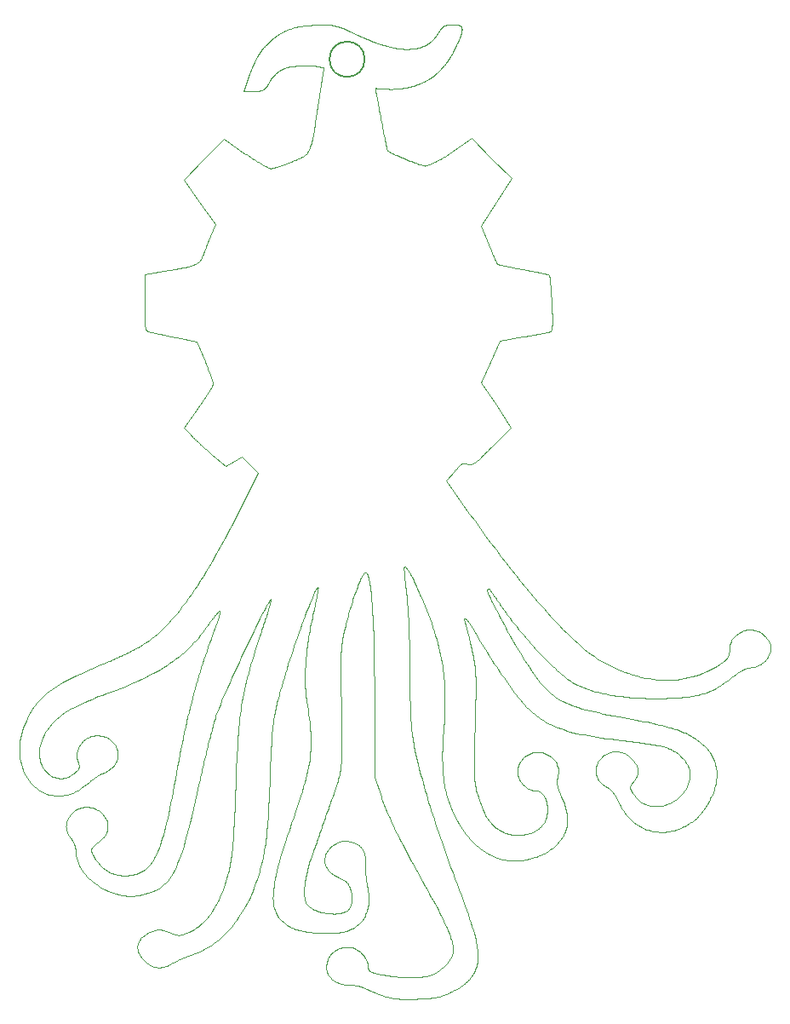
<source format=gm1>
G04 #@! TF.GenerationSoftware,KiCad,Pcbnew,(2017-05-14 revision 14bb238b3)-makepkg*
G04 #@! TF.CreationDate,2017-07-07T13:01:09-06:00*
G04 #@! TF.ProjectId,001,3030312E6B696361645F706362000000,rev?*
G04 #@! TF.FileFunction,Profile,NP*
%FSLAX46Y46*%
G04 Gerber Fmt 4.6, Leading zero omitted, Abs format (unit mm)*
G04 Created by KiCad (PCBNEW (2017-05-14 revision 14bb238b3)-makepkg) date 07/07/17 13:01:09*
%MOMM*%
%LPD*%
G01*
G04 APERTURE LIST*
%ADD10C,0.100000*%
%ADD11C,0.152400*%
G04 APERTURE END LIST*
D10*
D11*
X131508376Y-46732360D02*
G75*
G03X131508376Y-46732360I-1754256J0D01*
G01*
D10*
X133262319Y-139774763D02*
X133170840Y-139741420D01*
X133353023Y-139806466D02*
X133262319Y-139774763D01*
X133443172Y-139836556D02*
X133353023Y-139806466D01*
X133532988Y-139865056D02*
X133443172Y-139836556D01*
X133622691Y-139891989D02*
X133532988Y-139865056D01*
X133712501Y-139917382D02*
X133622691Y-139891989D01*
X133802640Y-139941257D02*
X133712501Y-139917382D01*
X133893327Y-139963638D02*
X133802640Y-139941257D01*
X133984785Y-139984552D02*
X133893327Y-139963638D01*
X134077234Y-140004020D02*
X133984785Y-139984552D01*
X134170894Y-140022069D02*
X134077234Y-140004020D01*
X134265986Y-140038722D02*
X134170894Y-140022069D01*
X134362731Y-140054003D02*
X134265986Y-140038722D01*
X134461349Y-140067936D02*
X134362731Y-140054003D01*
X134562062Y-140080547D02*
X134461349Y-140067936D01*
X134665090Y-140091858D02*
X134562062Y-140080547D01*
X134770654Y-140101895D02*
X134665090Y-140091858D01*
X134878974Y-140110682D02*
X134770654Y-140101895D01*
X134990272Y-140118242D02*
X134878974Y-140110682D01*
X135104768Y-140124601D02*
X134990272Y-140118242D01*
X135222682Y-140129782D02*
X135104768Y-140124601D01*
X135344236Y-140133810D02*
X135222682Y-140129782D01*
X135469650Y-140136708D02*
X135344236Y-140133810D01*
X135599146Y-140138502D02*
X135469650Y-140136708D01*
X135732942Y-140139216D02*
X135599146Y-140138502D01*
X135871262Y-140138873D02*
X135732942Y-140139216D01*
X136014325Y-140137499D02*
X135871262Y-140138873D01*
X136162351Y-140135116D02*
X136014325Y-140137499D01*
X136315562Y-140131751D02*
X136162351Y-140135116D01*
X136474179Y-140127426D02*
X136315562Y-140131751D01*
X136638422Y-140122166D02*
X136474179Y-140127426D01*
X136819218Y-140115659D02*
X136638422Y-140122166D01*
X136991813Y-140108739D02*
X136819218Y-140115659D01*
X137156623Y-140101315D02*
X136991813Y-140108739D01*
X137314065Y-140093294D02*
X137156623Y-140101315D01*
X137464553Y-140084586D02*
X137314065Y-140093294D01*
X137608505Y-140075099D02*
X137464553Y-140084586D01*
X137746336Y-140064742D02*
X137608505Y-140075099D01*
X137878463Y-140053422D02*
X137746336Y-140064742D01*
X138005301Y-140041049D02*
X137878463Y-140053422D01*
X138127267Y-140027531D02*
X138005301Y-140041049D01*
X138244776Y-140012777D02*
X138127267Y-140027531D01*
X138358244Y-139996695D02*
X138244776Y-140012777D01*
X138468089Y-139979193D02*
X138358244Y-139996695D01*
X138574725Y-139960181D02*
X138468089Y-139979193D01*
X138678569Y-139939566D02*
X138574725Y-139960181D01*
X138780036Y-139917257D02*
X138678569Y-139939566D01*
X138879544Y-139893163D02*
X138780036Y-139917257D01*
X138977507Y-139867192D02*
X138879544Y-139893163D01*
X139074343Y-139839253D02*
X138977507Y-139867192D01*
X139170466Y-139809254D02*
X139074343Y-139839253D01*
X139266294Y-139777104D02*
X139170466Y-139809254D01*
X139362242Y-139742711D02*
X139266294Y-139777104D01*
X139458726Y-139705984D02*
X139362242Y-139742711D01*
X139556162Y-139666831D02*
X139458726Y-139705984D01*
X139654966Y-139625161D02*
X139556162Y-139666831D01*
X139755555Y-139580882D02*
X139654966Y-139625161D01*
X139858345Y-139533903D02*
X139755555Y-139580882D01*
X139963750Y-139484133D02*
X139858345Y-139533903D01*
X140072189Y-139431479D02*
X139963750Y-139484133D01*
X140184076Y-139375851D02*
X140072189Y-139431479D01*
X140299827Y-139317156D02*
X140184076Y-139375851D01*
X140396919Y-139266891D02*
X140299827Y-139317156D01*
X140491264Y-139216794D02*
X140396919Y-139266891D01*
X140582919Y-139166816D02*
X140491264Y-139216794D01*
X140671944Y-139116909D02*
X140582919Y-139166816D01*
X140758394Y-139067023D02*
X140671944Y-139116909D01*
X140842327Y-139017108D02*
X140758394Y-139067023D01*
X140923801Y-138967117D02*
X140842327Y-139017108D01*
X141002874Y-138916999D02*
X140923801Y-138967117D01*
X141079602Y-138866706D02*
X141002874Y-138916999D01*
X141154044Y-138816189D02*
X141079602Y-138866706D01*
X141226256Y-138765399D02*
X141154044Y-138816189D01*
X141296296Y-138714285D02*
X141226256Y-138765399D01*
X141364223Y-138662801D02*
X141296296Y-138714285D01*
X141430092Y-138610895D02*
X141364223Y-138662801D01*
X141493962Y-138558520D02*
X141430092Y-138610895D01*
X141555890Y-138505626D02*
X141493962Y-138558520D01*
X141615934Y-138452164D02*
X141555890Y-138505626D01*
X141674150Y-138398084D02*
X141615934Y-138452164D01*
X141730598Y-138343339D02*
X141674150Y-138398084D01*
X141785333Y-138287879D02*
X141730598Y-138343339D01*
X141838414Y-138231654D02*
X141785333Y-138287879D01*
X141889898Y-138174615D02*
X141838414Y-138231654D01*
X141939843Y-138116715D02*
X141889898Y-138174615D01*
X141988305Y-138057902D02*
X141939843Y-138116715D01*
X142035343Y-137998129D02*
X141988305Y-138057902D01*
X142081014Y-137937347D02*
X142035343Y-137998129D01*
X142125375Y-137875505D02*
X142081014Y-137937347D01*
X142168484Y-137812556D02*
X142125375Y-137875505D01*
X142210398Y-137748449D02*
X142168484Y-137812556D01*
X142251175Y-137683137D02*
X142210398Y-137748449D01*
X142290873Y-137616569D02*
X142251175Y-137683137D01*
X142373844Y-137468657D02*
X142290873Y-137616569D01*
X142449574Y-137321151D02*
X142373844Y-137468657D01*
X142517880Y-137173046D02*
X142449574Y-137321151D01*
X142578580Y-137023337D02*
X142517880Y-137173046D01*
X142631493Y-136871018D02*
X142578580Y-137023337D01*
X142676436Y-136715084D02*
X142631493Y-136871018D01*
X142713229Y-136554531D02*
X142676436Y-136715084D01*
X142741688Y-136388351D02*
X142713229Y-136554531D01*
X142761633Y-136215541D02*
X142741688Y-136388351D01*
X142772880Y-136035094D02*
X142761633Y-136215541D01*
X142775250Y-135846006D02*
X142772880Y-136035094D01*
X142768558Y-135647270D02*
X142775250Y-135846006D01*
X142752624Y-135437883D02*
X142768558Y-135647270D01*
X142727266Y-135216838D02*
X142752624Y-135437883D01*
X142692302Y-134983129D02*
X142727266Y-135216838D01*
X142647550Y-134735753D02*
X142692302Y-134983129D01*
X142592828Y-134473703D02*
X142647550Y-134735753D01*
X142527954Y-134195974D02*
X142592828Y-134473703D01*
X142452746Y-133901560D02*
X142527954Y-134195974D01*
X142367023Y-133589457D02*
X142452746Y-133901560D01*
X142270603Y-133258659D02*
X142367023Y-133589457D01*
X142163303Y-132908161D02*
X142270603Y-133258659D01*
X142044942Y-132536957D02*
X142163303Y-132908161D01*
X141915338Y-132144042D02*
X142044942Y-132536957D01*
X141774310Y-131728411D02*
X141915338Y-132144042D01*
X141621674Y-131289058D02*
X141774310Y-131728411D01*
X141457250Y-130824978D02*
X141621674Y-131289058D01*
X141280856Y-130335166D02*
X141457250Y-130824978D01*
X141092309Y-129818616D02*
X141280856Y-130335166D01*
X140891427Y-129274323D02*
X141092309Y-129818616D01*
X140678030Y-128701282D02*
X140891427Y-129274323D01*
X140467727Y-128136810D02*
X140678030Y-128701282D01*
X140263513Y-127584787D02*
X140467727Y-128136810D01*
X140065280Y-127044869D02*
X140263513Y-127584787D01*
X139872920Y-126516712D02*
X140065280Y-127044869D01*
X139686324Y-125999972D02*
X139872920Y-126516712D01*
X139505384Y-125494307D02*
X139686324Y-125999972D01*
X139329993Y-124999371D02*
X139505384Y-125494307D01*
X139160041Y-124514823D02*
X139329993Y-124999371D01*
X138995421Y-124040317D02*
X139160041Y-124514823D01*
X138836024Y-123575511D02*
X138995421Y-124040317D01*
X138681742Y-123120060D02*
X138836024Y-123575511D01*
X138532467Y-122673622D02*
X138681742Y-123120060D01*
X138388091Y-122235852D02*
X138532467Y-122673622D01*
X138248505Y-121806407D02*
X138388091Y-122235852D01*
X138113602Y-121384943D02*
X138248505Y-121806407D01*
X137983272Y-120971116D02*
X138113602Y-121384943D01*
X137857409Y-120564583D02*
X137983272Y-120971116D01*
X137735902Y-120165001D02*
X137857409Y-120564583D01*
X137618645Y-119772024D02*
X137735902Y-120165001D01*
X137505530Y-119385311D02*
X137618645Y-119772024D01*
X137396447Y-119004517D02*
X137505530Y-119385311D01*
X137291288Y-118629299D02*
X137396447Y-119004517D01*
X137189946Y-118259313D02*
X137291288Y-118629299D01*
X137092312Y-117894215D02*
X137189946Y-118259313D01*
X136998278Y-117533661D02*
X137092312Y-117894215D01*
X136907736Y-117177309D02*
X136998278Y-117533661D01*
X136820578Y-116824814D02*
X136907736Y-117177309D01*
X136736694Y-116475833D02*
X136820578Y-116824814D01*
X136655978Y-116130022D02*
X136736694Y-116475833D01*
X136578320Y-115787037D02*
X136655978Y-116130022D01*
X136503613Y-115446535D02*
X136578320Y-115787037D01*
X136462987Y-115255615D02*
X136503613Y-115446535D01*
X136424472Y-115068618D02*
X136462987Y-115255615D01*
X136388013Y-114884743D02*
X136424472Y-115068618D01*
X136353556Y-114703188D02*
X136388013Y-114884743D01*
X136321046Y-114523150D02*
X136353556Y-114703188D01*
X136290429Y-114343828D02*
X136321046Y-114523150D01*
X136261650Y-114164420D02*
X136290429Y-114343828D01*
X136234655Y-113984124D02*
X136261650Y-114164420D01*
X136209389Y-113802138D02*
X136234655Y-113984124D01*
X136185799Y-113617660D02*
X136209389Y-113802138D01*
X136163829Y-113429888D02*
X136185799Y-113617660D01*
X136143425Y-113238020D02*
X136163829Y-113429888D01*
X136124532Y-113041254D02*
X136143425Y-113238020D01*
X136107097Y-112838789D02*
X136124532Y-113041254D01*
X136091065Y-112629822D02*
X136107097Y-112838789D01*
X136076381Y-112413552D02*
X136091065Y-112629822D01*
X136062991Y-112189176D02*
X136076381Y-112413552D01*
X136050840Y-111955893D02*
X136062991Y-112189176D01*
X136039874Y-111712900D02*
X136050840Y-111955893D01*
X136030039Y-111459396D02*
X136039874Y-111712900D01*
X136021280Y-111194579D02*
X136030039Y-111459396D01*
X136013542Y-110917647D02*
X136021280Y-111194579D01*
X136006772Y-110627798D02*
X136013542Y-110917647D01*
X136000914Y-110324229D02*
X136006772Y-110627798D01*
X135995914Y-110006140D02*
X136000914Y-110324229D01*
X135991719Y-109672727D02*
X135995914Y-110006140D01*
X135988272Y-109323190D02*
X135991719Y-109672727D01*
X135985521Y-108956727D02*
X135988272Y-109323190D01*
X135983410Y-108572534D02*
X135985521Y-108956727D01*
X135981885Y-108169811D02*
X135983410Y-108572534D01*
X135980892Y-107747755D02*
X135981885Y-108169811D01*
X135979957Y-107462737D02*
X135980892Y-107747755D01*
X135978143Y-107174387D02*
X135979957Y-107462737D01*
X135975473Y-106883261D02*
X135978143Y-107174387D01*
X135971971Y-106589913D02*
X135975473Y-106883261D01*
X135967661Y-106294901D02*
X135971971Y-106589913D01*
X135962566Y-105998779D02*
X135967661Y-106294901D01*
X135956709Y-105702105D02*
X135962566Y-105998779D01*
X135950113Y-105405434D02*
X135956709Y-105702105D01*
X135942803Y-105109321D02*
X135950113Y-105405434D01*
X135934801Y-104814323D02*
X135942803Y-105109321D01*
X135926131Y-104520996D02*
X135934801Y-104814323D01*
X135916817Y-104229895D02*
X135926131Y-104520996D01*
X135906882Y-103941577D02*
X135916817Y-104229895D01*
X135896348Y-103656598D02*
X135906882Y-103941577D01*
X135885241Y-103375512D02*
X135896348Y-103656598D01*
X135873583Y-103098877D02*
X135885241Y-103375512D01*
X135861397Y-102827248D02*
X135873583Y-103098877D01*
X135848707Y-102561182D02*
X135861397Y-102827248D01*
X135835537Y-102301233D02*
X135848707Y-102561182D01*
X135821909Y-102047958D02*
X135835537Y-102301233D01*
X135807848Y-101801913D02*
X135821909Y-102047958D01*
X135793376Y-101563654D02*
X135807848Y-101801913D01*
X135778518Y-101333736D02*
X135793376Y-101563654D01*
X135763296Y-101112716D02*
X135778518Y-101333736D01*
X135747734Y-100901149D02*
X135763296Y-101112716D01*
X135731856Y-100699592D02*
X135747734Y-100901149D01*
X135715685Y-100508600D02*
X135731856Y-100699592D01*
X135699243Y-100328730D02*
X135715685Y-100508600D01*
X135682556Y-100160537D02*
X135699243Y-100328730D01*
X135665646Y-100004576D02*
X135682556Y-100160537D01*
X135648536Y-99861405D02*
X135665646Y-100004576D01*
X135631565Y-99725500D02*
X135648536Y-99861405D01*
X135615067Y-99591092D02*
X135631565Y-99725500D01*
X135599057Y-99458370D02*
X135615067Y-99591092D01*
X135583553Y-99327521D02*
X135599057Y-99458370D01*
X135568570Y-99198734D02*
X135583553Y-99327521D01*
X135554125Y-99072198D02*
X135568570Y-99198734D01*
X135540235Y-98948100D02*
X135554125Y-99072198D01*
X135526915Y-98826629D02*
X135540235Y-98948100D01*
X135514183Y-98707974D02*
X135526915Y-98826629D01*
X135502054Y-98592321D02*
X135514183Y-98707974D01*
X135490545Y-98479860D02*
X135502054Y-98592321D01*
X135479673Y-98370779D02*
X135490545Y-98479860D01*
X135469453Y-98265266D02*
X135479673Y-98370779D01*
X135459903Y-98163509D02*
X135469453Y-98265266D01*
X135451038Y-98065697D02*
X135459903Y-98163509D01*
X135442876Y-97972018D02*
X135451038Y-98065697D01*
X135435432Y-97882659D02*
X135442876Y-97972018D01*
X135428722Y-97797811D02*
X135435432Y-97882659D01*
X135422764Y-97717659D02*
X135428722Y-97797811D01*
X135417574Y-97642394D02*
X135422764Y-97717659D01*
X135413167Y-97572203D02*
X135417574Y-97642394D01*
X135409562Y-97507274D02*
X135413167Y-97572203D01*
X135406773Y-97447796D02*
X135409562Y-97507274D01*
X135404817Y-97393957D02*
X135406773Y-97447796D01*
X135403711Y-97345945D02*
X135404817Y-97393957D01*
X135403471Y-97303948D02*
X135403711Y-97345945D01*
X135404113Y-97268155D02*
X135403471Y-97303948D01*
X135405655Y-97238754D02*
X135404113Y-97268155D01*
X135408111Y-97215933D02*
X135405655Y-97238754D01*
X135411500Y-97199881D02*
X135408111Y-97215933D01*
X135415836Y-97190785D02*
X135411500Y-97199881D01*
X135436517Y-97173016D02*
X135415836Y-97190785D01*
X135460049Y-97164093D02*
X135436517Y-97173016D01*
X135486411Y-97163979D02*
X135460049Y-97164093D01*
X135515586Y-97172640D02*
X135486411Y-97163979D01*
X135547552Y-97190041D02*
X135515586Y-97172640D01*
X135582292Y-97216145D02*
X135547552Y-97190041D01*
X135619784Y-97250919D02*
X135582292Y-97216145D01*
X135660011Y-97294326D02*
X135619784Y-97250919D01*
X135702952Y-97346332D02*
X135660011Y-97294326D01*
X135748588Y-97406902D02*
X135702952Y-97346332D01*
X135796899Y-97475999D02*
X135748588Y-97406902D01*
X135847867Y-97553590D02*
X135796899Y-97475999D01*
X135901471Y-97639638D02*
X135847867Y-97553590D01*
X135957692Y-97734108D02*
X135901471Y-97639638D01*
X136016511Y-97836966D02*
X135957692Y-97734108D01*
X136077909Y-97948176D02*
X136016511Y-97836966D01*
X136141865Y-98067703D02*
X136077909Y-97948176D01*
X136208361Y-98195511D02*
X136141865Y-98067703D01*
X136277377Y-98331566D02*
X136208361Y-98195511D01*
X136348893Y-98475832D02*
X136277377Y-98331566D01*
X136422890Y-98628274D02*
X136348893Y-98475832D01*
X136499349Y-98788857D02*
X136422890Y-98628274D01*
X136578251Y-98957545D02*
X136499349Y-98788857D01*
X136659574Y-99134304D02*
X136578251Y-98957545D01*
X136743302Y-99319097D02*
X136659574Y-99134304D01*
X136829413Y-99511891D02*
X136743302Y-99319097D01*
X136917888Y-99712649D02*
X136829413Y-99511891D01*
X137008709Y-99921337D02*
X136917888Y-99712649D01*
X137101855Y-100137918D02*
X137008709Y-99921337D01*
X137197307Y-100362359D02*
X137101855Y-100137918D01*
X137295046Y-100594624D02*
X137197307Y-100362359D01*
X137483119Y-101049399D02*
X137295046Y-100594624D01*
X137661618Y-101492819D02*
X137483119Y-101049399D01*
X137830687Y-101925810D02*
X137661618Y-101492819D01*
X137990472Y-102349301D02*
X137830687Y-101925810D01*
X138141116Y-102764219D02*
X137990472Y-102349301D01*
X138282766Y-103171490D02*
X138141116Y-102764219D01*
X138415566Y-103572043D02*
X138282766Y-103171490D01*
X138539662Y-103966805D02*
X138415566Y-103572043D01*
X138655197Y-104356703D02*
X138539662Y-103966805D01*
X138762317Y-104742665D02*
X138655197Y-104356703D01*
X138861167Y-105125617D02*
X138762317Y-104742665D01*
X138951891Y-105506488D02*
X138861167Y-105125617D01*
X139034636Y-105886204D02*
X138951891Y-105506488D01*
X139109545Y-106265694D02*
X139034636Y-105886204D01*
X139176764Y-106645884D02*
X139109545Y-106265694D01*
X139236437Y-107027702D02*
X139176764Y-106645884D01*
X139288710Y-107412075D02*
X139236437Y-107027702D01*
X139333727Y-107799931D02*
X139288710Y-107412075D01*
X139371634Y-108192197D02*
X139333727Y-107799931D01*
X139402575Y-108589800D02*
X139371634Y-108192197D01*
X139426695Y-108993668D02*
X139402575Y-108589800D01*
X139444140Y-109404728D02*
X139426695Y-108993668D01*
X139455053Y-109823907D02*
X139444140Y-109404728D01*
X139459581Y-110252134D02*
X139455053Y-109823907D01*
X139457867Y-110690335D02*
X139459581Y-110252134D01*
X139450058Y-111139437D02*
X139457867Y-110690335D01*
X139436297Y-111600369D02*
X139450058Y-111139437D01*
X139416730Y-112074057D02*
X139436297Y-111600369D01*
X139391502Y-112561428D02*
X139416730Y-112074057D01*
X139360758Y-113063411D02*
X139391502Y-112561428D01*
X139324642Y-113580933D02*
X139360758Y-113063411D01*
X139297590Y-113966598D02*
X139324642Y-113580933D01*
X139274277Y-114340043D02*
X139297590Y-113966598D01*
X139254776Y-114701771D02*
X139274277Y-114340043D01*
X139239159Y-115052284D02*
X139254776Y-114701771D01*
X139227498Y-115392082D02*
X139239159Y-115052284D01*
X139219864Y-115721667D02*
X139227498Y-115392082D01*
X139216330Y-116041542D02*
X139219864Y-115721667D01*
X139216968Y-116352208D02*
X139216330Y-116041542D01*
X139221849Y-116654167D02*
X139216968Y-116352208D01*
X139231046Y-116947920D02*
X139221849Y-116654167D01*
X139244631Y-117233969D02*
X139231046Y-116947920D01*
X139262676Y-117512815D02*
X139244631Y-117233969D01*
X139285252Y-117784962D02*
X139262676Y-117512815D01*
X139312432Y-118050909D02*
X139285252Y-117784962D01*
X139344287Y-118311159D02*
X139312432Y-118050909D01*
X139380891Y-118566214D02*
X139344287Y-118311159D01*
X139422314Y-118816575D02*
X139380891Y-118566214D01*
X139468628Y-119062744D02*
X139422314Y-118816575D01*
X139519907Y-119305223D02*
X139468628Y-119062744D01*
X139576221Y-119544513D02*
X139519907Y-119305223D01*
X139637642Y-119781116D02*
X139576221Y-119544513D01*
X139704244Y-120015534D02*
X139637642Y-119781116D01*
X139776097Y-120248268D02*
X139704244Y-120015534D01*
X139853274Y-120479821D02*
X139776097Y-120248268D01*
X139935846Y-120710693D02*
X139853274Y-120479821D01*
X140023886Y-120941387D02*
X139935846Y-120710693D01*
X140117466Y-121172404D02*
X140023886Y-120941387D01*
X140216658Y-121404247D02*
X140117466Y-121172404D01*
X140321533Y-121637415D02*
X140216658Y-121404247D01*
X140432164Y-121872413D02*
X140321533Y-121637415D01*
X140548622Y-122109740D02*
X140432164Y-121872413D01*
X140703160Y-122406883D02*
X140548622Y-122109740D01*
X140864609Y-122694542D02*
X140703160Y-122406883D01*
X141032734Y-122972574D02*
X140864609Y-122694542D01*
X141207299Y-123240839D02*
X141032734Y-122972574D01*
X141388070Y-123499197D02*
X141207299Y-123240839D01*
X141574810Y-123747504D02*
X141388070Y-123499197D01*
X141767285Y-123985621D02*
X141574810Y-123747504D01*
X141965260Y-124213406D02*
X141767285Y-123985621D01*
X142168498Y-124430719D02*
X141965260Y-124213406D01*
X142376764Y-124637417D02*
X142168498Y-124430719D01*
X142589824Y-124833360D02*
X142376764Y-124637417D01*
X142807441Y-125018406D02*
X142589824Y-124833360D01*
X143029381Y-125192415D02*
X142807441Y-125018406D01*
X143255408Y-125355245D02*
X143029381Y-125192415D01*
X143485286Y-125506755D02*
X143255408Y-125355245D01*
X143718781Y-125646804D02*
X143485286Y-125506755D01*
X143955657Y-125775250D02*
X143718781Y-125646804D01*
X144195678Y-125891953D02*
X143955657Y-125775250D01*
X144438610Y-125996772D02*
X144195678Y-125891953D01*
X144684216Y-126089564D02*
X144438610Y-125996772D01*
X144932262Y-126170190D02*
X144684216Y-126089564D01*
X145182512Y-126238507D02*
X144932262Y-126170190D01*
X145434731Y-126294375D02*
X145182512Y-126238507D01*
X145688683Y-126337653D02*
X145434731Y-126294375D01*
X145944134Y-126368199D02*
X145688683Y-126337653D01*
X146200847Y-126385872D02*
X145944134Y-126368199D01*
X146458587Y-126390531D02*
X146200847Y-126385872D01*
X146717120Y-126382034D02*
X146458587Y-126390531D01*
X146976209Y-126360242D02*
X146717120Y-126382034D01*
X147235620Y-126325012D02*
X146976209Y-126360242D01*
X147495116Y-126276203D02*
X147235620Y-126325012D01*
X147650645Y-126241994D02*
X147495116Y-126276203D01*
X147801213Y-126207098D02*
X147650645Y-126241994D01*
X147947012Y-126171410D02*
X147801213Y-126207098D01*
X148088230Y-126134826D02*
X147947012Y-126171410D01*
X148225057Y-126097242D02*
X148088230Y-126134826D01*
X148357682Y-126058554D02*
X148225057Y-126097242D01*
X148486296Y-126018657D02*
X148357682Y-126058554D01*
X148611087Y-125977449D02*
X148486296Y-126018657D01*
X148732246Y-125934825D02*
X148611087Y-125977449D01*
X148849962Y-125890680D02*
X148732246Y-125934825D01*
X148964425Y-125844911D02*
X148849962Y-125890680D01*
X149075825Y-125797413D02*
X148964425Y-125844911D01*
X149184350Y-125748083D02*
X149075825Y-125797413D01*
X149290191Y-125696817D02*
X149184350Y-125748083D01*
X149393538Y-125643510D02*
X149290191Y-125696817D01*
X149494579Y-125588058D02*
X149393538Y-125643510D01*
X149593505Y-125530358D02*
X149494579Y-125588058D01*
X149690505Y-125470305D02*
X149593505Y-125530358D01*
X149785769Y-125407794D02*
X149690505Y-125470305D01*
X149879487Y-125342724D02*
X149785769Y-125407794D01*
X149971848Y-125274988D02*
X149879487Y-125342724D01*
X150063041Y-125204483D02*
X149971848Y-125274988D01*
X150153257Y-125131105D02*
X150063041Y-125204483D01*
X150242684Y-125054749D02*
X150153257Y-125131105D01*
X150331514Y-124975313D02*
X150242684Y-125054749D01*
X150419934Y-124892691D02*
X150331514Y-124975313D01*
X150508136Y-124806780D02*
X150419934Y-124892691D01*
X150596308Y-124717476D02*
X150508136Y-124806780D01*
X150684640Y-124624674D02*
X150596308Y-124717476D01*
X150773322Y-124528270D02*
X150684640Y-124624674D01*
X150862544Y-124428161D02*
X150773322Y-124528270D01*
X150953860Y-124319771D02*
X150862544Y-124428161D01*
X151039517Y-124209058D02*
X150953860Y-124319771D01*
X151119515Y-124096031D02*
X151039517Y-124209058D01*
X151193854Y-123980698D02*
X151119515Y-124096031D01*
X151262532Y-123863068D02*
X151193854Y-123980698D01*
X151325550Y-123743147D02*
X151262532Y-123863068D01*
X151382907Y-123620945D02*
X151325550Y-123743147D01*
X151434603Y-123496469D02*
X151382907Y-123620945D01*
X151480638Y-123369728D02*
X151434603Y-123496469D01*
X151521010Y-123240731D02*
X151480638Y-123369728D01*
X151555721Y-123109484D02*
X151521010Y-123240731D01*
X151584769Y-122975996D02*
X151555721Y-123109484D01*
X151608153Y-122840276D02*
X151584769Y-122975996D01*
X151625875Y-122702332D02*
X151608153Y-122840276D01*
X151637933Y-122562172D02*
X151625875Y-122702332D01*
X151644327Y-122419803D02*
X151637933Y-122562172D01*
X151645056Y-122275235D02*
X151644327Y-122419803D01*
X151640121Y-122128475D02*
X151645056Y-122275235D01*
X151629520Y-121979532D02*
X151640121Y-122128475D01*
X151613254Y-121828413D02*
X151629520Y-121979532D01*
X151591322Y-121675127D02*
X151613254Y-121828413D01*
X151563724Y-121519683D02*
X151591322Y-121675127D01*
X151530459Y-121362087D02*
X151563724Y-121519683D01*
X151491527Y-121202349D02*
X151530459Y-121362087D01*
X151446928Y-121040477D02*
X151491527Y-121202349D01*
X151396661Y-120876478D02*
X151446928Y-121040477D01*
X151340726Y-120710361D02*
X151396661Y-120876478D01*
X151279122Y-120542135D02*
X151340726Y-120710361D01*
X151211850Y-120371806D02*
X151279122Y-120542135D01*
X151138908Y-120199384D02*
X151211850Y-120371806D01*
X151060297Y-120024877D02*
X151138908Y-120199384D01*
X151021032Y-119939324D02*
X151060297Y-120024877D01*
X150983718Y-119856100D02*
X151021032Y-119939324D01*
X150948339Y-119775126D02*
X150983718Y-119856100D01*
X150914879Y-119696326D02*
X150948339Y-119775126D01*
X150883324Y-119619622D02*
X150914879Y-119696326D01*
X150853657Y-119544937D02*
X150883324Y-119619622D01*
X150825865Y-119472193D02*
X150853657Y-119544937D01*
X150799931Y-119401313D02*
X150825865Y-119472193D01*
X150775840Y-119332219D02*
X150799931Y-119401313D01*
X150753577Y-119264835D02*
X150775840Y-119332219D01*
X150733126Y-119199081D02*
X150753577Y-119264835D01*
X150714472Y-119134882D02*
X150733126Y-119199081D01*
X150697601Y-119072160D02*
X150714472Y-119134882D01*
X150682496Y-119010837D02*
X150697601Y-119072160D01*
X150669142Y-118950836D02*
X150682496Y-119010837D01*
X150657525Y-118892080D02*
X150669142Y-118950836D01*
X150647628Y-118834491D02*
X150657525Y-118892080D01*
X150639436Y-118777991D02*
X150647628Y-118834491D01*
X150632935Y-118722504D02*
X150639436Y-118777991D01*
X150628108Y-118667951D02*
X150632935Y-118722504D01*
X150624941Y-118614257D02*
X150628108Y-118667951D01*
X150623417Y-118561342D02*
X150624941Y-118614257D01*
X150623523Y-118509129D02*
X150623417Y-118561342D01*
X150625242Y-118457542D02*
X150623523Y-118509129D01*
X150628560Y-118406503D02*
X150625242Y-118457542D01*
X150633460Y-118355934D02*
X150628560Y-118406503D01*
X150639929Y-118305758D02*
X150633460Y-118355934D01*
X150647949Y-118255898D02*
X150639929Y-118305758D01*
X150657506Y-118206276D02*
X150647949Y-118255898D01*
X150668585Y-118156814D02*
X150657506Y-118206276D01*
X150681171Y-118107436D02*
X150668585Y-118156814D01*
X150730807Y-117882303D02*
X150681171Y-118107436D01*
X150756892Y-117664976D02*
X150730807Y-117882303D01*
X150760668Y-117455897D02*
X150756892Y-117664976D01*
X150743379Y-117255508D02*
X150760668Y-117455897D01*
X150706268Y-117064252D02*
X150743379Y-117255508D01*
X150650576Y-116882572D02*
X150706268Y-117064252D01*
X150577549Y-116710908D02*
X150650576Y-116882572D01*
X150488427Y-116549704D02*
X150577549Y-116710908D01*
X150384455Y-116399402D02*
X150488427Y-116549704D01*
X150266875Y-116260444D02*
X150384455Y-116399402D01*
X150136929Y-116133273D02*
X150266875Y-116260444D01*
X149995862Y-116018330D02*
X150136929Y-116133273D01*
X149844915Y-115916058D02*
X149995862Y-116018330D01*
X149685332Y-115826899D02*
X149844915Y-115916058D01*
X149518355Y-115751296D02*
X149685332Y-115826899D01*
X149345228Y-115689691D02*
X149518355Y-115751296D01*
X149167194Y-115642526D02*
X149345228Y-115689691D01*
X148985494Y-115610243D02*
X149167194Y-115642526D01*
X148801373Y-115593284D02*
X148985494Y-115610243D01*
X148616072Y-115592093D02*
X148801373Y-115593284D01*
X148430836Y-115607110D02*
X148616072Y-115592093D01*
X148246906Y-115638779D02*
X148430836Y-115607110D01*
X148065527Y-115687542D02*
X148246906Y-115638779D01*
X147887940Y-115753840D02*
X148065527Y-115687542D01*
X147715388Y-115838117D02*
X147887940Y-115753840D01*
X147549115Y-115940815D02*
X147715388Y-115838117D01*
X147390363Y-116062375D02*
X147549115Y-115940815D01*
X147240376Y-116203240D02*
X147390363Y-116062375D01*
X147100395Y-116363853D02*
X147240376Y-116203240D01*
X146971665Y-116544655D02*
X147100395Y-116363853D01*
X146855428Y-116746089D02*
X146971665Y-116544655D01*
X146802709Y-116858586D02*
X146855428Y-116746089D01*
X146759625Y-116972984D02*
X146802709Y-116858586D01*
X146725928Y-117088903D02*
X146759625Y-116972984D01*
X146701371Y-117205965D02*
X146725928Y-117088903D01*
X146685708Y-117323790D02*
X146701371Y-117205965D01*
X146678693Y-117442000D02*
X146685708Y-117323790D01*
X146680078Y-117560216D02*
X146678693Y-117442000D01*
X146689617Y-117678059D02*
X146680078Y-117560216D01*
X146707064Y-117795149D02*
X146689617Y-117678059D01*
X146732171Y-117911108D02*
X146707064Y-117795149D01*
X146764691Y-118025557D02*
X146732171Y-117911108D01*
X146804379Y-118138118D02*
X146764691Y-118025557D01*
X146850988Y-118248410D02*
X146804379Y-118138118D01*
X146904270Y-118356055D02*
X146850988Y-118248410D01*
X146963979Y-118460675D02*
X146904270Y-118356055D01*
X147029869Y-118561890D02*
X146963979Y-118460675D01*
X147101692Y-118659321D02*
X147029869Y-118561890D01*
X147179202Y-118752589D02*
X147101692Y-118659321D01*
X147262153Y-118841316D02*
X147179202Y-118752589D01*
X147350298Y-118925123D02*
X147262153Y-118841316D01*
X147443389Y-119003630D02*
X147350298Y-118925123D01*
X147541181Y-119076458D02*
X147443389Y-119003630D01*
X147643427Y-119143230D02*
X147541181Y-119076458D01*
X147749879Y-119203565D02*
X147643427Y-119143230D01*
X147860292Y-119257084D02*
X147749879Y-119203565D01*
X147974418Y-119303410D02*
X147860292Y-119257084D01*
X148092011Y-119342163D02*
X147974418Y-119303410D01*
X148212825Y-119372963D02*
X148092011Y-119342163D01*
X148336611Y-119395433D02*
X148212825Y-119372963D01*
X148463125Y-119409192D02*
X148336611Y-119395433D01*
X148592119Y-119413863D02*
X148463125Y-119409192D01*
X148688348Y-119420999D02*
X148592119Y-119413863D01*
X148780950Y-119441917D02*
X148688348Y-119420999D01*
X148869781Y-119475883D02*
X148780950Y-119441917D01*
X148954698Y-119522164D02*
X148869781Y-119475883D01*
X149035557Y-119580027D02*
X148954698Y-119522164D01*
X149112215Y-119648737D02*
X149035557Y-119580027D01*
X149184528Y-119727560D02*
X149112215Y-119648737D01*
X149252354Y-119815764D02*
X149184528Y-119727560D01*
X149315547Y-119912614D02*
X149252354Y-119815764D01*
X149373966Y-120017377D02*
X149315547Y-119912614D01*
X149427466Y-120129318D02*
X149373966Y-120017377D01*
X149475905Y-120247705D02*
X149427466Y-120129318D01*
X149519137Y-120371804D02*
X149475905Y-120247705D01*
X149557021Y-120500880D02*
X149519137Y-120371804D01*
X149589413Y-120634201D02*
X149557021Y-120500880D01*
X149616169Y-120771032D02*
X149589413Y-120634201D01*
X149637145Y-120910639D02*
X149616169Y-120771032D01*
X149652199Y-121052290D02*
X149637145Y-120910639D01*
X149661187Y-121195250D02*
X149652199Y-121052290D01*
X149663964Y-121338786D02*
X149661187Y-121195250D01*
X149660389Y-121482164D02*
X149663964Y-121338786D01*
X149650317Y-121624650D02*
X149660389Y-121482164D01*
X149633605Y-121765511D02*
X149650317Y-121624650D01*
X149610109Y-121904012D02*
X149633605Y-121765511D01*
X149579687Y-122039421D02*
X149610109Y-121904012D01*
X149542194Y-122171003D02*
X149579687Y-122039421D01*
X149497486Y-122298025D02*
X149542194Y-122171003D01*
X149445422Y-122419753D02*
X149497486Y-122298025D01*
X149385856Y-122535454D02*
X149445422Y-122419753D01*
X149318647Y-122644393D02*
X149385856Y-122535454D01*
X149243649Y-122745837D02*
X149318647Y-122644393D01*
X149183773Y-122817871D02*
X149243649Y-122745837D01*
X149123069Y-122887121D02*
X149183773Y-122817871D01*
X149061470Y-122953616D02*
X149123069Y-122887121D01*
X148998908Y-123017384D02*
X149061470Y-122953616D01*
X148935315Y-123078454D02*
X148998908Y-123017384D01*
X148870624Y-123136853D02*
X148935315Y-123078454D01*
X148804767Y-123192612D02*
X148870624Y-123136853D01*
X148737678Y-123245757D02*
X148804767Y-123192612D01*
X148669287Y-123296318D02*
X148737678Y-123245757D01*
X148599528Y-123344322D02*
X148669287Y-123296318D01*
X148528334Y-123389799D02*
X148599528Y-123344322D01*
X148455636Y-123432776D02*
X148528334Y-123389799D01*
X148381367Y-123473282D02*
X148455636Y-123432776D01*
X148305460Y-123511345D02*
X148381367Y-123473282D01*
X148227846Y-123546995D02*
X148305460Y-123511345D01*
X148148459Y-123580259D02*
X148227846Y-123546995D01*
X148067231Y-123611165D02*
X148148459Y-123580259D01*
X147984095Y-123639743D02*
X148067231Y-123611165D01*
X147898982Y-123666020D02*
X147984095Y-123639743D01*
X147811825Y-123690025D02*
X147898982Y-123666020D01*
X147722557Y-123711786D02*
X147811825Y-123690025D01*
X147631110Y-123731332D02*
X147722557Y-123711786D01*
X147537416Y-123748692D02*
X147631110Y-123731332D01*
X147441409Y-123763893D02*
X147537416Y-123748692D01*
X147343020Y-123776964D02*
X147441409Y-123763893D01*
X147242182Y-123787934D02*
X147343020Y-123776964D01*
X147138827Y-123796830D02*
X147242182Y-123787934D01*
X147032888Y-123803682D02*
X147138827Y-123796830D01*
X146924298Y-123808518D02*
X147032888Y-123803682D01*
X146812988Y-123811366D02*
X146924298Y-123808518D01*
X146698891Y-123812254D02*
X146812988Y-123811366D01*
X146510512Y-123808250D02*
X146698891Y-123812254D01*
X146326743Y-123796526D02*
X146510512Y-123808250D01*
X146147518Y-123777012D02*
X146326743Y-123796526D01*
X145972768Y-123749643D02*
X146147518Y-123777012D01*
X145802428Y-123714351D02*
X145972768Y-123749643D01*
X145636431Y-123671068D02*
X145802428Y-123714351D01*
X145474709Y-123619728D02*
X145636431Y-123671068D01*
X145317195Y-123560263D02*
X145474709Y-123619728D01*
X145163824Y-123492606D02*
X145317195Y-123560263D01*
X145014527Y-123416690D02*
X145163824Y-123492606D01*
X144869239Y-123332448D02*
X145014527Y-123416690D01*
X144727891Y-123239812D02*
X144869239Y-123332448D01*
X144590418Y-123138715D02*
X144727891Y-123239812D01*
X144456751Y-123029090D02*
X144590418Y-123138715D01*
X144326826Y-122910869D02*
X144456751Y-123029090D01*
X144200573Y-122783986D02*
X144326826Y-122910869D01*
X144077928Y-122648373D02*
X144200573Y-122783986D01*
X143958822Y-122503963D02*
X144077928Y-122648373D01*
X143843188Y-122350689D02*
X143958822Y-122503963D01*
X143730961Y-122188483D02*
X143843188Y-122350689D01*
X143622073Y-122017278D02*
X143730961Y-122188483D01*
X143516457Y-121837008D02*
X143622073Y-122017278D01*
X143414045Y-121647604D02*
X143516457Y-121837008D01*
X143314773Y-121449000D02*
X143414045Y-121647604D01*
X143218571Y-121241128D02*
X143314773Y-121449000D01*
X143125374Y-121023921D02*
X143218571Y-121241128D01*
X143035115Y-120797312D02*
X143125374Y-121023921D01*
X142947727Y-120561233D02*
X143035115Y-120797312D01*
X142863142Y-120315618D02*
X142947727Y-120561233D01*
X142781294Y-120060399D02*
X142863142Y-120315618D01*
X142702116Y-119795509D02*
X142781294Y-120060399D01*
X142667768Y-119674017D02*
X142702116Y-119795509D01*
X142635476Y-119554145D02*
X142667768Y-119674017D01*
X142605210Y-119435041D02*
X142635476Y-119554145D01*
X142576937Y-119315853D02*
X142605210Y-119435041D01*
X142550628Y-119195729D02*
X142576937Y-119315853D01*
X142526252Y-119073816D02*
X142550628Y-119195729D01*
X142503778Y-118949262D02*
X142526252Y-119073816D01*
X142483175Y-118821216D02*
X142503778Y-118949262D01*
X142464413Y-118688824D02*
X142483175Y-118821216D01*
X142447460Y-118551236D02*
X142464413Y-118688824D01*
X142432286Y-118407598D02*
X142447460Y-118551236D01*
X142418860Y-118257059D02*
X142432286Y-118407598D01*
X142407152Y-118098766D02*
X142418860Y-118257059D01*
X142397130Y-117931867D02*
X142407152Y-118098766D01*
X142388764Y-117755510D02*
X142397130Y-117931867D01*
X142382023Y-117568843D02*
X142388764Y-117755510D01*
X142376876Y-117371014D02*
X142382023Y-117568843D01*
X142373293Y-117161170D02*
X142376876Y-117371014D01*
X142371243Y-116938459D02*
X142373293Y-117161170D01*
X142370694Y-116702030D02*
X142371243Y-116938459D01*
X142371617Y-116451030D02*
X142370694Y-116702030D01*
X142373980Y-116184607D02*
X142371617Y-116451030D01*
X142377752Y-115901908D02*
X142373980Y-116184607D01*
X142382904Y-115602082D02*
X142377752Y-115901908D01*
X142389403Y-115284276D02*
X142382904Y-115602082D01*
X142397220Y-114947639D02*
X142389403Y-115284276D01*
X142406323Y-114591317D02*
X142397220Y-114947639D01*
X142416682Y-114214459D02*
X142406323Y-114591317D01*
X142428266Y-113816213D02*
X142416682Y-114214459D01*
X142441044Y-113395727D02*
X142428266Y-113816213D01*
X142454986Y-112952148D02*
X142441044Y-113395727D01*
X142469446Y-112492796D02*
X142454986Y-112952148D01*
X142482701Y-112058302D02*
X142469446Y-112492796D01*
X142494708Y-111647573D02*
X142482701Y-112058302D01*
X142505420Y-111259517D02*
X142494708Y-111647573D01*
X142514792Y-110893042D02*
X142505420Y-111259517D01*
X142522779Y-110547055D02*
X142514792Y-110893042D01*
X142529334Y-110220463D02*
X142522779Y-110547055D01*
X142534414Y-109912174D02*
X142529334Y-110220463D01*
X142537971Y-109621096D02*
X142534414Y-109912174D01*
X142539962Y-109346136D02*
X142537971Y-109621096D01*
X142540339Y-109086202D02*
X142539962Y-109346136D01*
X142539059Y-108840201D02*
X142540339Y-109086202D01*
X142536075Y-108607041D02*
X142539059Y-108840201D01*
X142531342Y-108385629D02*
X142536075Y-108607041D01*
X142524815Y-108174873D02*
X142531342Y-108385629D01*
X142516448Y-107973680D02*
X142524815Y-108174873D01*
X142506196Y-107780959D02*
X142516448Y-107973680D01*
X142494013Y-107595616D02*
X142506196Y-107780959D01*
X142479855Y-107416559D02*
X142494013Y-107595616D01*
X142463674Y-107242695D02*
X142479855Y-107416559D01*
X142445427Y-107072933D02*
X142463674Y-107242695D01*
X142425067Y-106906180D02*
X142445427Y-107072933D01*
X142402550Y-106741343D02*
X142425067Y-106906180D01*
X142377829Y-106577329D02*
X142402550Y-106741343D01*
X142350860Y-106413047D02*
X142377829Y-106577329D01*
X142321596Y-106247404D02*
X142350860Y-106413047D01*
X142289993Y-106079307D02*
X142321596Y-106247404D01*
X142256006Y-105907664D02*
X142289993Y-106079307D01*
X142219587Y-105731382D02*
X142256006Y-105907664D01*
X142180693Y-105549370D02*
X142219587Y-105731382D01*
X142139278Y-105360534D02*
X142180693Y-105549370D01*
X142113251Y-105243573D02*
X142139278Y-105360534D01*
X142087102Y-105126968D02*
X142113251Y-105243573D01*
X142060876Y-105010905D02*
X142087102Y-105126968D01*
X142034620Y-104895570D02*
X142060876Y-105010905D01*
X142008379Y-104781147D02*
X142034620Y-104895570D01*
X141982201Y-104667822D02*
X142008379Y-104781147D01*
X141956131Y-104555780D02*
X141982201Y-104667822D01*
X141930216Y-104445206D02*
X141956131Y-104555780D01*
X141904501Y-104336285D02*
X141930216Y-104445206D01*
X141879034Y-104229203D02*
X141904501Y-104336285D01*
X141853861Y-104124144D02*
X141879034Y-104229203D01*
X141829026Y-104021295D02*
X141853861Y-104124144D01*
X141804578Y-103920839D02*
X141829026Y-104021295D01*
X141780562Y-103822963D02*
X141804578Y-103920839D01*
X141757024Y-103727852D02*
X141780562Y-103822963D01*
X141734011Y-103635690D02*
X141757024Y-103727852D01*
X141711569Y-103546663D02*
X141734011Y-103635690D01*
X141689744Y-103460956D02*
X141711569Y-103546663D01*
X141668582Y-103378755D02*
X141689744Y-103460956D01*
X141648130Y-103300244D02*
X141668582Y-103378755D01*
X141628434Y-103225609D02*
X141648130Y-103300244D01*
X141609540Y-103155036D02*
X141628434Y-103225609D01*
X141591494Y-103088708D02*
X141609540Y-103155036D01*
X141574343Y-103026812D02*
X141591494Y-103088708D01*
X141558132Y-102969532D02*
X141574343Y-103026812D01*
X141542909Y-102917054D02*
X141558132Y-102969532D01*
X141528719Y-102869564D02*
X141542909Y-102917054D01*
X141515609Y-102827245D02*
X141528719Y-102869564D01*
X141503625Y-102790284D02*
X141515609Y-102827245D01*
X141492812Y-102758866D02*
X141503625Y-102790284D01*
X141483218Y-102733175D02*
X141492812Y-102758866D01*
X141452143Y-102650986D02*
X141483218Y-102733175D01*
X141426992Y-102577433D02*
X141452143Y-102650986D01*
X141407554Y-102512344D02*
X141426992Y-102577433D01*
X141393619Y-102455548D02*
X141407554Y-102512344D01*
X141384977Y-102406871D02*
X141393619Y-102455548D01*
X141381417Y-102366141D02*
X141384977Y-102406871D01*
X141382729Y-102333187D02*
X141381417Y-102366141D01*
X141388703Y-102307835D02*
X141382729Y-102333187D01*
X141399129Y-102289913D02*
X141388703Y-102307835D01*
X141413797Y-102279249D02*
X141399129Y-102289913D01*
X141432495Y-102275671D02*
X141413797Y-102279249D01*
X141455015Y-102279006D02*
X141432495Y-102275671D01*
X141481145Y-102289082D02*
X141455015Y-102279006D01*
X141510676Y-102305726D02*
X141481145Y-102289082D01*
X141543397Y-102328767D02*
X141510676Y-102305726D01*
X141579098Y-102358031D02*
X141543397Y-102328767D01*
X141617569Y-102393347D02*
X141579098Y-102358031D01*
X141658599Y-102434543D02*
X141617569Y-102393347D01*
X141701979Y-102481445D02*
X141658599Y-102434543D01*
X141747498Y-102533881D02*
X141701979Y-102481445D01*
X141794945Y-102591680D02*
X141747498Y-102533881D01*
X141844111Y-102654669D02*
X141794945Y-102591680D01*
X141894786Y-102722675D02*
X141844111Y-102654669D01*
X141946758Y-102795527D02*
X141894786Y-102722675D01*
X141999818Y-102873051D02*
X141946758Y-102795527D01*
X142053756Y-102955075D02*
X141999818Y-102873051D01*
X142108361Y-103041428D02*
X142053756Y-102955075D01*
X142163423Y-103131937D02*
X142108361Y-103041428D01*
X142218732Y-103226429D02*
X142163423Y-103131937D01*
X142274078Y-103324732D02*
X142218732Y-103226429D01*
X142329250Y-103426674D02*
X142274078Y-103324732D01*
X142443024Y-103637573D02*
X142329250Y-103426674D01*
X142566540Y-103859883D02*
X142443024Y-103637573D01*
X142699133Y-104092628D02*
X142566540Y-103859883D01*
X142840141Y-104334832D02*
X142699133Y-104092628D01*
X142988900Y-104585521D02*
X142840141Y-104334832D01*
X143144747Y-104843720D02*
X142988900Y-104585521D01*
X143307018Y-105108453D02*
X143144747Y-104843720D01*
X143475050Y-105378745D02*
X143307018Y-105108453D01*
X143648180Y-105653622D02*
X143475050Y-105378745D01*
X143825744Y-105932107D02*
X143648180Y-105653622D01*
X144007079Y-106213226D02*
X143825744Y-105932107D01*
X144191521Y-106496004D02*
X144007079Y-106213226D01*
X144378408Y-106779465D02*
X144191521Y-106496004D01*
X144567076Y-107062634D02*
X144378408Y-106779465D01*
X144756861Y-107344536D02*
X144567076Y-107062634D01*
X144947101Y-107624197D02*
X144756861Y-107344536D01*
X145137131Y-107900640D02*
X144947101Y-107624197D01*
X145326289Y-108172891D02*
X145137131Y-107900640D01*
X145513911Y-108439974D02*
X145326289Y-108172891D01*
X145699333Y-108700915D02*
X145513911Y-108439974D01*
X145881893Y-108954738D02*
X145699333Y-108700915D01*
X146060927Y-109200468D02*
X145881893Y-108954738D01*
X146235772Y-109437129D02*
X146060927Y-109200468D01*
X146405765Y-109663748D02*
X146235772Y-109437129D01*
X146570241Y-109879348D02*
X146405765Y-109663748D01*
X146728538Y-110082954D02*
X146570241Y-109879348D01*
X146879992Y-110273591D02*
X146728538Y-110082954D01*
X147023940Y-110450285D02*
X146879992Y-110273591D01*
X147159718Y-110612059D02*
X147023940Y-110450285D01*
X147286664Y-110757939D02*
X147159718Y-110612059D01*
X147404114Y-110886950D02*
X147286664Y-110757939D01*
X147598325Y-111090140D02*
X147404114Y-110886950D01*
X147793132Y-111284746D02*
X147598325Y-111090140D01*
X147989269Y-111471037D02*
X147793132Y-111284746D01*
X148187474Y-111649284D02*
X147989269Y-111471037D01*
X148388481Y-111819756D02*
X148187474Y-111649284D01*
X148593027Y-111982723D02*
X148388481Y-111819756D01*
X148801847Y-112138454D02*
X148593027Y-111982723D01*
X149015677Y-112287218D02*
X148801847Y-112138454D01*
X149235254Y-112429286D02*
X149015677Y-112287218D01*
X149461312Y-112564927D02*
X149235254Y-112429286D01*
X149694588Y-112694411D02*
X149461312Y-112564927D01*
X149935817Y-112818007D02*
X149694588Y-112694411D01*
X150185735Y-112935985D02*
X149935817Y-112818007D01*
X150445079Y-113048614D02*
X150185735Y-112935985D01*
X150714583Y-113156165D02*
X150445079Y-113048614D01*
X150994984Y-113258906D02*
X150714583Y-113156165D01*
X151287018Y-113357107D02*
X150994984Y-113258906D01*
X151591420Y-113451038D02*
X151287018Y-113357107D01*
X151908926Y-113540969D02*
X151591420Y-113451038D01*
X152240272Y-113627169D02*
X151908926Y-113540969D01*
X152586195Y-113709907D02*
X152240272Y-113627169D01*
X152947428Y-113789454D02*
X152586195Y-113709907D01*
X153324709Y-113866079D02*
X152947428Y-113789454D01*
X153718774Y-113940052D02*
X153324709Y-113866079D01*
X154130357Y-114011641D02*
X153718774Y-113940052D01*
X154560196Y-114081118D02*
X154130357Y-114011641D01*
X155009025Y-114148751D02*
X154560196Y-114081118D01*
X155477580Y-114214809D02*
X155009025Y-114148751D01*
X155966599Y-114279564D02*
X155477580Y-114214809D01*
X156476815Y-114343284D02*
X155966599Y-114279564D01*
X157008965Y-114406238D02*
X156476815Y-114343284D01*
X157184855Y-114426727D02*
X157008965Y-114406238D01*
X157361089Y-114447657D02*
X157184855Y-114426727D01*
X157537368Y-114468986D02*
X157361089Y-114447657D01*
X157713391Y-114490666D02*
X157537368Y-114468986D01*
X157888857Y-114512654D02*
X157713391Y-114490666D01*
X158063466Y-114534904D02*
X157888857Y-114512654D01*
X158236918Y-114557371D02*
X158063466Y-114534904D01*
X158408911Y-114580011D02*
X158236918Y-114557371D01*
X158579146Y-114602778D02*
X158408911Y-114580011D01*
X158747322Y-114625627D02*
X158579146Y-114602778D01*
X158913139Y-114648514D02*
X158747322Y-114625627D01*
X159076296Y-114671393D02*
X158913139Y-114648514D01*
X159236492Y-114694219D02*
X159076296Y-114671393D01*
X159393428Y-114716947D02*
X159236492Y-114694219D01*
X159546803Y-114739532D02*
X159393428Y-114716947D01*
X159696316Y-114761930D02*
X159546803Y-114739532D01*
X159841667Y-114784095D02*
X159696316Y-114761930D01*
X159982556Y-114805981D02*
X159841667Y-114784095D01*
X160118681Y-114827546D02*
X159982556Y-114805981D01*
X160249743Y-114848742D02*
X160118681Y-114827546D01*
X160375441Y-114869525D02*
X160249743Y-114848742D01*
X160495474Y-114889851D02*
X160375441Y-114869525D01*
X160609543Y-114909673D02*
X160495474Y-114889851D01*
X160717346Y-114928948D02*
X160609543Y-114909673D01*
X160818584Y-114947630D02*
X160717346Y-114928948D01*
X160912955Y-114965674D02*
X160818584Y-114947630D01*
X161000160Y-114983035D02*
X160912955Y-114965674D01*
X161079898Y-114999668D02*
X161000160Y-114983035D01*
X161151868Y-115015528D02*
X161079898Y-114999668D01*
X161215770Y-115030570D02*
X161151868Y-115015528D01*
X161271303Y-115044749D02*
X161215770Y-115030570D01*
X161398553Y-115081805D02*
X161271303Y-115044749D01*
X161525228Y-115124497D02*
X161398553Y-115081805D01*
X161651084Y-115172576D02*
X161525228Y-115124497D01*
X161775877Y-115225792D02*
X161651084Y-115172576D01*
X161899363Y-115283894D02*
X161775877Y-115225792D01*
X162021298Y-115346633D02*
X161899363Y-115283894D01*
X162141438Y-115413759D02*
X162021298Y-115346633D01*
X162259540Y-115485021D02*
X162141438Y-115413759D01*
X162375360Y-115560169D02*
X162259540Y-115485021D01*
X162488653Y-115638955D02*
X162375360Y-115560169D01*
X162599176Y-115721126D02*
X162488653Y-115638955D01*
X162706685Y-115806435D02*
X162599176Y-115721126D01*
X162810936Y-115894630D02*
X162706685Y-115806435D01*
X162911685Y-115985461D02*
X162810936Y-115894630D01*
X163008689Y-116078679D02*
X162911685Y-115985461D01*
X163101703Y-116174034D02*
X163008689Y-116078679D01*
X163190483Y-116271274D02*
X163101703Y-116174034D01*
X163274786Y-116370152D02*
X163190483Y-116271274D01*
X163354368Y-116470416D02*
X163274786Y-116370152D01*
X163428985Y-116571816D02*
X163354368Y-116470416D01*
X163498393Y-116674103D02*
X163428985Y-116571816D01*
X163562348Y-116777026D02*
X163498393Y-116674103D01*
X163620607Y-116880335D02*
X163562348Y-116777026D01*
X163672924Y-116983781D02*
X163620607Y-116880335D01*
X163719058Y-117087114D02*
X163672924Y-116983781D01*
X163758763Y-117190082D02*
X163719058Y-117087114D01*
X163791796Y-117292437D02*
X163758763Y-117190082D01*
X163817912Y-117393929D02*
X163791796Y-117292437D01*
X163836869Y-117494307D02*
X163817912Y-117393929D01*
X163848422Y-117593321D02*
X163836869Y-117494307D01*
X163852327Y-117690721D02*
X163848422Y-117593321D01*
X163840224Y-117970064D02*
X163852327Y-117690721D01*
X163804760Y-118240248D02*
X163840224Y-117970064D01*
X163747201Y-118500778D02*
X163804760Y-118240248D01*
X163668813Y-118751158D02*
X163747201Y-118500778D01*
X163570861Y-118990891D02*
X163668813Y-118751158D01*
X163454613Y-119219483D02*
X163570861Y-118990891D01*
X163321333Y-119436436D02*
X163454613Y-119219483D01*
X163172289Y-119641257D02*
X163321333Y-119436436D01*
X163008746Y-119833448D02*
X163172289Y-119641257D01*
X162831971Y-120012514D02*
X163008746Y-119833448D01*
X162643229Y-120177959D02*
X162831971Y-120012514D01*
X162443786Y-120329288D02*
X162643229Y-120177959D01*
X162234910Y-120466004D02*
X162443786Y-120329288D01*
X162017865Y-120587612D02*
X162234910Y-120466004D01*
X161793918Y-120693616D02*
X162017865Y-120587612D01*
X161564334Y-120783520D02*
X161793918Y-120693616D01*
X161330381Y-120856828D02*
X161564334Y-120783520D01*
X161093324Y-120913045D02*
X161330381Y-120856828D01*
X160854429Y-120951675D02*
X161093324Y-120913045D01*
X160614963Y-120972221D02*
X160854429Y-120951675D01*
X160376191Y-120974189D02*
X160614963Y-120972221D01*
X160139379Y-120957083D02*
X160376191Y-120974189D01*
X159905794Y-120920405D02*
X160139379Y-120957083D01*
X159676702Y-120863662D02*
X159905794Y-120920405D01*
X159453368Y-120786356D02*
X159676702Y-120863662D01*
X159237059Y-120687993D02*
X159453368Y-120786356D01*
X159029041Y-120568076D02*
X159237059Y-120687993D01*
X158830580Y-120426110D02*
X159029041Y-120568076D01*
X158642943Y-120261599D02*
X158830580Y-120426110D01*
X158467394Y-120074046D02*
X158642943Y-120261599D01*
X158305201Y-119862957D02*
X158467394Y-120074046D01*
X158255190Y-119790978D02*
X158305201Y-119862957D01*
X158208499Y-119723474D02*
X158255190Y-119790978D01*
X158165115Y-119660174D02*
X158208499Y-119723474D01*
X158125027Y-119600804D02*
X158165115Y-119660174D01*
X158088223Y-119545091D02*
X158125027Y-119600804D01*
X158054689Y-119492762D02*
X158088223Y-119545091D01*
X158024415Y-119443544D02*
X158054689Y-119492762D01*
X157997388Y-119397166D02*
X158024415Y-119443544D01*
X157973596Y-119353352D02*
X157997388Y-119397166D01*
X157953027Y-119311832D02*
X157973596Y-119353352D01*
X157935668Y-119272332D02*
X157953027Y-119311832D01*
X157921508Y-119234578D02*
X157935668Y-119272332D01*
X157910535Y-119198299D02*
X157921508Y-119234578D01*
X157902736Y-119163221D02*
X157910535Y-119198299D01*
X157898099Y-119129071D02*
X157902736Y-119163221D01*
X157896613Y-119095577D02*
X157898099Y-119129071D01*
X157898264Y-119062466D02*
X157896613Y-119095577D01*
X157903042Y-119029464D02*
X157898264Y-119062466D01*
X157910933Y-118996300D02*
X157903042Y-119029464D01*
X157921926Y-118962699D02*
X157910933Y-118996300D01*
X157936009Y-118928389D02*
X157921926Y-118962699D01*
X157953169Y-118893098D02*
X157936009Y-118928389D01*
X157973394Y-118856552D02*
X157953169Y-118893098D01*
X157996673Y-118818478D02*
X157973394Y-118856552D01*
X158022993Y-118778605D02*
X157996673Y-118818478D01*
X158052342Y-118736657D02*
X158022993Y-118778605D01*
X158084708Y-118692364D02*
X158052342Y-118736657D01*
X158120079Y-118645452D02*
X158084708Y-118692364D01*
X158158443Y-118595648D02*
X158120079Y-118645452D01*
X158199787Y-118542679D02*
X158158443Y-118595648D01*
X158244100Y-118486272D02*
X158199787Y-118542679D01*
X158305591Y-118405969D02*
X158244100Y-118486272D01*
X158362568Y-118327074D02*
X158305591Y-118405969D01*
X158415020Y-118249491D02*
X158362568Y-118327074D01*
X158462937Y-118173122D02*
X158415020Y-118249491D01*
X158506309Y-118097872D02*
X158462937Y-118173122D01*
X158545126Y-118023644D02*
X158506309Y-118097872D01*
X158579377Y-117950342D02*
X158545126Y-118023644D01*
X158609053Y-117877868D02*
X158579377Y-117950342D01*
X158634143Y-117806127D02*
X158609053Y-117877868D01*
X158654638Y-117735022D02*
X158634143Y-117806127D01*
X158670526Y-117664457D02*
X158654638Y-117735022D01*
X158681798Y-117594334D02*
X158670526Y-117664457D01*
X158688444Y-117524557D02*
X158681798Y-117594334D01*
X158690453Y-117455031D02*
X158688444Y-117524557D01*
X158687816Y-117385658D02*
X158690453Y-117455031D01*
X158680522Y-117316341D02*
X158687816Y-117385658D01*
X158668561Y-117246985D02*
X158680522Y-117316341D01*
X158651922Y-117177493D02*
X158668561Y-117246985D01*
X158630597Y-117107768D02*
X158651922Y-117177493D01*
X158604574Y-117037714D02*
X158630597Y-117107768D01*
X158573844Y-116967235D02*
X158604574Y-117037714D01*
X158538395Y-116896233D02*
X158573844Y-116967235D01*
X158498219Y-116824612D02*
X158538395Y-116896233D01*
X158453305Y-116752276D02*
X158498219Y-116824612D01*
X158403643Y-116679128D02*
X158453305Y-116752276D01*
X158349222Y-116605072D02*
X158403643Y-116679128D01*
X158290033Y-116530011D02*
X158349222Y-116605072D01*
X158226065Y-116453849D02*
X158290033Y-116530011D01*
X158157308Y-116376489D02*
X158226065Y-116453849D01*
X158083753Y-116297834D02*
X158157308Y-116376489D01*
X158005388Y-116217789D02*
X158083753Y-116297834D01*
X157926230Y-116141330D02*
X158005388Y-116217789D01*
X157846043Y-116069204D02*
X157926230Y-116141330D01*
X157764886Y-116001419D02*
X157846043Y-116069204D01*
X157682817Y-115937982D02*
X157764886Y-116001419D01*
X157599895Y-115878900D02*
X157682817Y-115937982D01*
X157516179Y-115824179D02*
X157599895Y-115878900D01*
X157431728Y-115773828D02*
X157516179Y-115824179D01*
X157346600Y-115727853D02*
X157431728Y-115773828D01*
X157260855Y-115686262D02*
X157346600Y-115727853D01*
X157174550Y-115649061D02*
X157260855Y-115686262D01*
X157087745Y-115616257D02*
X157174550Y-115649061D01*
X157000499Y-115587859D02*
X157087745Y-115616257D01*
X156912870Y-115563872D02*
X157000499Y-115587859D01*
X156824917Y-115544304D02*
X156912870Y-115563872D01*
X156736698Y-115529162D02*
X156824917Y-115544304D01*
X156648273Y-115518453D02*
X156736698Y-115529162D01*
X156559701Y-115512185D02*
X156648273Y-115518453D01*
X156471039Y-115510364D02*
X156559701Y-115512185D01*
X156382348Y-115512998D02*
X156471039Y-115510364D01*
X156293684Y-115520093D02*
X156382348Y-115512998D01*
X156205109Y-115531657D02*
X156293684Y-115520093D01*
X156116679Y-115547697D02*
X156205109Y-115531657D01*
X156028454Y-115568220D02*
X156116679Y-115547697D01*
X155940493Y-115593233D02*
X156028454Y-115568220D01*
X155852854Y-115622743D02*
X155940493Y-115593233D01*
X155765596Y-115656758D02*
X155852854Y-115622743D01*
X155678778Y-115695284D02*
X155765596Y-115656758D01*
X155592459Y-115738328D02*
X155678778Y-115695284D01*
X155506697Y-115785899D02*
X155592459Y-115738328D01*
X155421552Y-115838002D02*
X155506697Y-115785899D01*
X155337081Y-115894645D02*
X155421552Y-115838002D01*
X155221881Y-115980545D02*
X155337081Y-115894645D01*
X155115098Y-116070738D02*
X155221881Y-115980545D01*
X155016710Y-116164893D02*
X155115098Y-116070738D01*
X154926691Y-116262676D02*
X155016710Y-116164893D01*
X154845016Y-116363757D02*
X154926691Y-116262676D01*
X154771663Y-116467803D02*
X154845016Y-116363757D01*
X154706605Y-116574482D02*
X154771663Y-116467803D01*
X154649818Y-116683463D02*
X154706605Y-116574482D01*
X154601279Y-116794413D02*
X154649818Y-116683463D01*
X154560962Y-116907000D02*
X154601279Y-116794413D01*
X154528843Y-117020893D02*
X154560962Y-116907000D01*
X154504898Y-117135759D02*
X154528843Y-117020893D01*
X154489102Y-117251267D02*
X154504898Y-117135759D01*
X154481431Y-117367084D02*
X154489102Y-117251267D01*
X154481860Y-117482879D02*
X154481431Y-117367084D01*
X154490365Y-117598319D02*
X154481860Y-117482879D01*
X154506921Y-117713073D02*
X154490365Y-117598319D01*
X154531504Y-117826809D02*
X154506921Y-117713073D01*
X154564089Y-117939194D02*
X154531504Y-117826809D01*
X154604653Y-118049898D02*
X154564089Y-117939194D01*
X154653170Y-118158587D02*
X154604653Y-118049898D01*
X154709616Y-118264930D02*
X154653170Y-118158587D01*
X154773967Y-118368595D02*
X154709616Y-118264930D01*
X154846198Y-118469249D02*
X154773967Y-118368595D01*
X154926284Y-118566562D02*
X154846198Y-118469249D01*
X155014202Y-118660201D02*
X154926284Y-118566562D01*
X155109926Y-118749834D02*
X155014202Y-118660201D01*
X155213433Y-118835128D02*
X155109926Y-118749834D01*
X155324698Y-118915753D02*
X155213433Y-118835128D01*
X155443696Y-118991377D02*
X155324698Y-118915753D01*
X155570403Y-119061666D02*
X155443696Y-118991377D01*
X155610725Y-119083710D02*
X155570403Y-119061666D01*
X155651430Y-119108317D02*
X155610725Y-119083710D01*
X155692483Y-119135443D02*
X155651430Y-119108317D01*
X155733850Y-119165043D02*
X155692483Y-119135443D01*
X155775498Y-119197073D02*
X155733850Y-119165043D01*
X155817391Y-119231487D02*
X155775498Y-119197073D01*
X155859498Y-119268242D02*
X155817391Y-119231487D01*
X155901782Y-119307292D02*
X155859498Y-119268242D01*
X155944211Y-119348593D02*
X155901782Y-119307292D01*
X155986750Y-119392101D02*
X155944211Y-119348593D01*
X156029365Y-119437770D02*
X155986750Y-119392101D01*
X156072023Y-119485557D02*
X156029365Y-119437770D01*
X156114690Y-119535415D02*
X156072023Y-119485557D01*
X156157330Y-119587302D02*
X156114690Y-119535415D01*
X156199912Y-119641172D02*
X156157330Y-119587302D01*
X156242399Y-119696980D02*
X156199912Y-119641172D01*
X156284759Y-119754682D02*
X156242399Y-119696980D01*
X156326958Y-119814233D02*
X156284759Y-119754682D01*
X156368961Y-119875589D02*
X156326958Y-119814233D01*
X156410735Y-119938705D02*
X156368961Y-119875589D01*
X156452245Y-120003536D02*
X156410735Y-119938705D01*
X156493457Y-120070037D02*
X156452245Y-120003536D01*
X156534339Y-120138165D02*
X156493457Y-120070037D01*
X156574854Y-120207874D02*
X156534339Y-120138165D01*
X156614971Y-120279120D02*
X156574854Y-120207874D01*
X156654654Y-120351858D02*
X156614971Y-120279120D01*
X156693869Y-120426043D02*
X156654654Y-120351858D01*
X156732583Y-120501632D02*
X156693869Y-120426043D01*
X156770762Y-120578578D02*
X156732583Y-120501632D01*
X156808372Y-120656838D02*
X156770762Y-120578578D01*
X156845378Y-120736367D02*
X156808372Y-120656838D01*
X156956935Y-120965432D02*
X156845378Y-120736367D01*
X157077648Y-121185710D02*
X156956935Y-120965432D01*
X157207161Y-121397062D02*
X157077648Y-121185710D01*
X157345116Y-121599348D02*
X157207161Y-121397062D01*
X157491155Y-121792429D02*
X157345116Y-121599348D01*
X157644922Y-121976164D02*
X157491155Y-121792429D01*
X157806058Y-122150414D02*
X157644922Y-121976164D01*
X157974206Y-122315040D02*
X157806058Y-122150414D01*
X158149009Y-122469901D02*
X157974206Y-122315040D01*
X158330108Y-122614858D02*
X158149009Y-122469901D01*
X158517148Y-122749772D02*
X158330108Y-122614858D01*
X158709770Y-122874502D02*
X158517148Y-122749772D01*
X158907617Y-122988910D02*
X158709770Y-122874502D01*
X159110331Y-123092854D02*
X158907617Y-122988910D01*
X159317555Y-123186196D02*
X159110331Y-123092854D01*
X159528931Y-123268796D02*
X159317555Y-123186196D01*
X159744102Y-123340514D02*
X159528931Y-123268796D01*
X159962711Y-123401211D02*
X159744102Y-123340514D01*
X160184399Y-123450747D02*
X159962711Y-123401211D01*
X160408811Y-123488981D02*
X160184399Y-123450747D01*
X160635587Y-123515776D02*
X160408811Y-123488981D01*
X160864370Y-123530990D02*
X160635587Y-123515776D01*
X161094804Y-123534484D02*
X160864370Y-123530990D01*
X161326531Y-123526119D02*
X161094804Y-123534484D01*
X161559193Y-123505754D02*
X161326531Y-123526119D01*
X161792432Y-123473251D02*
X161559193Y-123505754D01*
X162025892Y-123428469D02*
X161792432Y-123473251D01*
X162259214Y-123371268D02*
X162025892Y-123428469D01*
X162492042Y-123301510D02*
X162259214Y-123371268D01*
X162724018Y-123219054D02*
X162492042Y-123301510D01*
X162954784Y-123123761D02*
X162724018Y-123219054D01*
X163088343Y-123063101D02*
X162954784Y-123123761D01*
X163218608Y-123000700D02*
X163088343Y-123063101D01*
X163345668Y-122936469D02*
X163218608Y-123000700D01*
X163469610Y-122870316D02*
X163345668Y-122936469D01*
X163590524Y-122802150D02*
X163469610Y-122870316D01*
X163708498Y-122731879D02*
X163590524Y-122802150D01*
X163823620Y-122659413D02*
X163708498Y-122731879D01*
X163935978Y-122584661D02*
X163823620Y-122659413D01*
X164045660Y-122507532D02*
X163935978Y-122584661D01*
X164152756Y-122427934D02*
X164045660Y-122507532D01*
X164257353Y-122345777D02*
X164152756Y-122427934D01*
X164359540Y-122260969D02*
X164257353Y-122345777D01*
X164459404Y-122173419D02*
X164359540Y-122260969D01*
X164557035Y-122083036D02*
X164459404Y-122173419D01*
X164652521Y-121989730D02*
X164557035Y-122083036D01*
X164745950Y-121893409D02*
X164652521Y-121989730D01*
X164837410Y-121793982D02*
X164745950Y-121893409D01*
X164926990Y-121691358D02*
X164837410Y-121793982D01*
X165014778Y-121585446D02*
X164926990Y-121691358D01*
X165100862Y-121476154D02*
X165014778Y-121585446D01*
X165185331Y-121363393D02*
X165100862Y-121476154D01*
X165268273Y-121247070D02*
X165185331Y-121363393D01*
X165349776Y-121127094D02*
X165268273Y-121247070D01*
X165429929Y-121003375D02*
X165349776Y-121127094D01*
X165508821Y-120875822D02*
X165429929Y-121003375D01*
X165586538Y-120744343D02*
X165508821Y-120875822D01*
X165663171Y-120608848D02*
X165586538Y-120744343D01*
X165738806Y-120469244D02*
X165663171Y-120608848D01*
X165813533Y-120325442D02*
X165738806Y-120469244D01*
X165887439Y-120177350D02*
X165813533Y-120325442D01*
X165960614Y-120024877D02*
X165887439Y-120177350D01*
X166061088Y-119801057D02*
X165960614Y-120024877D01*
X166151167Y-119578581D02*
X166061088Y-119801057D01*
X166230883Y-119357570D02*
X166151167Y-119578581D01*
X166300270Y-119138146D02*
X166230883Y-119357570D01*
X166359361Y-118920431D02*
X166300270Y-119138146D01*
X166408190Y-118704549D02*
X166359361Y-118920431D01*
X166446788Y-118490620D02*
X166408190Y-118704549D01*
X166475191Y-118278767D02*
X166446788Y-118490620D01*
X166493431Y-118069113D02*
X166475191Y-118278767D01*
X166501541Y-117861779D02*
X166493431Y-118069113D01*
X166499555Y-117656888D02*
X166501541Y-117861779D01*
X166487506Y-117454562D02*
X166499555Y-117656888D01*
X166465427Y-117254922D02*
X166487506Y-117454562D01*
X166433352Y-117058092D02*
X166465427Y-117254922D01*
X166391313Y-116864193D02*
X166433352Y-117058092D01*
X166339344Y-116673348D02*
X166391313Y-116864193D01*
X166277479Y-116485678D02*
X166339344Y-116673348D01*
X166205750Y-116301307D02*
X166277479Y-116485678D01*
X166124191Y-116120355D02*
X166205750Y-116301307D01*
X166032835Y-115942946D02*
X166124191Y-116120355D01*
X165931715Y-115769201D02*
X166032835Y-115942946D01*
X165820865Y-115599242D02*
X165931715Y-115769201D01*
X165700318Y-115433193D02*
X165820865Y-115599242D01*
X165570107Y-115271174D02*
X165700318Y-115433193D01*
X165430266Y-115113309D02*
X165570107Y-115271174D01*
X165280827Y-114959718D02*
X165430266Y-115113309D01*
X165121824Y-114810526D02*
X165280827Y-114959718D01*
X164953290Y-114665853D02*
X165121824Y-114810526D01*
X164775259Y-114525822D02*
X164953290Y-114665853D01*
X164587764Y-114390555D02*
X164775259Y-114525822D01*
X164390838Y-114260174D02*
X164587764Y-114390555D01*
X164247215Y-114170460D02*
X164390838Y-114260174D01*
X164104355Y-114084187D02*
X164247215Y-114170460D01*
X163961474Y-114001131D02*
X164104355Y-114084187D01*
X163817787Y-113921065D02*
X163961474Y-114001131D01*
X163672508Y-113843763D02*
X163817787Y-113921065D01*
X163524852Y-113768997D02*
X163672508Y-113843763D01*
X163374035Y-113696543D02*
X163524852Y-113768997D01*
X163219270Y-113626174D02*
X163374035Y-113696543D01*
X163059773Y-113557664D02*
X163219270Y-113626174D01*
X162894760Y-113490786D02*
X163059773Y-113557664D01*
X162723444Y-113425315D02*
X162894760Y-113490786D01*
X162545040Y-113361024D02*
X162723444Y-113425315D01*
X162358764Y-113297687D02*
X162545040Y-113361024D01*
X162163830Y-113235077D02*
X162358764Y-113297687D01*
X161959454Y-113172969D02*
X162163830Y-113235077D01*
X161744849Y-113111136D02*
X161959454Y-113172969D01*
X161519232Y-113049352D02*
X161744849Y-113111136D01*
X161281817Y-112987391D02*
X161519232Y-113049352D01*
X161031818Y-112925027D02*
X161281817Y-112987391D01*
X160768451Y-112862033D02*
X161031818Y-112925027D01*
X160490930Y-112798183D02*
X160768451Y-112862033D01*
X160198471Y-112733251D02*
X160490930Y-112798183D01*
X159890289Y-112667011D02*
X160198471Y-112733251D01*
X159565597Y-112599237D02*
X159890289Y-112667011D01*
X159223612Y-112529702D02*
X159565597Y-112599237D01*
X158863547Y-112458180D02*
X159223612Y-112529702D01*
X158484619Y-112384445D02*
X158863547Y-112458180D01*
X158086041Y-112308270D02*
X158484619Y-112384445D01*
X157667029Y-112229430D02*
X158086041Y-112308270D01*
X157226797Y-112147699D02*
X157667029Y-112229430D01*
X156764561Y-112062849D02*
X157226797Y-112147699D01*
X156215416Y-111961131D02*
X156764561Y-112062849D01*
X155695039Y-111861475D02*
X156215416Y-111961131D01*
X155202157Y-111763115D02*
X155695039Y-111861475D01*
X154735498Y-111665287D02*
X155202157Y-111763115D01*
X154293788Y-111567223D02*
X154735498Y-111665287D01*
X153875755Y-111468159D02*
X154293788Y-111567223D01*
X153480126Y-111367328D02*
X153875755Y-111468159D01*
X153105629Y-111263964D02*
X153480126Y-111367328D01*
X152750991Y-111157301D02*
X153105629Y-111263964D01*
X152414938Y-111046575D02*
X152750991Y-111157301D01*
X152096199Y-110931018D02*
X152414938Y-111046575D01*
X151793501Y-110809865D02*
X152096199Y-110931018D01*
X151505570Y-110682350D02*
X151793501Y-110809865D01*
X151231135Y-110547708D02*
X151505570Y-110682350D01*
X150968921Y-110405172D02*
X151231135Y-110547708D01*
X150717658Y-110253976D02*
X150968921Y-110405172D01*
X150476071Y-110093355D02*
X150717658Y-110253976D01*
X150242888Y-109922543D02*
X150476071Y-110093355D01*
X150016837Y-109740774D02*
X150242888Y-109922543D01*
X149796645Y-109547282D02*
X150016837Y-109740774D01*
X149581038Y-109341301D02*
X149796645Y-109547282D01*
X149368745Y-109122066D02*
X149581038Y-109341301D01*
X149158492Y-108888810D02*
X149368745Y-109122066D01*
X148949007Y-108640768D02*
X149158492Y-108888810D01*
X148739017Y-108377174D02*
X148949007Y-108640768D01*
X148527249Y-108097262D02*
X148739017Y-108377174D01*
X148312431Y-107800266D02*
X148527249Y-108097262D01*
X148093290Y-107485420D02*
X148312431Y-107800266D01*
X147868552Y-107151959D02*
X148093290Y-107485420D01*
X147636946Y-106799116D02*
X147868552Y-107151959D01*
X147397199Y-106426126D02*
X147636946Y-106799116D01*
X147256406Y-106202841D02*
X147397199Y-106426126D01*
X147109896Y-105966094D02*
X147256406Y-106202841D01*
X146958404Y-105717262D02*
X147109896Y-105966094D01*
X146802661Y-105457721D02*
X146958404Y-105717262D01*
X146643403Y-105188848D02*
X146802661Y-105457721D01*
X146481362Y-104912018D02*
X146643403Y-105188848D01*
X146317271Y-104628609D02*
X146481362Y-104912018D01*
X146151863Y-104339996D02*
X146317271Y-104628609D01*
X145985872Y-104047556D02*
X146151863Y-104339996D01*
X145820032Y-103752666D02*
X145985872Y-104047556D01*
X145655075Y-103456701D02*
X145820032Y-103752666D01*
X145491734Y-103161039D02*
X145655075Y-103456701D01*
X145330744Y-102867055D02*
X145491734Y-103161039D01*
X145172837Y-102576126D02*
X145330744Y-102867055D01*
X145018746Y-102289628D02*
X145172837Y-102576126D01*
X144869205Y-102008939D02*
X145018746Y-102289628D01*
X144724948Y-101735433D02*
X144869205Y-102008939D01*
X144586707Y-101470488D02*
X144724948Y-101735433D01*
X144455215Y-101215479D02*
X144586707Y-101470488D01*
X144331207Y-100971785D02*
X144455215Y-101215479D01*
X144215415Y-100740779D02*
X144331207Y-100971785D01*
X144108572Y-100523840D02*
X144215415Y-100740779D01*
X144011413Y-100322343D02*
X144108572Y-100523840D01*
X143924669Y-100137665D02*
X144011413Y-100322343D01*
X143849075Y-99971183D02*
X143924669Y-100137665D01*
X143785364Y-99824272D02*
X143849075Y-99971183D01*
X143734269Y-99698309D02*
X143785364Y-99824272D01*
X143696523Y-99594670D02*
X143734269Y-99698309D01*
X143672860Y-99514733D02*
X143696523Y-99594670D01*
X143664012Y-99459872D02*
X143672860Y-99514733D01*
X143670714Y-99431465D02*
X143664012Y-99459872D01*
X143678248Y-99424183D02*
X143670714Y-99431465D01*
X143685901Y-99417277D02*
X143678248Y-99424183D01*
X143693657Y-99410750D02*
X143685901Y-99417277D01*
X143701501Y-99404605D02*
X143693657Y-99410750D01*
X143709417Y-99398844D02*
X143701501Y-99404605D01*
X143717389Y-99393471D02*
X143709417Y-99398844D01*
X143725403Y-99388488D02*
X143717389Y-99393471D01*
X143733443Y-99383898D02*
X143725403Y-99388488D01*
X143741493Y-99379703D02*
X143733443Y-99383898D01*
X143749538Y-99375907D02*
X143741493Y-99379703D01*
X143757563Y-99372511D02*
X143749538Y-99375907D01*
X143765551Y-99369519D02*
X143757563Y-99372511D01*
X143773489Y-99366933D02*
X143765551Y-99369519D01*
X143781359Y-99364757D02*
X143773489Y-99366933D01*
X143789147Y-99362992D02*
X143781359Y-99364757D01*
X143796837Y-99361641D02*
X143789147Y-99362992D01*
X143804415Y-99360708D02*
X143796837Y-99361641D01*
X143811863Y-99360194D02*
X143804415Y-99360708D01*
X143819167Y-99360103D02*
X143811863Y-99360194D01*
X143826312Y-99360437D02*
X143819167Y-99360103D01*
X143833281Y-99361200D02*
X143826312Y-99360437D01*
X143840060Y-99362393D02*
X143833281Y-99361200D01*
X143846634Y-99364020D02*
X143840060Y-99362393D01*
X143852985Y-99366082D02*
X143846634Y-99364020D01*
X143859100Y-99368584D02*
X143852985Y-99366082D01*
X143864963Y-99371527D02*
X143859100Y-99368584D01*
X143870558Y-99374915D02*
X143864963Y-99371527D01*
X143875869Y-99378749D02*
X143870558Y-99374915D01*
X143880882Y-99383033D02*
X143875869Y-99378749D01*
X143885581Y-99387770D02*
X143880882Y-99383033D01*
X143889950Y-99392962D02*
X143885581Y-99387770D01*
X143896305Y-99401414D02*
X143889950Y-99392962D01*
X143906895Y-99415819D02*
X143896305Y-99401414D01*
X143921604Y-99436017D02*
X143906895Y-99415819D01*
X143940316Y-99461845D02*
X143921604Y-99436017D01*
X143962915Y-99493140D02*
X143940316Y-99461845D01*
X143989285Y-99529740D02*
X143962915Y-99493140D01*
X144019309Y-99571484D02*
X143989285Y-99529740D01*
X144052873Y-99618208D02*
X144019309Y-99571484D01*
X144089860Y-99669751D02*
X144052873Y-99618208D01*
X144130154Y-99725951D02*
X144089860Y-99669751D01*
X144173639Y-99786644D02*
X144130154Y-99725951D01*
X144220200Y-99851670D02*
X144173639Y-99786644D01*
X144269720Y-99920865D02*
X144220200Y-99851670D01*
X144322083Y-99994068D02*
X144269720Y-99920865D01*
X144377173Y-100071116D02*
X144322083Y-99994068D01*
X144434875Y-100151847D02*
X144377173Y-100071116D01*
X144495073Y-100236098D02*
X144434875Y-100151847D01*
X144557650Y-100323708D02*
X144495073Y-100236098D01*
X144622490Y-100414515D02*
X144557650Y-100323708D01*
X144689478Y-100508355D02*
X144622490Y-100414515D01*
X144758498Y-100605068D02*
X144689478Y-100508355D01*
X144829433Y-100704490D02*
X144758498Y-100605068D01*
X144902168Y-100806459D02*
X144829433Y-100704490D01*
X144976587Y-100910813D02*
X144902168Y-100806459D01*
X145052574Y-101017391D02*
X144976587Y-100910813D01*
X145130013Y-101126029D02*
X145052574Y-101017391D01*
X145208787Y-101236565D02*
X145130013Y-101126029D01*
X145288781Y-101348838D02*
X145208787Y-101236565D01*
X145369880Y-101462684D02*
X145288781Y-101348838D01*
X145451966Y-101577942D02*
X145369880Y-101462684D01*
X145534925Y-101694450D02*
X145451966Y-101577942D01*
X145734459Y-101971019D02*
X145534925Y-101694450D01*
X145941089Y-102250324D02*
X145734459Y-101971019D01*
X146154208Y-102531736D02*
X145941089Y-102250324D01*
X146373213Y-102814628D02*
X146154208Y-102531736D01*
X146597496Y-103098370D02*
X146373213Y-102814628D01*
X146826453Y-103382335D02*
X146597496Y-103098370D01*
X147059479Y-103665893D02*
X146826453Y-103382335D01*
X147295968Y-103948417D02*
X147059479Y-103665893D01*
X147535314Y-104229278D02*
X147295968Y-103948417D01*
X147776913Y-104507848D02*
X147535314Y-104229278D01*
X148020159Y-104783498D02*
X147776913Y-104507848D01*
X148264447Y-105055600D02*
X148020159Y-104783498D01*
X148509170Y-105323526D02*
X148264447Y-105055600D01*
X148753725Y-105586646D02*
X148509170Y-105323526D01*
X148997506Y-105844333D02*
X148753725Y-105586646D01*
X149239906Y-106095959D02*
X148997506Y-105844333D01*
X149480321Y-106340894D02*
X149239906Y-106095959D01*
X149718146Y-106578511D02*
X149480321Y-106340894D01*
X149952775Y-106808180D02*
X149718146Y-106578511D01*
X150183602Y-107029275D02*
X149952775Y-106808180D01*
X150410023Y-107241165D02*
X150183602Y-107029275D01*
X150631432Y-107443224D02*
X150410023Y-107241165D01*
X150847224Y-107634822D02*
X150631432Y-107443224D01*
X151056792Y-107815331D02*
X150847224Y-107634822D01*
X151259533Y-107984123D02*
X151056792Y-107815331D01*
X151454840Y-108140568D02*
X151259533Y-107984123D01*
X151642108Y-108284040D02*
X151454840Y-108140568D01*
X151820732Y-108413909D02*
X151642108Y-108284040D01*
X151990107Y-108529547D02*
X151820732Y-108413909D01*
X152149626Y-108630326D02*
X151990107Y-108529547D01*
X152298685Y-108715617D02*
X152149626Y-108630326D01*
X152488195Y-108814645D02*
X152298685Y-108715617D01*
X152682589Y-108910260D02*
X152488195Y-108814645D01*
X152881919Y-109002472D02*
X152682589Y-108910260D01*
X153086236Y-109091290D02*
X152881919Y-109002472D01*
X153295592Y-109176723D02*
X153086236Y-109091290D01*
X153510036Y-109258782D02*
X153295592Y-109176723D01*
X153729622Y-109337474D02*
X153510036Y-109258782D01*
X153954400Y-109412811D02*
X153729622Y-109337474D01*
X154184420Y-109484800D02*
X153954400Y-109412811D01*
X154419736Y-109553451D02*
X154184420Y-109484800D01*
X154660396Y-109618773D02*
X154419736Y-109553451D01*
X154906454Y-109680777D02*
X154660396Y-109618773D01*
X155157959Y-109739471D02*
X154906454Y-109680777D01*
X155414964Y-109794864D02*
X155157959Y-109739471D01*
X155677519Y-109846966D02*
X155414964Y-109794864D01*
X155945676Y-109895786D02*
X155677519Y-109846966D01*
X156219485Y-109941334D02*
X155945676Y-109895786D01*
X156498999Y-109983619D02*
X156219485Y-109941334D01*
X156784268Y-110022650D02*
X156498999Y-109983619D01*
X157075344Y-110058436D02*
X156784268Y-110022650D01*
X157372277Y-110090987D02*
X157075344Y-110058436D01*
X157675119Y-110120313D02*
X157372277Y-110090987D01*
X157983921Y-110146421D02*
X157675119Y-110120313D01*
X158298735Y-110169323D02*
X157983921Y-110146421D01*
X158619612Y-110189027D02*
X158298735Y-110169323D01*
X158946602Y-110205543D02*
X158619612Y-110189027D01*
X159279757Y-110218879D02*
X158946602Y-110205543D01*
X159619128Y-110229045D02*
X159279757Y-110218879D01*
X159964767Y-110236051D02*
X159619128Y-110229045D01*
X160316725Y-110239906D02*
X159964767Y-110236051D01*
X160675052Y-110240619D02*
X160316725Y-110239906D01*
X161035901Y-110238506D02*
X160675052Y-110240619D01*
X161382321Y-110233790D02*
X161035901Y-110238506D01*
X161714947Y-110226291D02*
X161382321Y-110233790D01*
X162034411Y-110215829D02*
X161714947Y-110226291D01*
X162341349Y-110202223D02*
X162034411Y-110215829D01*
X162636392Y-110185293D02*
X162341349Y-110202223D01*
X162920175Y-110164857D02*
X162636392Y-110185293D01*
X163193332Y-110140736D02*
X162920175Y-110164857D01*
X163456497Y-110112748D02*
X163193332Y-110140736D01*
X163710302Y-110080714D02*
X163456497Y-110112748D01*
X163955382Y-110044453D02*
X163710302Y-110080714D01*
X164192371Y-110003783D02*
X163955382Y-110044453D01*
X164421901Y-109958526D02*
X164192371Y-110003783D01*
X164644608Y-109908499D02*
X164421901Y-109958526D01*
X164861123Y-109853523D02*
X164644608Y-109908499D01*
X165072082Y-109793417D02*
X164861123Y-109853523D01*
X165278118Y-109728000D02*
X165072082Y-109793417D01*
X165479864Y-109657092D02*
X165278118Y-109728000D01*
X165677954Y-109580513D02*
X165479864Y-109657092D01*
X165873023Y-109498081D02*
X165677954Y-109580513D01*
X166065702Y-109409617D02*
X165873023Y-109498081D01*
X166256627Y-109314939D02*
X166065702Y-109409617D01*
X166446431Y-109213867D02*
X166256627Y-109314939D01*
X166635748Y-109106221D02*
X166446431Y-109213867D01*
X166825210Y-108991820D02*
X166635748Y-109106221D01*
X167015453Y-108870484D02*
X166825210Y-108991820D01*
X167207109Y-108742031D02*
X167015453Y-108870484D01*
X167400813Y-108606282D02*
X167207109Y-108742031D01*
X167597198Y-108463056D02*
X167400813Y-108606282D01*
X167796897Y-108312172D02*
X167597198Y-108463056D01*
X168000545Y-108153450D02*
X167796897Y-108312172D01*
X168065460Y-108102671D02*
X168000545Y-108153450D01*
X168130858Y-108052559D02*
X168065460Y-108102671D01*
X168196620Y-108003181D02*
X168130858Y-108052559D01*
X168262626Y-107954606D02*
X168196620Y-108003181D01*
X168328756Y-107906901D02*
X168262626Y-107954606D01*
X168394890Y-107860133D02*
X168328756Y-107906901D01*
X168460909Y-107814370D02*
X168394890Y-107860133D01*
X168526692Y-107769681D02*
X168460909Y-107814370D01*
X168592121Y-107726132D02*
X168526692Y-107769681D01*
X168657075Y-107683792D02*
X168592121Y-107726132D01*
X168721435Y-107642727D02*
X168657075Y-107683792D01*
X168785080Y-107603006D02*
X168721435Y-107642727D01*
X168847891Y-107564696D02*
X168785080Y-107603006D01*
X168909749Y-107527865D02*
X168847891Y-107564696D01*
X168970533Y-107492581D02*
X168909749Y-107527865D01*
X169030124Y-107458911D02*
X168970533Y-107492581D01*
X169088403Y-107426923D02*
X169030124Y-107458911D01*
X169145248Y-107396684D02*
X169088403Y-107426923D01*
X169200541Y-107368263D02*
X169145248Y-107396684D01*
X169254162Y-107341726D02*
X169200541Y-107368263D01*
X169305990Y-107317142D02*
X169254162Y-107341726D01*
X169355907Y-107294578D02*
X169305990Y-107317142D01*
X169403793Y-107274103D02*
X169355907Y-107294578D01*
X169449527Y-107255782D02*
X169403793Y-107274103D01*
X169492990Y-107239685D02*
X169449527Y-107255782D01*
X169534063Y-107225879D02*
X169492990Y-107239685D01*
X169572625Y-107214431D02*
X169534063Y-107225879D01*
X169608557Y-107205409D02*
X169572625Y-107214431D01*
X169641739Y-107198881D02*
X169608557Y-107205409D01*
X169672051Y-107194915D02*
X169641739Y-107198881D01*
X169699373Y-107193578D02*
X169672051Y-107194915D01*
X169776601Y-107192018D02*
X169699373Y-107193578D01*
X169854110Y-107187387D02*
X169776601Y-107192018D01*
X169931772Y-107179761D02*
X169854110Y-107187387D01*
X170009458Y-107169214D02*
X169931772Y-107179761D01*
X170087040Y-107155823D02*
X170009458Y-107169214D01*
X170164389Y-107139662D02*
X170087040Y-107155823D01*
X170241377Y-107120806D02*
X170164389Y-107139662D01*
X170317875Y-107099330D02*
X170241377Y-107120806D01*
X170393754Y-107075311D02*
X170317875Y-107099330D01*
X170468886Y-107048822D02*
X170393754Y-107075311D01*
X170543142Y-107019939D02*
X170468886Y-107048822D01*
X170616394Y-106988737D02*
X170543142Y-107019939D01*
X170688513Y-106955292D02*
X170616394Y-106988737D01*
X170759370Y-106919678D02*
X170688513Y-106955292D01*
X170828838Y-106881971D02*
X170759370Y-106919678D01*
X170896787Y-106842246D02*
X170828838Y-106881971D01*
X170963088Y-106800577D02*
X170896787Y-106842246D01*
X171027614Y-106757041D02*
X170963088Y-106800577D01*
X171090236Y-106711713D02*
X171027614Y-106757041D01*
X171150825Y-106664666D02*
X171090236Y-106711713D01*
X171209252Y-106615978D02*
X171150825Y-106664666D01*
X171265390Y-106565722D02*
X171209252Y-106615978D01*
X171319108Y-106513974D02*
X171265390Y-106565722D01*
X171370280Y-106460810D02*
X171319108Y-106513974D01*
X171418776Y-106406304D02*
X171370280Y-106460810D01*
X171464467Y-106350532D02*
X171418776Y-106406304D01*
X171507225Y-106293568D02*
X171464467Y-106350532D01*
X171546922Y-106235488D02*
X171507225Y-106293568D01*
X171583429Y-106176367D02*
X171546922Y-106235488D01*
X171616618Y-106116280D02*
X171583429Y-106176367D01*
X171646359Y-106055303D02*
X171616618Y-106116280D01*
X171683033Y-105973362D02*
X171646359Y-106055303D01*
X171716892Y-105894533D02*
X171683033Y-105973362D01*
X171747904Y-105818623D02*
X171716892Y-105894533D01*
X171776041Y-105745443D02*
X171747904Y-105818623D01*
X171801270Y-105674802D02*
X171776041Y-105745443D01*
X171823564Y-105606507D02*
X171801270Y-105674802D01*
X171842890Y-105540369D02*
X171823564Y-105606507D01*
X171859220Y-105476196D02*
X171842890Y-105540369D01*
X171872523Y-105413797D02*
X171859220Y-105476196D01*
X171882769Y-105352981D02*
X171872523Y-105413797D01*
X171889928Y-105293558D02*
X171882769Y-105352981D01*
X171893969Y-105235335D02*
X171889928Y-105293558D01*
X171894863Y-105178123D02*
X171893969Y-105235335D01*
X171892579Y-105121729D02*
X171894863Y-105178123D01*
X171887087Y-105065964D02*
X171892579Y-105121729D01*
X171878358Y-105010636D02*
X171887087Y-105065964D01*
X171866360Y-104955553D02*
X171878358Y-105010636D01*
X171851065Y-104900526D02*
X171866360Y-104955553D01*
X171832440Y-104845362D02*
X171851065Y-104900526D01*
X171810458Y-104789872D02*
X171832440Y-104845362D01*
X171785087Y-104733863D02*
X171810458Y-104789872D01*
X171756297Y-104677145D02*
X171785087Y-104733863D01*
X171724058Y-104619527D02*
X171756297Y-104677145D01*
X171688341Y-104560818D02*
X171724058Y-104619527D01*
X171649114Y-104500826D02*
X171688341Y-104560818D01*
X171606348Y-104439361D02*
X171649114Y-104500826D01*
X171560012Y-104376232D02*
X171606348Y-104439361D01*
X171510077Y-104311248D02*
X171560012Y-104376232D01*
X171456512Y-104244217D02*
X171510077Y-104311248D01*
X171399288Y-104174949D02*
X171456512Y-104244217D01*
X171338373Y-104103253D02*
X171399288Y-104174949D01*
X171219641Y-103976396D02*
X171338373Y-104103253D01*
X171094161Y-103863313D02*
X171219641Y-103976396D01*
X170962654Y-103763743D02*
X171094161Y-103863313D01*
X170825841Y-103677423D02*
X170962654Y-103763743D01*
X170684444Y-103604092D02*
X170825841Y-103677423D01*
X170539184Y-103543489D02*
X170684444Y-103604092D01*
X170390783Y-103495352D02*
X170539184Y-103543489D01*
X170239963Y-103459419D02*
X170390783Y-103495352D01*
X170087445Y-103435429D02*
X170239963Y-103459419D01*
X169933950Y-103423121D02*
X170087445Y-103435429D01*
X169780201Y-103422231D02*
X169933950Y-103423121D01*
X169626917Y-103432500D02*
X169780201Y-103422231D01*
X169474822Y-103453665D02*
X169626917Y-103432500D01*
X169324637Y-103485465D02*
X169474822Y-103453665D01*
X169177083Y-103527637D02*
X169324637Y-103485465D01*
X169032881Y-103579922D02*
X169177083Y-103527637D01*
X168892754Y-103642056D02*
X169032881Y-103579922D01*
X168757422Y-103713778D02*
X168892754Y-103642056D01*
X168627608Y-103794827D02*
X168757422Y-103713778D01*
X168504032Y-103884942D02*
X168627608Y-103794827D01*
X168387417Y-103983859D02*
X168504032Y-103884942D01*
X168278484Y-104091319D02*
X168387417Y-103983859D01*
X168177954Y-104207058D02*
X168278484Y-104091319D01*
X168086548Y-104330817D02*
X168177954Y-104207058D01*
X168004990Y-104462332D02*
X168086548Y-104330817D01*
X167933999Y-104601343D02*
X168004990Y-104462332D01*
X167874297Y-104747588D02*
X167933999Y-104601343D01*
X167826607Y-104900804D02*
X167874297Y-104747588D01*
X167791649Y-105060732D02*
X167826607Y-104900804D01*
X167770145Y-105227108D02*
X167791649Y-105060732D01*
X167762817Y-105399672D02*
X167770145Y-105227108D01*
X167762290Y-105462940D02*
X167762817Y-105399672D01*
X167760650Y-105523747D02*
X167762290Y-105462940D01*
X167757808Y-105582228D02*
X167760650Y-105523747D01*
X167753676Y-105638519D02*
X167757808Y-105582228D01*
X167748165Y-105692755D02*
X167753676Y-105638519D01*
X167741186Y-105745072D02*
X167748165Y-105692755D01*
X167732650Y-105795605D02*
X167741186Y-105745072D01*
X167722469Y-105844492D02*
X167732650Y-105795605D01*
X167710555Y-105891866D02*
X167722469Y-105844492D01*
X167696818Y-105937864D02*
X167710555Y-105891866D01*
X167681169Y-105982621D02*
X167696818Y-105937864D01*
X167663521Y-106026273D02*
X167681169Y-105982621D01*
X167643783Y-106068956D02*
X167663521Y-106026273D01*
X167621869Y-106110806D02*
X167643783Y-106068956D01*
X167597688Y-106151957D02*
X167621869Y-106110806D01*
X167571153Y-106192547D02*
X167597688Y-106151957D01*
X167542175Y-106232709D02*
X167571153Y-106192547D01*
X167510664Y-106272581D02*
X167542175Y-106232709D01*
X167476532Y-106312297D02*
X167510664Y-106272581D01*
X167439691Y-106351994D02*
X167476532Y-106312297D01*
X167400052Y-106391807D02*
X167439691Y-106351994D01*
X167357526Y-106431871D02*
X167400052Y-106391807D01*
X167312024Y-106472323D02*
X167357526Y-106431871D01*
X167263459Y-106513298D02*
X167312024Y-106472323D01*
X167211740Y-106554932D02*
X167263459Y-106513298D01*
X167156779Y-106597360D02*
X167211740Y-106554932D01*
X167098488Y-106640718D02*
X167156779Y-106597360D01*
X167036779Y-106685142D02*
X167098488Y-106640718D01*
X166971561Y-106730767D02*
X167036779Y-106685142D01*
X166902747Y-106777729D02*
X166971561Y-106730767D01*
X166830248Y-106826164D02*
X166902747Y-106777729D01*
X166497617Y-107037022D02*
X166830248Y-106826164D01*
X166159718Y-107232913D02*
X166497617Y-107037022D01*
X165816733Y-107413845D02*
X166159718Y-107232913D01*
X165468841Y-107579822D02*
X165816733Y-107413845D01*
X165116222Y-107730852D02*
X165468841Y-107579822D01*
X164759056Y-107866938D02*
X165116222Y-107730852D01*
X164397524Y-107988089D02*
X164759056Y-107866938D01*
X164031806Y-108094310D02*
X164397524Y-107988089D01*
X163662081Y-108185606D02*
X164031806Y-108094310D01*
X163288531Y-108261983D02*
X163662081Y-108185606D01*
X162911334Y-108323449D02*
X163288531Y-108261983D01*
X162530672Y-108370007D02*
X162911334Y-108323449D01*
X162146723Y-108401666D02*
X162530672Y-108370007D01*
X161759670Y-108418430D02*
X162146723Y-108401666D01*
X161369690Y-108420305D02*
X161759670Y-108418430D01*
X160976966Y-108407298D02*
X161369690Y-108420305D01*
X160581676Y-108379414D02*
X160976966Y-108407298D01*
X160184001Y-108336660D02*
X160581676Y-108379414D01*
X159784121Y-108279041D02*
X160184001Y-108336660D01*
X159382216Y-108206563D02*
X159784121Y-108279041D01*
X158978466Y-108119233D02*
X159382216Y-108206563D01*
X158573052Y-108017056D02*
X158978466Y-108119233D01*
X158166153Y-107900038D02*
X158573052Y-108017056D01*
X157757950Y-107768185D02*
X158166153Y-107900038D01*
X157348623Y-107621503D02*
X157757950Y-107768185D01*
X156938351Y-107459999D02*
X157348623Y-107621503D01*
X156527316Y-107283677D02*
X156938351Y-107459999D01*
X156115696Y-107092545D02*
X156527316Y-107283677D01*
X155703673Y-106886608D02*
X156115696Y-107092545D01*
X155291426Y-106665871D02*
X155703673Y-106886608D01*
X154879136Y-106430342D02*
X155291426Y-106665871D01*
X154593969Y-106254918D02*
X154879136Y-106430342D01*
X154299338Y-106059165D02*
X154593969Y-106254918D01*
X153995307Y-105843156D02*
X154299338Y-106059165D01*
X153681940Y-105606964D02*
X153995307Y-105843156D01*
X153359300Y-105350659D02*
X153681940Y-105606964D01*
X153027453Y-105074314D02*
X153359300Y-105350659D01*
X152686462Y-104778002D02*
X153027453Y-105074314D01*
X152336391Y-104461794D02*
X152686462Y-104778002D01*
X151977305Y-104125762D02*
X152336391Y-104461794D01*
X151609267Y-103769978D02*
X151977305Y-104125762D01*
X151232341Y-103394516D02*
X151609267Y-103769978D01*
X150846593Y-102999445D02*
X151232341Y-103394516D01*
X150452085Y-102584840D02*
X150846593Y-102999445D01*
X150048882Y-102150771D02*
X150452085Y-102584840D01*
X149637048Y-101697311D02*
X150048882Y-102150771D01*
X149216647Y-101224532D02*
X149637048Y-101697311D01*
X148787743Y-100732506D02*
X149216647Y-101224532D01*
X148350400Y-100221305D02*
X148787743Y-100732506D01*
X147904683Y-99691002D02*
X148350400Y-100221305D01*
X147450655Y-99141667D02*
X147904683Y-99691002D01*
X146988380Y-98573374D02*
X147450655Y-99141667D01*
X146517923Y-97986195D02*
X146988380Y-98573374D01*
X146039348Y-97380201D02*
X146517923Y-97986195D01*
X145552719Y-96755465D02*
X146039348Y-97380201D01*
X145058100Y-96112058D02*
X145552719Y-96755465D01*
X144555554Y-95450053D02*
X145058100Y-96112058D01*
X144045147Y-94769522D02*
X144555554Y-95450053D01*
X143526942Y-94070537D02*
X144045147Y-94769522D01*
X143001003Y-93353170D02*
X143526942Y-94070537D01*
X142467394Y-92617493D02*
X143001003Y-93353170D01*
X141926180Y-91863578D02*
X142467394Y-92617493D01*
X140489921Y-87593191D02*
X140426019Y-87668878D01*
X140551049Y-87521718D02*
X140489921Y-87593191D01*
X140609532Y-87454386D02*
X140551049Y-87521718D01*
X140665501Y-87391123D02*
X140609532Y-87454386D01*
X140719084Y-87331855D02*
X140665501Y-87391123D01*
X140770413Y-87276511D02*
X140719084Y-87331855D01*
X140819617Y-87225017D02*
X140770413Y-87276511D01*
X140866824Y-87177302D02*
X140819617Y-87225017D01*
X140912166Y-87133291D02*
X140866824Y-87177302D01*
X140955772Y-87092913D02*
X140912166Y-87133291D01*
X140997772Y-87056096D02*
X140955772Y-87092913D01*
X141038295Y-87022765D02*
X140997772Y-87056096D01*
X141077471Y-86992849D02*
X141038295Y-87022765D01*
X141115431Y-86966275D02*
X141077471Y-86992849D01*
X141152302Y-86942971D02*
X141115431Y-86966275D01*
X141188217Y-86922863D02*
X141152302Y-86942971D01*
X141223303Y-86905880D02*
X141188217Y-86922863D01*
X141257692Y-86891948D02*
X141223303Y-86905880D01*
X141291512Y-86880995D02*
X141257692Y-86891948D01*
X141324894Y-86872948D02*
X141291512Y-86880995D01*
X141357967Y-86867734D02*
X141324894Y-86872948D01*
X141390861Y-86865281D02*
X141357967Y-86867734D01*
X141423706Y-86865517D02*
X141390861Y-86865281D01*
X141456632Y-86868368D02*
X141423706Y-86865517D01*
X141489767Y-86873762D02*
X141456632Y-86868368D01*
X141523243Y-86881626D02*
X141489767Y-86873762D01*
X141557189Y-86891888D02*
X141523243Y-86881626D01*
X141591734Y-86904475D02*
X141557189Y-86891888D01*
X141627008Y-86919314D02*
X141591734Y-86904475D01*
X141663142Y-86936333D02*
X141627008Y-86919314D01*
X141700264Y-86955459D02*
X141663142Y-86936333D01*
X141738620Y-86974552D02*
X141700264Y-86955459D01*
X141776993Y-86990560D02*
X141738620Y-86974552D01*
X141815654Y-87003293D02*
X141776993Y-86990560D01*
X141854873Y-87012559D02*
X141815654Y-87003293D01*
X141894923Y-87018168D02*
X141854873Y-87012559D01*
X141936075Y-87019929D02*
X141894923Y-87018168D01*
X141978599Y-87017652D02*
X141936075Y-87019929D01*
X142022767Y-87011144D02*
X141978599Y-87017652D01*
X142068849Y-87000215D02*
X142022767Y-87011144D01*
X142117119Y-86984675D02*
X142068849Y-87000215D01*
X142167845Y-86964333D02*
X142117119Y-86984675D01*
X142221300Y-86938997D02*
X142167845Y-86964333D01*
X142277755Y-86908476D02*
X142221300Y-86938997D01*
X142337480Y-86872581D02*
X142277755Y-86908476D01*
X142400748Y-86831119D02*
X142337480Y-86872581D01*
X142467829Y-86783901D02*
X142400748Y-86831119D01*
X142538995Y-86730734D02*
X142467829Y-86783901D01*
X142614516Y-86671429D02*
X142538995Y-86730734D01*
X142694664Y-86605794D02*
X142614516Y-86671429D01*
X142779711Y-86533638D02*
X142694664Y-86605794D01*
X142869926Y-86454771D02*
X142779711Y-86533638D01*
X142965582Y-86369002D02*
X142869926Y-86454771D01*
X143066949Y-86276140D02*
X142965582Y-86369002D01*
X143174300Y-86175993D02*
X143066949Y-86276140D01*
X143287904Y-86068371D02*
X143174300Y-86175993D01*
X143408033Y-85953084D02*
X143287904Y-86068371D01*
X143534959Y-85829940D02*
X143408033Y-85953084D01*
X143668953Y-85698748D02*
X143534959Y-85829940D01*
X143810285Y-85559317D02*
X143668953Y-85698748D01*
X143959227Y-85411457D02*
X143810285Y-85559317D01*
X144116050Y-85254977D02*
X143959227Y-85411457D01*
X147356044Y-74294628D02*
X147232737Y-74315993D01*
X147478673Y-74273244D02*
X147356044Y-74294628D01*
X147600438Y-74251876D02*
X147478673Y-74273244D01*
X147721150Y-74230561D02*
X147600438Y-74251876D01*
X147840622Y-74209335D02*
X147721150Y-74230561D01*
X147958665Y-74188233D02*
X147840622Y-74209335D01*
X148075093Y-74167292D02*
X147958665Y-74188233D01*
X148189717Y-74146546D02*
X148075093Y-74167292D01*
X148302349Y-74126034D02*
X148189717Y-74146546D01*
X148412802Y-74105789D02*
X148302349Y-74126034D01*
X148520888Y-74085848D02*
X148412802Y-74105789D01*
X148626419Y-74066248D02*
X148520888Y-74085848D01*
X148729208Y-74047023D02*
X148626419Y-74066248D01*
X148829067Y-74028211D02*
X148729208Y-74047023D01*
X148925807Y-74009846D02*
X148829067Y-74028211D01*
X149019242Y-73991965D02*
X148925807Y-74009846D01*
X149109183Y-73974604D02*
X149019242Y-73991965D01*
X149195442Y-73957799D02*
X149109183Y-73974604D01*
X149277833Y-73941585D02*
X149195442Y-73957799D01*
X149356167Y-73925999D02*
X149277833Y-73941585D01*
X149430256Y-73911076D02*
X149356167Y-73925999D01*
X149499912Y-73896852D02*
X149430256Y-73911076D01*
X149564949Y-73883364D02*
X149499912Y-73896852D01*
X149625178Y-73870647D02*
X149564949Y-73883364D01*
X149680411Y-73858738D02*
X149625178Y-73870647D01*
X149730460Y-73847671D02*
X149680411Y-73858738D01*
X149775138Y-73837484D02*
X149730460Y-73847671D01*
X149814258Y-73828211D02*
X149775138Y-73837484D01*
X149847630Y-73819890D02*
X149814258Y-73828211D01*
X149875068Y-73812555D02*
X149847630Y-73819890D01*
X149896384Y-73806243D02*
X149875068Y-73812555D01*
X149922470Y-73796280D02*
X149896384Y-73806243D01*
X149947077Y-73783303D02*
X149922470Y-73796280D01*
X149970223Y-73767064D02*
X149947077Y-73783303D01*
X149991924Y-73747320D02*
X149970223Y-73767064D01*
X150012198Y-73723823D02*
X149991924Y-73747320D01*
X150031062Y-73696328D02*
X150012198Y-73723823D01*
X150048534Y-73664589D02*
X150031062Y-73696328D01*
X150064631Y-73628359D02*
X150048534Y-73664589D01*
X150079370Y-73587394D02*
X150064631Y-73628359D01*
X150092770Y-73541447D02*
X150079370Y-73587394D01*
X150104846Y-73490271D02*
X150092770Y-73541447D01*
X150115618Y-73433623D02*
X150104846Y-73490271D01*
X150125101Y-73371254D02*
X150115618Y-73433623D01*
X150133313Y-73302920D02*
X150125101Y-73371254D01*
X150140272Y-73228374D02*
X150133313Y-73302920D01*
X150145996Y-73147371D02*
X150140272Y-73228374D01*
X150150501Y-73059664D02*
X150145996Y-73147371D01*
X150153804Y-72965009D02*
X150150501Y-73059664D01*
X150155924Y-72863158D02*
X150153804Y-72965009D01*
X150156878Y-72753866D02*
X150155924Y-72863158D01*
X150156682Y-72636887D02*
X150156878Y-72753866D01*
X150155355Y-72511975D02*
X150156682Y-72636887D01*
X150152914Y-72378884D02*
X150155355Y-72511975D01*
X150149375Y-72237369D02*
X150152914Y-72378884D01*
X150144757Y-72087182D02*
X150149375Y-72237369D01*
X150139077Y-71928080D02*
X150144757Y-72087182D01*
X150132353Y-71759814D02*
X150139077Y-71928080D01*
X150124601Y-71582141D02*
X150132353Y-71759814D01*
X150115839Y-71394813D02*
X150124601Y-71582141D01*
X150106084Y-71197584D02*
X150115839Y-71394813D01*
X150095354Y-70990210D02*
X150106084Y-71197584D01*
X150087643Y-70846835D02*
X150095354Y-70990210D01*
X150079726Y-70705035D02*
X150087643Y-70846835D01*
X150071621Y-70565009D02*
X150079726Y-70705035D01*
X150063345Y-70426957D02*
X150071621Y-70565009D01*
X150054916Y-70291076D02*
X150063345Y-70426957D01*
X150046353Y-70157565D02*
X150054916Y-70291076D01*
X150037673Y-70026624D02*
X150046353Y-70157565D01*
X150028895Y-69898450D02*
X150037673Y-70026624D01*
X150020035Y-69773243D02*
X150028895Y-69898450D01*
X150011113Y-69651201D02*
X150020035Y-69773243D01*
X150002146Y-69532523D02*
X150011113Y-69651201D01*
X149993151Y-69417407D02*
X150002146Y-69532523D01*
X149984148Y-69306053D02*
X149993151Y-69417407D01*
X149975153Y-69198659D02*
X149984148Y-69306053D01*
X149966185Y-69095423D02*
X149975153Y-69198659D01*
X149957262Y-68996545D02*
X149966185Y-69095423D01*
X149948402Y-68902223D02*
X149957262Y-68996545D01*
X149939622Y-68812655D02*
X149948402Y-68902223D01*
X149930940Y-68728042D02*
X149939622Y-68812655D01*
X149922376Y-68648580D02*
X149930940Y-68728042D01*
X149913945Y-68574469D02*
X149922376Y-68648580D01*
X149905667Y-68505908D02*
X149913945Y-68574469D01*
X149897559Y-68443096D02*
X149905667Y-68505908D01*
X149889639Y-68386230D02*
X149897559Y-68443096D01*
X149881925Y-68335510D02*
X149889639Y-68386230D01*
X149874435Y-68291134D02*
X149881925Y-68335510D01*
X149867188Y-68253302D02*
X149874435Y-68291134D01*
X149860200Y-68222212D02*
X149867188Y-68253302D01*
X149853490Y-68198062D02*
X149860200Y-68222212D01*
X149847076Y-68181051D02*
X149853490Y-68198062D01*
X149840975Y-68171378D02*
X149847076Y-68181051D01*
X149831615Y-68164855D02*
X149840975Y-68171378D01*
X149815533Y-68157188D02*
X149831615Y-68164855D01*
X149792911Y-68148417D02*
X149815533Y-68157188D01*
X149763931Y-68138580D02*
X149792911Y-68148417D01*
X149728778Y-68127718D02*
X149763931Y-68138580D01*
X149687634Y-68115869D02*
X149728778Y-68127718D01*
X149640682Y-68103072D02*
X149687634Y-68115869D01*
X149588104Y-68089367D02*
X149640682Y-68103072D01*
X149530083Y-68074794D02*
X149588104Y-68089367D01*
X149466803Y-68059391D02*
X149530083Y-68074794D01*
X149398446Y-68043198D02*
X149466803Y-68059391D01*
X149325196Y-68026254D02*
X149398446Y-68043198D01*
X149247234Y-68008598D02*
X149325196Y-68026254D01*
X149164744Y-67990270D02*
X149247234Y-68008598D01*
X149077908Y-67971309D02*
X149164744Y-67990270D01*
X148986910Y-67951755D02*
X149077908Y-67971309D01*
X148891933Y-67931646D02*
X148986910Y-67951755D01*
X148793158Y-67911021D02*
X148891933Y-67931646D01*
X148690770Y-67889921D02*
X148793158Y-67911021D01*
X148584951Y-67868385D02*
X148690770Y-67889921D01*
X148475883Y-67846451D02*
X148584951Y-67868385D01*
X148363751Y-67824159D02*
X148475883Y-67846451D01*
X148248736Y-67801549D02*
X148363751Y-67824159D01*
X148131021Y-67778659D02*
X148248736Y-67801549D01*
X148010790Y-67755529D02*
X148131021Y-67778659D01*
X147888225Y-67732199D02*
X148010790Y-67755529D01*
X147763509Y-67708707D02*
X147888225Y-67732199D01*
X147636824Y-67685093D02*
X147763509Y-67708707D01*
X147508355Y-67661396D02*
X147636824Y-67685093D01*
X147378283Y-67637655D02*
X147508355Y-67661396D01*
X147246792Y-67613910D02*
X147378283Y-67637655D01*
X147115343Y-67590196D02*
X147246792Y-67613910D01*
X146985394Y-67566546D02*
X147115343Y-67590196D01*
X146857126Y-67542998D02*
X146985394Y-67566546D01*
X146730721Y-67519590D02*
X146857126Y-67542998D01*
X146606359Y-67496360D02*
X146730721Y-67519590D01*
X146484220Y-67473346D02*
X146606359Y-67496360D01*
X146364486Y-67450585D02*
X146484220Y-67473346D01*
X146247337Y-67428114D02*
X146364486Y-67450585D01*
X146132954Y-67405972D02*
X146247337Y-67428114D01*
X146021518Y-67384197D02*
X146132954Y-67405972D01*
X145913210Y-67362826D02*
X146021518Y-67384197D01*
X145808210Y-67341897D02*
X145913210Y-67362826D01*
X145706699Y-67321448D02*
X145808210Y-67341897D01*
X145608859Y-67301516D02*
X145706699Y-67321448D01*
X145514869Y-67282139D02*
X145608859Y-67301516D01*
X145424910Y-67263355D02*
X145514869Y-67282139D01*
X145339164Y-67245202D02*
X145424910Y-67263355D01*
X145257810Y-67227717D02*
X145339164Y-67245202D01*
X145181031Y-67210938D02*
X145257810Y-67227717D01*
X145109006Y-67194904D02*
X145181031Y-67210938D01*
X145041917Y-67179651D02*
X145109006Y-67194904D01*
X144979944Y-67165217D02*
X145041917Y-67179651D01*
X144923268Y-67151641D02*
X144979944Y-67165217D01*
X144872069Y-67138959D02*
X144923268Y-67151641D01*
X144826529Y-67127211D02*
X144872069Y-67138959D01*
X144786828Y-67116432D02*
X144826529Y-67127211D01*
X144753148Y-67106662D02*
X144786828Y-67116432D01*
X144725668Y-67097938D02*
X144753148Y-67106662D01*
X144704570Y-67090297D02*
X144725668Y-67097938D01*
X144690034Y-67083778D02*
X144704570Y-67090297D01*
X144682241Y-67078418D02*
X144690034Y-67083778D01*
X144676828Y-67071072D02*
X144682241Y-67078418D01*
X144669350Y-67058662D02*
X144676828Y-67071072D01*
X144659868Y-67041327D02*
X144669350Y-67058662D01*
X144648441Y-67019204D02*
X144659868Y-67041327D01*
X144635132Y-66992432D02*
X144648441Y-67019204D01*
X144619999Y-66961150D02*
X144635132Y-66992432D01*
X144603103Y-66925495D02*
X144619999Y-66961150D01*
X144584504Y-66885605D02*
X144603103Y-66925495D01*
X144564264Y-66841620D02*
X144584504Y-66885605D01*
X144542441Y-66793676D02*
X144564264Y-66841620D01*
X144519098Y-66741913D02*
X144542441Y-66793676D01*
X144494293Y-66686468D02*
X144519098Y-66741913D01*
X144468088Y-66627480D02*
X144494293Y-66686468D01*
X144440543Y-66565088D02*
X144468088Y-66627480D01*
X144411717Y-66499428D02*
X144440543Y-66565088D01*
X144381673Y-66430640D02*
X144411717Y-66499428D01*
X144350469Y-66358862D02*
X144381673Y-66430640D01*
X144318166Y-66284232D02*
X144350469Y-66358862D01*
X144284826Y-66206887D02*
X144318166Y-66284232D01*
X144250507Y-66126968D02*
X144284826Y-66206887D01*
X144215270Y-66044611D02*
X144250507Y-66126968D01*
X144179177Y-65959955D02*
X144215270Y-66044611D01*
X144142286Y-65873138D02*
X144179177Y-65959955D01*
X144104659Y-65784298D02*
X144142286Y-65873138D01*
X144066356Y-65693574D02*
X144104659Y-65784298D01*
X144027438Y-65601104D02*
X144066356Y-65693574D01*
X143987964Y-65507026D02*
X144027438Y-65601104D01*
X143947995Y-65411479D02*
X143987964Y-65507026D01*
X143907591Y-65314600D02*
X143947995Y-65411479D01*
X143866814Y-65216527D02*
X143907591Y-65314600D01*
X143825722Y-65117400D02*
X143866814Y-65216527D01*
X139823837Y-56163420D02*
X139941599Y-56085191D01*
X139707179Y-56239065D02*
X139823837Y-56163420D01*
X139591773Y-56312128D02*
X139707179Y-56239065D01*
X139477769Y-56382610D02*
X139591773Y-56312128D01*
X139365314Y-56450512D02*
X139477769Y-56382610D01*
X139254559Y-56515836D02*
X139365314Y-56450512D01*
X139145652Y-56578583D02*
X139254559Y-56515836D01*
X139038742Y-56638754D02*
X139145652Y-56578583D01*
X138933977Y-56696350D02*
X139038742Y-56638754D01*
X138831507Y-56751373D02*
X138933977Y-56696350D01*
X138731480Y-56803824D02*
X138831507Y-56751373D01*
X138634046Y-56853704D02*
X138731480Y-56803824D01*
X138539352Y-56901014D02*
X138634046Y-56853704D01*
X138447549Y-56945756D02*
X138539352Y-56901014D01*
X138358785Y-56987930D02*
X138447549Y-56945756D01*
X138273209Y-57027539D02*
X138358785Y-56987930D01*
X138190969Y-57064584D02*
X138273209Y-57027539D01*
X138112214Y-57099065D02*
X138190969Y-57064584D01*
X138037094Y-57130984D02*
X138112214Y-57099065D01*
X137965758Y-57160342D02*
X138037094Y-57130984D01*
X137898353Y-57187141D02*
X137965758Y-57160342D01*
X137835030Y-57211381D02*
X137898353Y-57187141D01*
X137775936Y-57233065D02*
X137835030Y-57211381D01*
X137721221Y-57252193D02*
X137775936Y-57233065D01*
X137671034Y-57268766D02*
X137721221Y-57252193D01*
X137625523Y-57282786D02*
X137671034Y-57268766D01*
X137584837Y-57294254D02*
X137625523Y-57282786D01*
X137549126Y-57303172D02*
X137584837Y-57294254D01*
X137518538Y-57309540D02*
X137549126Y-57303172D01*
X137493221Y-57313360D02*
X137518538Y-57309540D01*
X137473326Y-57314633D02*
X137493221Y-57313360D01*
X137433566Y-57310703D02*
X137473326Y-57314633D01*
X137377090Y-57299230D02*
X137433566Y-57310703D01*
X137305074Y-57280688D02*
X137377090Y-57299230D01*
X137218693Y-57255549D02*
X137305074Y-57280688D01*
X137119121Y-57224287D02*
X137218693Y-57255549D01*
X137007535Y-57187377D02*
X137119121Y-57224287D01*
X136885109Y-57145292D02*
X137007535Y-57187377D01*
X136753018Y-57098505D02*
X136885109Y-57145292D01*
X136612439Y-57047491D02*
X136753018Y-57098505D01*
X136464545Y-56992722D02*
X136612439Y-57047491D01*
X136310513Y-56934673D02*
X136464545Y-56992722D01*
X136151518Y-56873817D02*
X136310513Y-56934673D01*
X135988733Y-56810628D02*
X136151518Y-56873817D01*
X135823336Y-56745579D02*
X135988733Y-56810628D01*
X135656501Y-56679144D02*
X135823336Y-56745579D01*
X135489404Y-56611797D02*
X135656501Y-56679144D01*
X135323219Y-56544012D02*
X135489404Y-56611797D01*
X135159121Y-56476262D02*
X135323219Y-56544012D01*
X134998287Y-56409020D02*
X135159121Y-56476262D01*
X134841891Y-56342761D02*
X134998287Y-56409020D01*
X134691108Y-56277958D02*
X134841891Y-56342761D01*
X134547114Y-56215085D02*
X134691108Y-56277958D01*
X134411084Y-56154615D02*
X134547114Y-56215085D01*
X134284193Y-56097022D02*
X134411084Y-56154615D01*
X134167616Y-56042780D02*
X134284193Y-56097022D01*
X134062529Y-55992363D02*
X134167616Y-56042780D01*
X133970107Y-55946243D02*
X134062529Y-55992363D01*
X133891524Y-55904895D02*
X133970107Y-55946243D01*
X133827957Y-55868793D02*
X133891524Y-55904895D01*
X133780580Y-55838409D02*
X133827957Y-55868793D01*
X133750569Y-55814218D02*
X133780580Y-55838409D01*
X133739243Y-55788561D02*
X133750569Y-55814218D01*
X133722026Y-55729565D02*
X133739243Y-55788561D01*
X133699342Y-55639474D02*
X133722026Y-55729565D01*
X133671614Y-55520532D02*
X133699342Y-55639474D01*
X133639267Y-55374984D02*
X133671614Y-55520532D01*
X133602724Y-55205073D02*
X133639267Y-55374984D01*
X133562408Y-55013043D02*
X133602724Y-55205073D01*
X133518744Y-54801139D02*
X133562408Y-55013043D01*
X133472155Y-54571605D02*
X133518744Y-54801139D01*
X133423065Y-54326685D02*
X133472155Y-54571605D01*
X133371897Y-54068623D02*
X133423065Y-54326685D01*
X133319075Y-53799662D02*
X133371897Y-54068623D01*
X133265024Y-53522048D02*
X133319075Y-53799662D01*
X133210166Y-53238025D02*
X133265024Y-53522048D01*
X133154925Y-52949835D02*
X133210166Y-53238025D01*
X133099726Y-52659724D02*
X133154925Y-52949835D01*
X133044991Y-52369936D02*
X133099726Y-52659724D01*
X132991145Y-52082714D02*
X133044991Y-52369936D01*
X132938611Y-51800303D02*
X132991145Y-52082714D01*
X132887813Y-51524947D02*
X132938611Y-51800303D01*
X132839174Y-51258890D02*
X132887813Y-51524947D01*
X132793119Y-51004376D02*
X132839174Y-51258890D01*
X132750071Y-50763649D02*
X132793119Y-51004376D01*
X132710454Y-50538953D02*
X132750071Y-50763649D01*
X132674691Y-50332533D02*
X132710454Y-50538953D01*
X132643206Y-50146632D02*
X132674691Y-50332533D01*
X132616423Y-49983495D02*
X132643206Y-50146632D01*
X132594766Y-49845365D02*
X132616423Y-49983495D01*
X132578657Y-49734488D02*
X132594766Y-49845365D01*
X132568522Y-49653106D02*
X132578657Y-49734488D01*
X132564784Y-49603464D02*
X132568522Y-49653106D01*
X132563575Y-49603238D02*
X132564784Y-49603464D01*
X132562676Y-49603010D02*
X132563575Y-49603238D01*
X132562087Y-49602786D02*
X132562676Y-49603010D01*
X132561813Y-49602569D02*
X132562087Y-49602786D01*
X132561856Y-49602365D02*
X132561813Y-49602569D01*
X132562219Y-49602176D02*
X132561856Y-49602365D01*
X132562905Y-49602009D02*
X132562219Y-49602176D01*
X132563916Y-49601867D02*
X132562905Y-49602009D01*
X132565255Y-49601755D02*
X132563916Y-49601867D01*
X132566926Y-49601677D02*
X132565255Y-49601755D01*
X132568931Y-49601639D02*
X132566926Y-49601677D01*
X132571272Y-49601643D02*
X132568931Y-49601639D01*
X132573953Y-49601695D02*
X132571272Y-49601643D01*
X132576976Y-49601799D02*
X132573953Y-49601695D01*
X132580344Y-49601960D02*
X132576976Y-49601799D01*
X132584060Y-49602182D02*
X132580344Y-49601960D01*
X132588127Y-49602470D02*
X132584060Y-49602182D01*
X132592547Y-49602828D02*
X132588127Y-49602470D01*
X132597324Y-49603260D02*
X132592547Y-49602828D01*
X132602460Y-49603771D02*
X132597324Y-49603260D01*
X132607957Y-49604366D02*
X132602460Y-49603771D01*
X132613820Y-49605048D02*
X132607957Y-49604366D01*
X132620050Y-49605823D02*
X132613820Y-49605048D01*
X132626650Y-49606695D02*
X132620050Y-49605823D01*
X132633623Y-49607668D02*
X132626650Y-49606695D01*
X132640973Y-49608746D02*
X132633623Y-49607668D01*
X132648701Y-49609935D02*
X132640973Y-49608746D01*
X132656810Y-49611239D02*
X132648701Y-49609935D01*
X132665304Y-49612661D02*
X132656810Y-49611239D01*
X132674185Y-49614208D02*
X132665304Y-49612661D01*
X132683456Y-49615882D02*
X132674185Y-49614208D01*
X132692384Y-49617518D02*
X132683456Y-49615882D01*
X132701767Y-49619221D02*
X132692384Y-49617518D01*
X132711593Y-49620988D02*
X132701767Y-49619221D01*
X132721849Y-49622811D02*
X132711593Y-49620988D01*
X132732524Y-49624686D02*
X132721849Y-49622811D01*
X132743606Y-49626606D02*
X132732524Y-49624686D01*
X132755082Y-49628566D02*
X132743606Y-49626606D01*
X132766942Y-49630561D02*
X132755082Y-49628566D01*
X132779172Y-49632585D02*
X132766942Y-49630561D01*
X132791762Y-49634633D02*
X132779172Y-49632585D01*
X132804698Y-49636698D02*
X132791762Y-49634633D01*
X132817970Y-49638775D02*
X132804698Y-49636698D01*
X132831565Y-49640858D02*
X132817970Y-49638775D01*
X132845471Y-49642943D02*
X132831565Y-49640858D01*
X132859677Y-49645022D02*
X132845471Y-49642943D01*
X132874170Y-49647092D02*
X132859677Y-49645022D01*
X132888939Y-49649146D02*
X132874170Y-49647092D01*
X132903971Y-49651178D02*
X132888939Y-49649146D01*
X132919254Y-49653183D02*
X132903971Y-49651178D01*
X132934778Y-49655155D02*
X132919254Y-49653183D01*
X132950529Y-49657089D02*
X132934778Y-49655155D01*
X132966496Y-49658979D02*
X132950529Y-49657089D01*
X132982667Y-49660819D02*
X132966496Y-49658979D01*
X132999029Y-49662605D02*
X132982667Y-49660819D01*
X133015572Y-49664329D02*
X132999029Y-49662605D01*
X133032283Y-49665988D02*
X133015572Y-49664329D01*
X133049150Y-49667574D02*
X133032283Y-49665988D01*
X133066161Y-49669083D02*
X133049150Y-49667574D01*
X133083304Y-49670509D02*
X133066161Y-49669083D01*
X133100568Y-49671845D02*
X133083304Y-49670509D01*
X133117940Y-49673088D02*
X133100568Y-49671845D01*
X133134604Y-49674179D02*
X133117940Y-49673088D01*
X133151530Y-49675193D02*
X133134604Y-49674179D01*
X133168714Y-49676134D02*
X133151530Y-49675193D01*
X133186150Y-49677006D02*
X133168714Y-49676134D01*
X133203832Y-49677813D02*
X133186150Y-49677006D01*
X133221755Y-49678559D02*
X133203832Y-49677813D01*
X133239913Y-49679247D02*
X133221755Y-49678559D01*
X133258300Y-49679881D02*
X133239913Y-49679247D01*
X133276910Y-49680466D02*
X133258300Y-49679881D01*
X133295739Y-49681004D02*
X133276910Y-49680466D01*
X133314781Y-49681501D02*
X133295739Y-49681004D01*
X133334029Y-49681959D02*
X133314781Y-49681501D01*
X133353479Y-49682383D02*
X133334029Y-49681959D01*
X133373125Y-49682777D02*
X133353479Y-49682383D01*
X133392960Y-49683144D02*
X133373125Y-49682777D01*
X133412981Y-49683488D02*
X133392960Y-49683144D01*
X133433180Y-49683813D02*
X133412981Y-49683488D01*
X133453552Y-49684124D02*
X133433180Y-49683813D01*
X133474092Y-49684423D02*
X133453552Y-49684124D01*
X133494794Y-49684715D02*
X133474092Y-49684423D01*
X133515653Y-49685004D02*
X133494794Y-49684715D01*
X133536662Y-49685293D02*
X133515653Y-49685004D01*
X133557817Y-49685587D02*
X133536662Y-49685293D01*
X133579111Y-49685888D02*
X133557817Y-49685587D01*
X133600539Y-49686202D02*
X133579111Y-49685888D01*
X133622096Y-49686532D02*
X133600539Y-49686202D01*
X133643776Y-49686881D02*
X133622096Y-49686532D01*
X133665573Y-49687254D02*
X133643776Y-49686881D01*
X133687481Y-49687655D02*
X133665573Y-49687254D01*
X133709495Y-49688087D02*
X133687481Y-49687655D01*
X133731610Y-49688554D02*
X133709495Y-49688087D01*
X133753710Y-49689048D02*
X133731610Y-49688554D01*
X133776029Y-49689540D02*
X133753710Y-49689048D01*
X133798556Y-49690025D02*
X133776029Y-49689540D01*
X133821280Y-49690500D02*
X133798556Y-49690025D01*
X133844190Y-49690962D02*
X133821280Y-49690500D01*
X133867274Y-49691406D02*
X133844190Y-49690962D01*
X133890520Y-49691829D02*
X133867274Y-49691406D01*
X133913919Y-49692227D02*
X133890520Y-49691829D01*
X133937457Y-49692596D02*
X133913919Y-49692227D01*
X133961125Y-49692934D02*
X133937457Y-49692596D01*
X133984910Y-49693235D02*
X133961125Y-49692934D01*
X134008802Y-49693497D02*
X133984910Y-49693235D01*
X134032788Y-49693715D02*
X134008802Y-49693497D01*
X134056859Y-49693886D02*
X134032788Y-49693715D01*
X134081002Y-49694007D02*
X134056859Y-49693886D01*
X134105206Y-49694073D02*
X134081002Y-49694007D01*
X134129460Y-49694081D02*
X134105206Y-49694073D01*
X134153753Y-49694027D02*
X134129460Y-49694081D01*
X134178072Y-49693907D02*
X134153753Y-49694027D01*
X134202408Y-49693719D02*
X134178072Y-49693907D01*
X134226749Y-49693457D02*
X134202408Y-49693719D01*
X134251082Y-49693119D02*
X134226749Y-49693457D01*
X134275398Y-49692700D02*
X134251082Y-49693119D01*
X134299685Y-49692197D02*
X134275398Y-49692700D01*
X134323931Y-49691607D02*
X134299685Y-49692197D01*
X134348125Y-49690925D02*
X134323931Y-49691607D01*
X134372256Y-49690148D02*
X134348125Y-49690925D01*
X134396312Y-49689272D02*
X134372256Y-49690148D01*
X134420283Y-49688293D02*
X134396312Y-49689272D01*
X134444157Y-49687209D02*
X134420283Y-49688293D01*
X134467922Y-49686014D02*
X134444157Y-49687209D01*
X134491475Y-49684743D02*
X134467922Y-49686014D01*
X134514731Y-49683428D02*
X134491475Y-49684743D01*
X134537707Y-49682071D02*
X134514731Y-49683428D01*
X134560420Y-49680671D02*
X134537707Y-49682071D01*
X134582887Y-49679228D02*
X134560420Y-49680671D01*
X134605124Y-49677743D02*
X134582887Y-49679228D01*
X134627147Y-49676216D02*
X134605124Y-49677743D01*
X134648975Y-49674648D02*
X134627147Y-49676216D01*
X134670623Y-49673037D02*
X134648975Y-49674648D01*
X134692108Y-49671385D02*
X134670623Y-49673037D01*
X134713448Y-49669691D02*
X134692108Y-49671385D01*
X134734658Y-49667956D02*
X134713448Y-49669691D01*
X134755755Y-49666181D02*
X134734658Y-49667956D01*
X134776757Y-49664364D02*
X134755755Y-49666181D01*
X134797680Y-49662507D02*
X134776757Y-49664364D01*
X134818541Y-49660609D02*
X134797680Y-49662507D01*
X134839356Y-49658672D02*
X134818541Y-49660609D01*
X134860142Y-49656694D02*
X134839356Y-49658672D01*
X134880917Y-49654677D02*
X134860142Y-49656694D01*
X134901696Y-49652619D02*
X134880917Y-49654677D01*
X134922497Y-49650523D02*
X134901696Y-49652619D01*
X134943336Y-49648387D02*
X134922497Y-49650523D01*
X134964230Y-49646212D02*
X134943336Y-49648387D01*
X134985196Y-49643998D02*
X134964230Y-49646212D01*
X135006250Y-49641746D02*
X134985196Y-49643998D01*
X135027409Y-49639455D02*
X135006250Y-49641746D01*
X135048691Y-49637126D02*
X135027409Y-49639455D01*
X135070111Y-49634758D02*
X135048691Y-49637126D01*
X135091687Y-49632353D02*
X135070111Y-49634758D01*
X135113435Y-49629910D02*
X135091687Y-49632353D01*
X135135372Y-49627430D02*
X135113435Y-49629910D01*
X135156920Y-49624916D02*
X135135372Y-49627430D01*
X135179052Y-49622195D02*
X135156920Y-49624916D01*
X135201718Y-49619280D02*
X135179052Y-49622195D01*
X135224868Y-49616182D02*
X135201718Y-49619280D01*
X135248453Y-49612912D02*
X135224868Y-49616182D01*
X135272424Y-49609480D02*
X135248453Y-49612912D01*
X135296731Y-49605899D02*
X135272424Y-49609480D01*
X135321324Y-49602180D02*
X135296731Y-49605899D01*
X135346154Y-49598335D02*
X135321324Y-49602180D01*
X135371172Y-49594373D02*
X135346154Y-49598335D01*
X135396328Y-49590307D02*
X135371172Y-49594373D01*
X135421573Y-49586149D02*
X135396328Y-49590307D01*
X135446857Y-49581908D02*
X135421573Y-49586149D01*
X135472130Y-49577597D02*
X135446857Y-49581908D01*
X135497344Y-49573227D02*
X135472130Y-49577597D01*
X135522448Y-49568810D02*
X135497344Y-49573227D01*
X135547393Y-49564355D02*
X135522448Y-49568810D01*
X135572130Y-49559876D02*
X135547393Y-49564355D01*
X135596609Y-49555383D02*
X135572130Y-49559876D01*
X135620781Y-49550887D02*
X135596609Y-49555383D01*
X135644597Y-49546399D02*
X135620781Y-49550887D01*
X135668006Y-49541932D02*
X135644597Y-49546399D01*
X135690959Y-49537496D02*
X135668006Y-49541932D01*
X135713407Y-49533103D02*
X135690959Y-49537496D01*
X135735300Y-49528763D02*
X135713407Y-49533103D01*
X135756590Y-49524489D02*
X135735300Y-49528763D01*
X135777225Y-49520291D02*
X135756590Y-49524489D01*
X135797158Y-49516181D02*
X135777225Y-49520291D01*
X135816337Y-49512170D02*
X135797158Y-49516181D01*
X135834715Y-49508270D02*
X135816337Y-49512170D01*
X135852241Y-49504491D02*
X135834715Y-49508270D01*
X135868674Y-49500872D02*
X135852241Y-49504491D01*
X135884878Y-49497213D02*
X135868674Y-49500872D01*
X135900853Y-49493522D02*
X135884878Y-49497213D01*
X135916599Y-49489803D02*
X135900853Y-49493522D01*
X135932117Y-49486063D02*
X135916599Y-49489803D01*
X135947405Y-49482309D02*
X135932117Y-49486063D01*
X135962465Y-49478546D02*
X135947405Y-49482309D01*
X135977295Y-49474781D02*
X135962465Y-49478546D01*
X135991897Y-49471021D02*
X135977295Y-49474781D01*
X136006269Y-49467270D02*
X135991897Y-49471021D01*
X136020412Y-49463536D02*
X136006269Y-49467270D01*
X136034327Y-49459824D02*
X136020412Y-49463536D01*
X136048012Y-49456142D02*
X136034327Y-49459824D01*
X136061468Y-49452494D02*
X136048012Y-49456142D01*
X136074695Y-49448888D02*
X136061468Y-49452494D01*
X136087692Y-49445330D02*
X136074695Y-49448888D01*
X136100461Y-49441825D02*
X136087692Y-49445330D01*
X136113000Y-49438380D02*
X136100461Y-49441825D01*
X136125310Y-49435002D02*
X136113000Y-49438380D01*
X136137390Y-49431696D02*
X136125310Y-49435002D01*
X136149241Y-49428468D02*
X136137390Y-49431696D01*
X136160863Y-49425326D02*
X136149241Y-49428468D01*
X136172256Y-49422274D02*
X136160863Y-49425326D01*
X136183418Y-49419320D02*
X136172256Y-49422274D01*
X136194352Y-49416469D02*
X136183418Y-49419320D01*
X136205056Y-49413728D02*
X136194352Y-49416469D01*
X136215531Y-49411103D02*
X136205056Y-49413728D01*
X136225776Y-49408600D02*
X136215531Y-49411103D01*
X136235791Y-49406226D02*
X136225776Y-49408600D01*
X136245577Y-49403986D02*
X136235791Y-49406226D01*
X136255133Y-49401887D02*
X136245577Y-49403986D01*
X136262640Y-49400309D02*
X136255133Y-49401887D01*
X136269847Y-49398856D02*
X136262640Y-49400309D01*
X136276789Y-49397509D02*
X136269847Y-49398856D01*
X136283497Y-49396253D02*
X136276789Y-49397509D01*
X136290003Y-49395069D02*
X136283497Y-49396253D01*
X136296341Y-49393940D02*
X136290003Y-49395069D01*
X136302542Y-49392850D02*
X136296341Y-49393940D01*
X136308638Y-49391782D02*
X136302542Y-49392850D01*
X136314664Y-49390717D02*
X136308638Y-49391782D01*
X136320650Y-49389639D02*
X136314664Y-49390717D01*
X136326629Y-49388532D02*
X136320650Y-49389639D01*
X136332634Y-49387376D02*
X136326629Y-49388532D01*
X136338698Y-49386157D02*
X136332634Y-49387376D01*
X136344852Y-49384855D02*
X136338698Y-49386157D01*
X136351129Y-49383455D02*
X136344852Y-49384855D01*
X136357561Y-49381939D02*
X136351129Y-49383455D01*
X136364182Y-49380290D02*
X136357561Y-49381939D01*
X136371023Y-49378490D02*
X136364182Y-49380290D01*
X136378117Y-49376523D02*
X136371023Y-49378490D01*
X136385496Y-49374372D02*
X136378117Y-49376523D01*
X136393192Y-49372019D02*
X136385496Y-49374372D01*
X136401239Y-49369446D02*
X136393192Y-49372019D01*
X136409669Y-49366638D02*
X136401239Y-49369446D01*
X136418514Y-49363577D02*
X136409669Y-49366638D01*
X136427806Y-49360245D02*
X136418514Y-49363577D01*
X136437578Y-49356626D02*
X136427806Y-49360245D01*
X136447863Y-49352702D02*
X136437578Y-49356626D01*
X136458692Y-49348456D02*
X136447863Y-49352702D01*
X136470099Y-49343872D02*
X136458692Y-49348456D01*
X136482115Y-49338931D02*
X136470099Y-49343872D01*
X136494774Y-49333617D02*
X136482115Y-49338931D01*
X136509965Y-49327274D02*
X136494774Y-49333617D01*
X136526282Y-49320636D02*
X136509965Y-49327274D01*
X136543656Y-49313717D02*
X136526282Y-49320636D01*
X136562015Y-49306532D02*
X136543656Y-49313717D01*
X136581289Y-49299097D02*
X136562015Y-49306532D01*
X136601407Y-49291426D02*
X136581289Y-49299097D01*
X136622300Y-49283534D02*
X136601407Y-49291426D01*
X136643896Y-49275435D02*
X136622300Y-49283534D01*
X136666125Y-49267146D02*
X136643896Y-49275435D01*
X136688916Y-49258681D02*
X136666125Y-49267146D01*
X136712200Y-49250054D02*
X136688916Y-49258681D01*
X136735905Y-49241281D02*
X136712200Y-49250054D01*
X136759962Y-49232376D02*
X136735905Y-49241281D01*
X136784299Y-49223355D02*
X136759962Y-49232376D01*
X136808846Y-49214232D02*
X136784299Y-49223355D01*
X136833532Y-49205022D02*
X136808846Y-49214232D01*
X136858288Y-49195741D02*
X136833532Y-49205022D01*
X136883043Y-49186402D02*
X136858288Y-49195741D01*
X136907725Y-49177022D02*
X136883043Y-49186402D01*
X136932265Y-49167615D02*
X136907725Y-49177022D01*
X136956593Y-49158195D02*
X136932265Y-49167615D01*
X136980637Y-49148778D02*
X136956593Y-49158195D01*
X137004327Y-49139378D02*
X136980637Y-49148778D01*
X137027593Y-49130012D02*
X137004327Y-49139378D01*
X137050364Y-49120692D02*
X137027593Y-49130012D01*
X137072570Y-49111435D02*
X137050364Y-49120692D01*
X137094140Y-49102255D02*
X137072570Y-49111435D01*
X137115003Y-49093168D02*
X137094140Y-49102255D01*
X137135090Y-49084187D02*
X137115003Y-49093168D01*
X137154330Y-49075329D02*
X137135090Y-49084187D01*
X137172652Y-49066607D02*
X137154330Y-49075329D01*
X137187664Y-49059375D02*
X137172652Y-49066607D01*
X137202377Y-49052373D02*
X137187664Y-49059375D01*
X137216844Y-49045561D02*
X137202377Y-49052373D01*
X137231117Y-49038902D02*
X137216844Y-49045561D01*
X137245250Y-49032358D02*
X137231117Y-49038902D01*
X137259295Y-49025891D02*
X137245250Y-49032358D01*
X137273305Y-49019463D02*
X137259295Y-49025891D01*
X137287335Y-49013036D02*
X137273305Y-49019463D01*
X137301435Y-49006572D02*
X137287335Y-49013036D01*
X137315660Y-49000033D02*
X137301435Y-49006572D01*
X137330062Y-48993381D02*
X137315660Y-49000033D01*
X137344694Y-48986578D02*
X137330062Y-48993381D01*
X137359610Y-48979585D02*
X137344694Y-48986578D01*
X137374862Y-48972366D02*
X137359610Y-48979585D01*
X137390503Y-48964881D02*
X137374862Y-48972366D01*
X137406586Y-48957093D02*
X137390503Y-48964881D01*
X137423164Y-48948964D02*
X137406586Y-48957093D01*
X137440290Y-48940456D02*
X137423164Y-48948964D01*
X137458017Y-48931530D02*
X137440290Y-48940456D01*
X137476399Y-48922150D02*
X137458017Y-48931530D01*
X137495487Y-48912276D02*
X137476399Y-48922150D01*
X137515335Y-48901871D02*
X137495487Y-48912276D01*
X137535995Y-48890897D02*
X137515335Y-48901871D01*
X137557522Y-48879316D02*
X137535995Y-48890897D01*
X137579967Y-48867089D02*
X137557522Y-48879316D01*
X137603384Y-48854179D02*
X137579967Y-48867089D01*
X137627826Y-48840548D02*
X137603384Y-48854179D01*
X137653345Y-48826158D02*
X137627826Y-48840548D01*
X137679995Y-48810970D02*
X137653345Y-48826158D01*
X137707829Y-48794947D02*
X137679995Y-48810970D01*
X137736899Y-48778051D02*
X137707829Y-48794947D01*
X137762308Y-48763213D02*
X137736899Y-48778051D01*
X137787706Y-48748365D02*
X137762308Y-48763213D01*
X137813110Y-48733477D02*
X137787706Y-48748365D01*
X137838537Y-48718520D02*
X137813110Y-48733477D01*
X137864003Y-48703465D02*
X137838537Y-48718520D01*
X137889524Y-48688282D02*
X137864003Y-48703465D01*
X137915119Y-48672943D02*
X137889524Y-48688282D01*
X137940802Y-48657418D02*
X137915119Y-48672943D01*
X137966591Y-48641677D02*
X137940802Y-48657418D01*
X137992502Y-48625692D02*
X137966591Y-48641677D01*
X138018552Y-48609434D02*
X137992502Y-48625692D01*
X138044758Y-48592872D02*
X138018552Y-48609434D01*
X138071136Y-48575978D02*
X138044758Y-48592872D01*
X138097702Y-48558722D02*
X138071136Y-48575978D01*
X138124475Y-48541076D02*
X138097702Y-48558722D01*
X138151469Y-48523009D02*
X138124475Y-48541076D01*
X138178702Y-48504493D02*
X138151469Y-48523009D01*
X138206190Y-48485498D02*
X138178702Y-48504493D01*
X138233950Y-48465996D02*
X138206190Y-48485498D01*
X138261998Y-48445956D02*
X138233950Y-48465996D01*
X138290352Y-48425350D02*
X138261998Y-48445956D01*
X138319027Y-48404148D02*
X138290352Y-48425350D01*
X138348041Y-48382321D02*
X138319027Y-48404148D01*
X138377410Y-48359840D02*
X138348041Y-48382321D01*
X138407150Y-48336675D02*
X138377410Y-48359840D01*
X138437279Y-48312797D02*
X138407150Y-48336675D01*
X138467812Y-48288178D02*
X138437279Y-48312797D01*
X138498767Y-48262787D02*
X138467812Y-48288178D01*
X138530160Y-48236595D02*
X138498767Y-48262787D01*
X138562008Y-48209574D02*
X138530160Y-48236595D01*
X138594327Y-48181693D02*
X138562008Y-48209574D01*
X138626025Y-48153984D02*
X138594327Y-48181693D01*
X138656648Y-48126931D02*
X138626025Y-48153984D01*
X138686265Y-48100475D02*
X138656648Y-48126931D01*
X138714945Y-48074555D02*
X138686265Y-48100475D01*
X138742757Y-48049110D02*
X138714945Y-48074555D01*
X138769770Y-48024078D02*
X138742757Y-48049110D01*
X138796053Y-47999401D02*
X138769770Y-48024078D01*
X138821676Y-47975016D02*
X138796053Y-47999401D01*
X138846708Y-47950864D02*
X138821676Y-47975016D01*
X138871218Y-47926883D02*
X138846708Y-47950864D01*
X138895275Y-47903013D02*
X138871218Y-47926883D01*
X138918948Y-47879193D02*
X138895275Y-47903013D01*
X138942306Y-47855362D02*
X138918948Y-47879193D01*
X138965419Y-47831461D02*
X138942306Y-47855362D01*
X138988356Y-47807428D02*
X138965419Y-47831461D01*
X139011185Y-47783202D02*
X138988356Y-47807428D01*
X139033977Y-47758723D02*
X139011185Y-47783202D01*
X139056800Y-47733930D02*
X139033977Y-47758723D01*
X139079723Y-47708763D02*
X139056800Y-47733930D01*
X139102816Y-47683160D02*
X139079723Y-47708763D01*
X139126147Y-47657062D02*
X139102816Y-47683160D01*
X139149787Y-47630407D02*
X139126147Y-47657062D01*
X139173803Y-47603135D02*
X139149787Y-47630407D01*
X139198266Y-47575185D02*
X139173803Y-47603135D01*
X139223243Y-47546496D02*
X139198266Y-47575185D01*
X139248806Y-47517008D02*
X139223243Y-47546496D01*
X139275022Y-47486661D02*
X139248806Y-47517008D01*
X139301961Y-47455392D02*
X139275022Y-47486661D01*
X139329692Y-47423143D02*
X139301961Y-47455392D01*
X139358284Y-47389851D02*
X139329692Y-47423143D01*
X139387806Y-47355457D02*
X139358284Y-47389851D01*
X139419243Y-47318540D02*
X139387806Y-47355457D01*
X139449731Y-47282159D02*
X139419243Y-47318540D01*
X139479316Y-47246280D02*
X139449731Y-47282159D01*
X139508042Y-47210865D02*
X139479316Y-47246280D01*
X139535955Y-47175881D02*
X139508042Y-47210865D01*
X139563100Y-47141290D02*
X139535955Y-47175881D01*
X139589522Y-47107056D02*
X139563100Y-47141290D01*
X139615266Y-47073145D02*
X139589522Y-47107056D01*
X139640377Y-47039519D02*
X139615266Y-47073145D01*
X139664901Y-47006144D02*
X139640377Y-47039519D01*
X139688882Y-46972983D02*
X139664901Y-47006144D01*
X139712366Y-46940001D02*
X139688882Y-46972983D01*
X139735398Y-46907162D02*
X139712366Y-46940001D01*
X139758022Y-46874429D02*
X139735398Y-46907162D01*
X139780285Y-46841768D02*
X139758022Y-46874429D01*
X139802230Y-46809142D02*
X139780285Y-46841768D01*
X139823904Y-46776515D02*
X139802230Y-46809142D01*
X139845352Y-46743852D02*
X139823904Y-46776515D01*
X139866618Y-46711116D02*
X139845352Y-46743852D01*
X139887747Y-46678272D02*
X139866618Y-46711116D01*
X139908785Y-46645285D02*
X139887747Y-46678272D01*
X139929778Y-46612117D02*
X139908785Y-46645285D01*
X139950769Y-46578734D02*
X139929778Y-46612117D01*
X139971804Y-46545100D02*
X139950769Y-46578734D01*
X139992929Y-46511178D02*
X139971804Y-46545100D01*
X140014188Y-46476933D02*
X139992929Y-46511178D01*
X140035626Y-46442329D02*
X140014188Y-46476933D01*
X140057289Y-46407330D02*
X140035626Y-46442329D01*
X140079222Y-46371901D02*
X140057289Y-46407330D01*
X140101470Y-46336005D02*
X140079222Y-46371901D01*
X140124078Y-46299607D02*
X140101470Y-46336005D01*
X140146391Y-46263047D02*
X140124078Y-46299607D01*
X140168992Y-46224705D02*
X140146391Y-46263047D01*
X140191847Y-46184714D02*
X140168992Y-46224705D01*
X140214924Y-46143209D02*
X140191847Y-46184714D01*
X140238190Y-46100326D02*
X140214924Y-46143209D01*
X140261611Y-46056198D02*
X140238190Y-46100326D01*
X140285154Y-46010960D02*
X140261611Y-46056198D01*
X140308786Y-45964746D02*
X140285154Y-46010960D01*
X140332473Y-45917692D02*
X140308786Y-45964746D01*
X140356183Y-45869931D02*
X140332473Y-45917692D01*
X140379883Y-45821599D02*
X140356183Y-45869931D01*
X140403538Y-45772829D02*
X140379883Y-45821599D01*
X140427117Y-45723756D02*
X140403538Y-45772829D01*
X140450585Y-45674515D02*
X140427117Y-45723756D01*
X140473910Y-45625241D02*
X140450585Y-45674515D01*
X140497058Y-45576067D02*
X140473910Y-45625241D01*
X140519997Y-45527129D02*
X140497058Y-45576067D01*
X140542693Y-45478561D02*
X140519997Y-45527129D01*
X140565113Y-45430498D02*
X140542693Y-45478561D01*
X140587223Y-45383073D02*
X140565113Y-45430498D01*
X140608991Y-45336422D02*
X140587223Y-45383073D01*
X140630383Y-45290680D02*
X140608991Y-45336422D01*
X140651367Y-45245980D02*
X140630383Y-45290680D01*
X140671909Y-45202457D02*
X140651367Y-45245980D01*
X140691975Y-45160246D02*
X140671909Y-45202457D01*
X140711533Y-45119482D02*
X140691975Y-45160246D01*
X140730550Y-45080298D02*
X140711533Y-45119482D01*
X140748991Y-45042830D02*
X140730550Y-45080298D01*
X140766825Y-45007212D02*
X140748991Y-45042830D01*
X140784018Y-44973579D02*
X140766825Y-45007212D01*
X140800537Y-44942064D02*
X140784018Y-44973579D01*
X140816107Y-44912242D02*
X140800537Y-44942064D01*
X140831265Y-44882148D02*
X140816107Y-44912242D01*
X140846018Y-44851824D02*
X140831265Y-44882148D01*
X140860372Y-44821313D02*
X140846018Y-44851824D01*
X140874335Y-44790658D02*
X140860372Y-44821313D01*
X140887913Y-44759902D02*
X140874335Y-44790658D01*
X140901113Y-44729086D02*
X140887913Y-44759902D01*
X140913941Y-44698254D02*
X140901113Y-44729086D01*
X140926404Y-44667448D02*
X140913941Y-44698254D01*
X140938510Y-44636710D02*
X140926404Y-44667448D01*
X140950264Y-44606084D02*
X140938510Y-44636710D01*
X140961673Y-44575612D02*
X140950264Y-44606084D01*
X140972744Y-44545337D02*
X140961673Y-44575612D01*
X140983484Y-44515301D02*
X140972744Y-44545337D01*
X140993899Y-44485546D02*
X140983484Y-44515301D01*
X141003996Y-44456116D02*
X140993899Y-44485546D01*
X141013782Y-44427053D02*
X141003996Y-44456116D01*
X141023263Y-44398400D02*
X141013782Y-44427053D01*
X141032447Y-44370199D02*
X141023263Y-44398400D01*
X141041340Y-44342492D02*
X141032447Y-44370199D01*
X141049948Y-44315323D02*
X141041340Y-44342492D01*
X141058278Y-44288735D02*
X141049948Y-44315323D01*
X141066338Y-44262768D02*
X141058278Y-44288735D01*
X141074133Y-44237468D02*
X141066338Y-44262768D01*
X141081670Y-44212875D02*
X141074133Y-44237468D01*
X141088957Y-44189032D02*
X141081670Y-44212875D01*
X141095999Y-44165983D02*
X141088957Y-44189032D01*
X141102804Y-44143769D02*
X141095999Y-44165983D01*
X141109378Y-44122433D02*
X141102804Y-44143769D01*
X141115728Y-44102019D02*
X141109378Y-44122433D01*
X141121861Y-44082568D02*
X141115728Y-44102019D01*
X141127833Y-44062974D02*
X141121861Y-44082568D01*
X141133444Y-44042914D02*
X141127833Y-44062974D01*
X141138687Y-44022443D02*
X141133444Y-44042914D01*
X141143554Y-44001618D02*
X141138687Y-44022443D01*
X141148038Y-43980494D02*
X141143554Y-44001618D01*
X141152131Y-43959126D02*
X141148038Y-43980494D01*
X141155824Y-43937571D02*
X141152131Y-43959126D01*
X141159112Y-43915883D02*
X141155824Y-43937571D01*
X141161985Y-43894119D02*
X141159112Y-43915883D01*
X141164437Y-43872335D02*
X141161985Y-43894119D01*
X141166459Y-43850585D02*
X141164437Y-43872335D01*
X141168044Y-43828925D02*
X141166459Y-43850585D01*
X141169184Y-43807412D02*
X141168044Y-43828925D01*
X141169872Y-43786100D02*
X141169184Y-43807412D01*
X141170101Y-43765046D02*
X141169872Y-43786100D01*
X141169861Y-43744305D02*
X141170101Y-43765046D01*
X141169147Y-43723932D02*
X141169861Y-43744305D01*
X141167949Y-43703984D02*
X141169147Y-43723932D01*
X141166261Y-43684516D02*
X141167949Y-43703984D01*
X141164074Y-43665583D02*
X141166261Y-43684516D01*
X141161382Y-43647241D02*
X141164074Y-43665583D01*
X141158177Y-43629547D02*
X141161382Y-43647241D01*
X141154450Y-43612554D02*
X141158177Y-43629547D01*
X141150194Y-43596320D02*
X141154450Y-43612554D01*
X141145402Y-43580900D02*
X141150194Y-43596320D01*
X141140066Y-43566349D02*
X141145402Y-43580900D01*
X141134178Y-43552724D02*
X141140066Y-43566349D01*
X141127731Y-43540079D02*
X141134178Y-43552724D01*
X141120716Y-43528470D02*
X141127731Y-43540079D01*
X141113127Y-43517953D02*
X141120716Y-43528470D01*
X141104956Y-43508584D02*
X141113127Y-43517953D01*
X141095685Y-43499056D02*
X141104956Y-43508584D01*
X141086502Y-43489799D02*
X141095685Y-43499056D01*
X141077394Y-43480807D02*
X141086502Y-43489799D01*
X141068344Y-43472078D02*
X141077394Y-43480807D01*
X141059338Y-43463609D02*
X141068344Y-43472078D01*
X141050361Y-43455394D02*
X141059338Y-43463609D01*
X141041397Y-43447432D02*
X141050361Y-43455394D01*
X141032432Y-43439718D02*
X141041397Y-43447432D01*
X141023450Y-43432248D02*
X141032432Y-43439718D01*
X141014436Y-43425020D02*
X141023450Y-43432248D01*
X141005376Y-43418029D02*
X141014436Y-43425020D01*
X140996253Y-43411272D02*
X141005376Y-43418029D01*
X140987054Y-43404745D02*
X140996253Y-43411272D01*
X140977763Y-43398445D02*
X140987054Y-43404745D01*
X140968365Y-43392368D02*
X140977763Y-43398445D01*
X140958845Y-43386510D02*
X140968365Y-43392368D01*
X140949188Y-43380869D02*
X140958845Y-43386510D01*
X140939378Y-43375439D02*
X140949188Y-43380869D01*
X140929402Y-43370219D02*
X140939378Y-43375439D01*
X140919242Y-43365204D02*
X140929402Y-43370219D01*
X140908886Y-43360390D02*
X140919242Y-43365204D01*
X140898317Y-43355774D02*
X140908886Y-43360390D01*
X140887520Y-43351353D02*
X140898317Y-43355774D01*
X140876480Y-43347122D02*
X140887520Y-43351353D01*
X140865183Y-43343078D02*
X140876480Y-43347122D01*
X140853613Y-43339218D02*
X140865183Y-43343078D01*
X140841756Y-43335538D02*
X140853613Y-43339218D01*
X140829595Y-43332035D02*
X140841756Y-43335538D01*
X140817116Y-43328704D02*
X140829595Y-43332035D01*
X140804304Y-43325542D02*
X140817116Y-43328704D01*
X140791144Y-43322546D02*
X140804304Y-43325542D01*
X140777470Y-43319765D02*
X140791144Y-43322546D01*
X140762298Y-43317058D02*
X140777470Y-43319765D01*
X140745718Y-43314430D02*
X140762298Y-43317058D01*
X140727822Y-43311886D02*
X140745718Y-43314430D01*
X140708700Y-43309428D02*
X140727822Y-43311886D01*
X140688444Y-43307061D02*
X140708700Y-43309428D01*
X140667145Y-43304790D02*
X140688444Y-43307061D01*
X140644893Y-43302618D02*
X140667145Y-43304790D01*
X140621781Y-43300549D02*
X140644893Y-43302618D01*
X140597899Y-43298587D02*
X140621781Y-43300549D01*
X140573338Y-43296737D02*
X140597899Y-43298587D01*
X140548189Y-43295002D02*
X140573338Y-43296737D01*
X140522544Y-43293387D02*
X140548189Y-43295002D01*
X140496493Y-43291896D02*
X140522544Y-43293387D01*
X140470128Y-43290532D02*
X140496493Y-43291896D01*
X140443539Y-43289300D02*
X140470128Y-43290532D01*
X140416818Y-43288204D02*
X140443539Y-43289300D01*
X140390057Y-43287248D02*
X140416818Y-43288204D01*
X140363345Y-43286435D02*
X140390057Y-43287248D01*
X140336774Y-43285771D02*
X140363345Y-43286435D01*
X140310436Y-43285259D02*
X140336774Y-43285771D01*
X140284421Y-43284903D02*
X140310436Y-43285259D01*
X140258820Y-43284707D02*
X140284421Y-43284903D01*
X140233725Y-43284676D02*
X140258820Y-43284707D01*
X140209226Y-43284813D02*
X140233725Y-43284676D01*
X140185415Y-43285122D02*
X140209226Y-43284813D01*
X140162383Y-43285608D02*
X140185415Y-43285122D01*
X140140221Y-43286274D02*
X140162383Y-43285608D01*
X140119020Y-43287125D02*
X140140221Y-43286274D01*
X140098871Y-43288165D02*
X140119020Y-43287125D01*
X140079865Y-43289397D02*
X140098871Y-43288165D01*
X140057959Y-43290918D02*
X140079865Y-43289397D01*
X140035957Y-43292340D02*
X140057959Y-43290918D01*
X140013860Y-43293696D02*
X140035957Y-43292340D01*
X139991669Y-43295015D02*
X140013860Y-43293696D01*
X139969385Y-43296328D02*
X139991669Y-43295015D01*
X139947011Y-43297666D02*
X139969385Y-43296328D01*
X139924548Y-43299060D02*
X139947011Y-43297666D01*
X139901997Y-43300539D02*
X139924548Y-43299060D01*
X139879360Y-43302136D02*
X139901997Y-43300539D01*
X139856638Y-43303879D02*
X139879360Y-43302136D01*
X139833832Y-43305801D02*
X139856638Y-43303879D01*
X139810945Y-43307931D02*
X139833832Y-43305801D01*
X139787978Y-43310301D02*
X139810945Y-43307931D01*
X139764931Y-43312941D02*
X139787978Y-43310301D01*
X139741807Y-43315881D02*
X139764931Y-43312941D01*
X139718607Y-43319152D02*
X139741807Y-43315881D01*
X139695333Y-43322785D02*
X139718607Y-43319152D01*
X139671986Y-43326811D02*
X139695333Y-43322785D01*
X139648567Y-43331260D02*
X139671986Y-43326811D01*
X139625079Y-43336163D02*
X139648567Y-43331260D01*
X139601522Y-43341550D02*
X139625079Y-43336163D01*
X139577897Y-43347452D02*
X139601522Y-43341550D01*
X139554208Y-43353901D02*
X139577897Y-43347452D01*
X139530454Y-43360925D02*
X139554208Y-43353901D01*
X139506637Y-43368556D02*
X139530454Y-43360925D01*
X139482760Y-43376826D02*
X139506637Y-43368556D01*
X139458823Y-43385763D02*
X139482760Y-43376826D01*
X139434827Y-43395400D02*
X139458823Y-43385763D01*
X139410775Y-43405766D02*
X139434827Y-43395400D01*
X139386668Y-43416892D02*
X139410775Y-43405766D01*
X139362507Y-43428809D02*
X139386668Y-43416892D01*
X139338418Y-43442020D02*
X139362507Y-43428809D01*
X139314527Y-43456947D02*
X139338418Y-43442020D01*
X139290837Y-43473500D02*
X139314527Y-43456947D01*
X139267349Y-43491588D02*
X139290837Y-43473500D01*
X139244066Y-43511121D02*
X139267349Y-43491588D01*
X139220991Y-43532010D02*
X139244066Y-43511121D01*
X139198126Y-43554163D02*
X139220991Y-43532010D01*
X139175474Y-43577490D02*
X139198126Y-43554163D01*
X139153037Y-43601901D02*
X139175474Y-43577490D01*
X139130817Y-43627306D02*
X139153037Y-43601901D01*
X139108817Y-43653614D02*
X139130817Y-43627306D01*
X139087039Y-43680735D02*
X139108817Y-43653614D01*
X139065485Y-43708579D02*
X139087039Y-43680735D01*
X139044159Y-43737056D02*
X139065485Y-43708579D01*
X139023062Y-43766075D02*
X139044159Y-43737056D01*
X139002197Y-43795546D02*
X139023062Y-43766075D01*
X138981567Y-43825378D02*
X139002197Y-43795546D01*
X138961173Y-43855482D02*
X138981567Y-43825378D01*
X138941019Y-43885767D02*
X138961173Y-43855482D01*
X138921106Y-43916142D02*
X138941019Y-43885767D01*
X138901437Y-43946518D02*
X138921106Y-43916142D01*
X138882015Y-43976804D02*
X138901437Y-43946518D01*
X138862842Y-44006910D02*
X138882015Y-43976804D01*
X138843920Y-44036746D02*
X138862842Y-44006910D01*
X138825252Y-44066221D02*
X138843920Y-44036746D01*
X138806840Y-44095245D02*
X138825252Y-44066221D01*
X138788686Y-44123727D02*
X138806840Y-44095245D01*
X138770794Y-44151578D02*
X138788686Y-44123727D01*
X138753165Y-44178707D02*
X138770794Y-44151578D01*
X138735802Y-44205024D02*
X138753165Y-44178707D01*
X138718708Y-44230438D02*
X138735802Y-44205024D01*
X138702506Y-44254235D02*
X138718708Y-44230438D01*
X138686383Y-44277857D02*
X138702506Y-44254235D01*
X138670329Y-44301297D02*
X138686383Y-44277857D01*
X138654335Y-44324552D02*
X138670329Y-44301297D01*
X138638389Y-44347614D02*
X138654335Y-44324552D01*
X138622481Y-44370480D02*
X138638389Y-44347614D01*
X138606600Y-44393143D02*
X138622481Y-44370480D01*
X138590737Y-44415599D02*
X138606600Y-44393143D01*
X138574881Y-44437843D02*
X138590737Y-44415599D01*
X138559021Y-44459869D02*
X138574881Y-44437843D01*
X138543148Y-44481672D02*
X138559021Y-44459869D01*
X138527250Y-44503246D02*
X138543148Y-44481672D01*
X138511318Y-44524587D02*
X138527250Y-44503246D01*
X138495340Y-44545690D02*
X138511318Y-44524587D01*
X138479307Y-44566548D02*
X138495340Y-44545690D01*
X138463208Y-44587157D02*
X138479307Y-44566548D01*
X138447033Y-44607512D02*
X138463208Y-44587157D01*
X138430772Y-44627606D02*
X138447033Y-44607512D01*
X138414413Y-44647436D02*
X138430772Y-44627606D01*
X138397947Y-44666996D02*
X138414413Y-44647436D01*
X138381363Y-44686281D02*
X138397947Y-44666996D01*
X138364651Y-44705284D02*
X138381363Y-44686281D01*
X138347800Y-44724002D02*
X138364651Y-44705284D01*
X138330801Y-44742429D02*
X138347800Y-44724002D01*
X138313642Y-44760559D02*
X138330801Y-44742429D01*
X138296313Y-44778388D02*
X138313642Y-44760559D01*
X138278804Y-44795910D02*
X138296313Y-44778388D01*
X138261105Y-44813120D02*
X138278804Y-44795910D01*
X138243204Y-44830013D02*
X138261105Y-44813120D01*
X138225092Y-44846583D02*
X138243204Y-44830013D01*
X138206759Y-44862825D02*
X138225092Y-44846583D01*
X138186113Y-44880696D02*
X138206759Y-44862825D01*
X138165102Y-44898643D02*
X138186113Y-44880696D01*
X138143754Y-44916642D02*
X138165102Y-44898643D01*
X138122094Y-44934670D02*
X138143754Y-44916642D01*
X138100151Y-44952705D02*
X138122094Y-44934670D01*
X138077951Y-44970722D02*
X138100151Y-44952705D01*
X138055522Y-44988699D02*
X138077951Y-44970722D01*
X138032890Y-45006612D02*
X138055522Y-44988699D01*
X138010083Y-45024439D02*
X138032890Y-45006612D01*
X137987127Y-45042155D02*
X138010083Y-45024439D01*
X137964050Y-45059739D02*
X137987127Y-45042155D01*
X137940879Y-45077166D02*
X137964050Y-45059739D01*
X137917640Y-45094413D02*
X137940879Y-45077166D01*
X137894362Y-45111458D02*
X137917640Y-45094413D01*
X137871070Y-45128277D02*
X137894362Y-45111458D01*
X137847793Y-45144847D02*
X137871070Y-45128277D01*
X137824556Y-45161144D02*
X137847793Y-45144847D01*
X137801388Y-45177146D02*
X137824556Y-45161144D01*
X137778316Y-45192830D02*
X137801388Y-45177146D01*
X137755365Y-45208171D02*
X137778316Y-45192830D01*
X137732564Y-45223147D02*
X137755365Y-45208171D01*
X137709940Y-45237735D02*
X137732564Y-45223147D01*
X137687519Y-45251912D02*
X137709940Y-45237735D01*
X137665329Y-45265654D02*
X137687519Y-45251912D01*
X137643396Y-45278938D02*
X137665329Y-45265654D01*
X137621749Y-45291741D02*
X137643396Y-45278938D01*
X137600413Y-45304040D02*
X137621749Y-45291741D01*
X137579416Y-45315811D02*
X137600413Y-45304040D01*
X137558785Y-45327031D02*
X137579416Y-45315811D01*
X137538548Y-45337678D02*
X137558785Y-45327031D01*
X137518730Y-45347728D02*
X137538548Y-45337678D01*
X137499743Y-45357127D02*
X137518730Y-45347728D01*
X137481939Y-45365859D02*
X137499743Y-45357127D01*
X137465254Y-45373959D02*
X137481939Y-45365859D01*
X137449626Y-45381463D02*
X137465254Y-45373959D01*
X137434991Y-45388406D02*
X137449626Y-45381463D01*
X137421289Y-45394823D02*
X137434991Y-45388406D01*
X137408455Y-45400748D02*
X137421289Y-45394823D01*
X137396427Y-45406217D02*
X137408455Y-45400748D01*
X137385143Y-45411265D02*
X137396427Y-45406217D01*
X137374540Y-45415927D02*
X137385143Y-45411265D01*
X137364555Y-45420238D02*
X137374540Y-45415927D01*
X137355126Y-45424233D02*
X137364555Y-45420238D01*
X137346190Y-45427948D02*
X137355126Y-45424233D01*
X137337684Y-45431416D02*
X137346190Y-45427948D01*
X137329547Y-45434674D02*
X137337684Y-45431416D01*
X137321714Y-45437756D02*
X137329547Y-45434674D01*
X137314124Y-45440697D02*
X137321714Y-45437756D01*
X137306714Y-45443533D02*
X137314124Y-45440697D01*
X137299421Y-45446298D02*
X137306714Y-45443533D01*
X137292182Y-45449028D02*
X137299421Y-45446298D01*
X137284936Y-45451757D02*
X137292182Y-45449028D01*
X137277619Y-45454521D02*
X137284936Y-45451757D01*
X137270168Y-45457355D02*
X137277619Y-45454521D01*
X137262522Y-45460293D02*
X137270168Y-45457355D01*
X137254617Y-45463372D02*
X137262522Y-45460293D01*
X137246392Y-45466625D02*
X137254617Y-45463372D01*
X137237782Y-45470088D02*
X137246392Y-45466625D01*
X137228726Y-45473797D02*
X137237782Y-45470088D01*
X137219160Y-45477785D02*
X137228726Y-45473797D01*
X137209023Y-45482088D02*
X137219160Y-45477785D01*
X137198252Y-45486742D02*
X137209023Y-45482088D01*
X137186376Y-45491849D02*
X137198252Y-45486742D01*
X137174855Y-45496668D02*
X137186376Y-45491849D01*
X137163666Y-45501216D02*
X137174855Y-45496668D01*
X137152783Y-45505509D02*
X137163666Y-45501216D01*
X137142181Y-45509563D02*
X137152783Y-45505509D01*
X137131836Y-45513395D02*
X137142181Y-45509563D01*
X137121723Y-45517019D02*
X137131836Y-45513395D01*
X137111816Y-45520453D02*
X137121723Y-45517019D01*
X137102091Y-45523713D02*
X137111816Y-45520453D01*
X137092523Y-45526815D02*
X137102091Y-45523713D01*
X137083088Y-45529775D02*
X137092523Y-45526815D01*
X137073759Y-45532608D02*
X137083088Y-45529775D01*
X137064512Y-45535333D02*
X137073759Y-45532608D01*
X137055323Y-45537963D02*
X137064512Y-45535333D01*
X137046167Y-45540517D02*
X137055323Y-45537963D01*
X137037018Y-45543009D02*
X137046167Y-45540517D01*
X137027852Y-45545456D02*
X137037018Y-45543009D01*
X137018643Y-45547874D02*
X137027852Y-45545456D01*
X137009368Y-45550279D02*
X137018643Y-45547874D01*
X137000000Y-45552688D02*
X137009368Y-45550279D01*
X136990516Y-45555117D02*
X137000000Y-45552688D01*
X136980890Y-45557581D02*
X136990516Y-45555117D01*
X136971097Y-45560097D02*
X136980890Y-45557581D01*
X136961113Y-45562681D02*
X136971097Y-45560097D01*
X136950912Y-45565349D02*
X136961113Y-45562681D01*
X136940470Y-45568118D02*
X136950912Y-45565349D01*
X136929762Y-45571003D02*
X136940470Y-45568118D01*
X136918762Y-45574021D02*
X136929762Y-45571003D01*
X136907447Y-45577188D02*
X136918762Y-45574021D01*
X136895791Y-45580520D02*
X136907447Y-45577188D01*
X136883769Y-45584033D02*
X136895791Y-45580520D01*
X136869849Y-45588155D02*
X136883769Y-45584033D01*
X136856666Y-45592073D02*
X136869849Y-45588155D01*
X136844187Y-45595795D02*
X136856666Y-45592073D01*
X136832378Y-45599327D02*
X136844187Y-45595795D01*
X136821208Y-45602676D02*
X136832378Y-45599327D01*
X136810643Y-45605848D02*
X136821208Y-45602676D01*
X136800649Y-45608851D02*
X136810643Y-45605848D01*
X136791195Y-45611690D02*
X136800649Y-45608851D01*
X136782248Y-45614373D02*
X136791195Y-45611690D01*
X136773774Y-45616907D02*
X136782248Y-45614373D01*
X136765740Y-45619297D02*
X136773774Y-45616907D01*
X136758115Y-45621552D02*
X136765740Y-45619297D01*
X136750864Y-45623676D02*
X136758115Y-45621552D01*
X136743954Y-45625677D02*
X136750864Y-45623676D01*
X136737354Y-45627563D02*
X136743954Y-45625677D01*
X136731030Y-45629338D02*
X136737354Y-45627563D01*
X136724949Y-45631011D02*
X136731030Y-45629338D01*
X136719079Y-45632587D02*
X136724949Y-45631011D01*
X136713385Y-45634074D02*
X136719079Y-45632587D01*
X136707837Y-45635478D02*
X136713385Y-45634074D01*
X136702400Y-45636806D02*
X136707837Y-45635478D01*
X136697041Y-45638065D02*
X136702400Y-45636806D01*
X136691729Y-45639260D02*
X136697041Y-45638065D01*
X136686429Y-45640400D02*
X136691729Y-45639260D01*
X136681109Y-45641490D02*
X136686429Y-45640400D01*
X136675736Y-45642537D02*
X136681109Y-45641490D01*
X136670278Y-45643548D02*
X136675736Y-45642537D01*
X136664701Y-45644530D02*
X136670278Y-45643548D01*
X136658972Y-45645489D02*
X136664701Y-45644530D01*
X136653059Y-45646432D02*
X136658972Y-45645489D01*
X136646928Y-45647366D02*
X136653059Y-45646432D01*
X136641228Y-45648212D02*
X136646928Y-45647366D01*
X136635639Y-45649037D02*
X136641228Y-45648212D01*
X136630146Y-45649846D02*
X136635639Y-45649037D01*
X136624730Y-45650641D02*
X136630146Y-45649846D01*
X136619377Y-45651425D02*
X136624730Y-45650641D01*
X136614069Y-45652201D02*
X136619377Y-45651425D01*
X136608790Y-45652973D02*
X136614069Y-45652201D01*
X136603524Y-45653742D02*
X136608790Y-45652973D01*
X136598253Y-45654513D02*
X136603524Y-45653742D01*
X136592962Y-45655289D02*
X136598253Y-45654513D01*
X136587635Y-45656071D02*
X136592962Y-45655289D01*
X136582254Y-45656864D02*
X136587635Y-45656071D01*
X136576803Y-45657671D02*
X136582254Y-45656864D01*
X136571266Y-45658494D02*
X136576803Y-45657671D01*
X136565626Y-45659336D02*
X136571266Y-45658494D01*
X136559867Y-45660201D02*
X136565626Y-45659336D01*
X136553972Y-45661092D02*
X136559867Y-45660201D01*
X136547925Y-45662011D02*
X136553972Y-45661092D01*
X136541709Y-45662962D02*
X136547925Y-45662011D01*
X136535309Y-45663948D02*
X136541709Y-45662962D01*
X136528706Y-45664971D02*
X136535309Y-45663948D01*
X136521886Y-45666035D02*
X136528706Y-45664971D01*
X136514831Y-45667143D02*
X136521886Y-45666035D01*
X136507526Y-45668298D02*
X136514831Y-45667143D01*
X136499953Y-45669503D02*
X136507526Y-45668298D01*
X136492096Y-45670761D02*
X136499953Y-45669503D01*
X136483938Y-45672074D02*
X136492096Y-45670761D01*
X136475464Y-45673447D02*
X136483938Y-45672074D01*
X136466657Y-45674882D02*
X136475464Y-45673447D01*
X136457499Y-45676382D02*
X136466657Y-45674882D01*
X136447976Y-45677950D02*
X136457499Y-45676382D01*
X136438955Y-45679416D02*
X136447976Y-45677950D01*
X136429799Y-45680861D02*
X136438955Y-45679416D01*
X136420511Y-45682283D02*
X136429799Y-45680861D01*
X136411097Y-45683682D02*
X136420511Y-45682283D01*
X136401561Y-45685056D02*
X136411097Y-45683682D01*
X136391908Y-45686403D02*
X136401561Y-45685056D01*
X136382144Y-45687723D02*
X136391908Y-45686403D01*
X136372272Y-45689015D02*
X136382144Y-45687723D01*
X136362297Y-45690276D02*
X136372272Y-45689015D01*
X136352225Y-45691506D02*
X136362297Y-45690276D01*
X136342060Y-45692703D02*
X136352225Y-45691506D01*
X136331807Y-45693866D02*
X136342060Y-45692703D01*
X136321470Y-45694995D02*
X136331807Y-45693866D01*
X136311054Y-45696086D02*
X136321470Y-45694995D01*
X136300565Y-45697140D02*
X136311054Y-45696086D01*
X136290007Y-45698155D02*
X136300565Y-45697140D01*
X136279384Y-45699130D02*
X136290007Y-45698155D01*
X136268701Y-45700062D02*
X136279384Y-45699130D01*
X136257964Y-45700952D02*
X136268701Y-45700062D01*
X136247177Y-45701798D02*
X136257964Y-45700952D01*
X136236345Y-45702599D02*
X136247177Y-45701798D01*
X136225472Y-45703352D02*
X136236345Y-45702599D01*
X136214563Y-45704058D02*
X136225472Y-45703352D01*
X136203624Y-45704715D02*
X136214563Y-45704058D01*
X136192658Y-45705320D02*
X136203624Y-45704715D01*
X136181671Y-45705874D02*
X136192658Y-45705320D01*
X136170667Y-45706375D02*
X136181671Y-45705874D01*
X136159651Y-45706821D02*
X136170667Y-45706375D01*
X136148629Y-45707212D02*
X136159651Y-45706821D01*
X136137604Y-45707546D02*
X136148629Y-45707212D01*
X136126581Y-45707821D02*
X136137604Y-45707546D01*
X136115399Y-45708093D02*
X136126581Y-45707821D01*
X136103906Y-45708419D02*
X136115399Y-45708093D01*
X136092122Y-45708795D02*
X136103906Y-45708419D01*
X136080067Y-45709220D02*
X136092122Y-45708795D01*
X136067761Y-45709687D02*
X136080067Y-45709220D01*
X136055224Y-45710195D02*
X136067761Y-45709687D01*
X136042476Y-45710738D02*
X136055224Y-45710195D01*
X136029538Y-45711315D02*
X136042476Y-45710738D01*
X136016428Y-45711920D02*
X136029538Y-45711315D01*
X136003168Y-45712550D02*
X136016428Y-45711920D01*
X135989776Y-45713202D02*
X136003168Y-45712550D01*
X135976274Y-45713872D02*
X135989776Y-45713202D01*
X135962681Y-45714556D02*
X135976274Y-45713872D01*
X135949017Y-45715251D02*
X135962681Y-45714556D01*
X135935302Y-45715953D02*
X135949017Y-45715251D01*
X135921556Y-45716658D02*
X135935302Y-45715953D01*
X135907799Y-45717363D02*
X135921556Y-45716658D01*
X135894052Y-45718064D02*
X135907799Y-45717363D01*
X135880333Y-45718757D02*
X135894052Y-45718064D01*
X135866664Y-45719439D02*
X135880333Y-45718757D01*
X135853064Y-45720106D02*
X135866664Y-45719439D01*
X135839553Y-45720754D02*
X135853064Y-45720106D01*
X135826151Y-45721380D02*
X135839553Y-45720754D01*
X135812878Y-45721980D02*
X135826151Y-45721380D01*
X135799754Y-45722551D02*
X135812878Y-45721980D01*
X135786800Y-45723088D02*
X135799754Y-45722551D01*
X135774034Y-45723589D02*
X135786800Y-45723088D01*
X135761478Y-45724049D02*
X135774034Y-45723589D01*
X135749151Y-45724465D02*
X135761478Y-45724049D01*
X135737073Y-45724833D02*
X135749151Y-45724465D01*
X135725264Y-45725149D02*
X135737073Y-45724833D01*
X135713677Y-45725402D02*
X135725264Y-45725149D01*
X135702247Y-45725582D02*
X135713677Y-45725402D01*
X135690963Y-45725693D02*
X135702247Y-45725582D01*
X135679817Y-45725738D02*
X135690963Y-45725693D01*
X135668798Y-45725719D02*
X135679817Y-45725738D01*
X135657898Y-45725640D02*
X135668798Y-45725719D01*
X135647108Y-45725503D02*
X135657898Y-45725640D01*
X135636418Y-45725312D02*
X135647108Y-45725503D01*
X135625818Y-45725069D02*
X135636418Y-45725312D01*
X135615301Y-45724777D02*
X135625818Y-45725069D01*
X135604855Y-45724439D02*
X135615301Y-45724777D01*
X135594472Y-45724059D02*
X135604855Y-45724439D01*
X135584143Y-45723638D02*
X135594472Y-45724059D01*
X135573859Y-45723180D02*
X135584143Y-45723638D01*
X135563609Y-45722688D02*
X135573859Y-45723180D01*
X135553385Y-45722164D02*
X135563609Y-45722688D01*
X135543177Y-45721612D02*
X135553385Y-45722164D01*
X135532977Y-45721035D02*
X135543177Y-45721612D01*
X135522774Y-45720434D02*
X135532977Y-45721035D01*
X135512560Y-45719815D02*
X135522774Y-45720434D01*
X135502325Y-45719178D02*
X135512560Y-45719815D01*
X135492059Y-45718528D02*
X135502325Y-45719178D01*
X135481755Y-45717867D02*
X135492059Y-45718528D01*
X135471402Y-45717198D02*
X135481755Y-45717867D01*
X135460990Y-45716523D02*
X135471402Y-45717198D01*
X135450512Y-45715847D02*
X135460990Y-45716523D01*
X135439956Y-45715171D02*
X135450512Y-45715847D01*
X135429315Y-45714499D02*
X135439956Y-45715171D01*
X135418579Y-45713834D02*
X135429315Y-45714499D01*
X135407738Y-45713178D02*
X135418579Y-45713834D01*
X135396783Y-45712534D02*
X135407738Y-45713178D01*
X135385787Y-45711885D02*
X135396783Y-45712534D01*
X135374801Y-45711208D02*
X135385787Y-45711885D01*
X135363828Y-45710504D02*
X135374801Y-45711208D01*
X135352873Y-45709774D02*
X135363828Y-45710504D01*
X135341939Y-45709019D02*
X135352873Y-45709774D01*
X135331029Y-45708241D02*
X135341939Y-45709019D01*
X135320149Y-45707442D02*
X135331029Y-45708241D01*
X135309301Y-45706623D02*
X135320149Y-45707442D01*
X135298490Y-45705785D02*
X135309301Y-45706623D01*
X135287720Y-45704930D02*
X135298490Y-45705785D01*
X135276994Y-45704059D02*
X135287720Y-45704930D01*
X135266317Y-45703173D02*
X135276994Y-45704059D01*
X135255692Y-45702275D02*
X135266317Y-45703173D01*
X135245123Y-45701365D02*
X135255692Y-45702275D01*
X135234615Y-45700445D02*
X135245123Y-45701365D01*
X135224170Y-45699517D02*
X135234615Y-45700445D01*
X135213793Y-45698581D02*
X135224170Y-45699517D01*
X135203488Y-45697639D02*
X135213793Y-45698581D01*
X135193259Y-45696694D02*
X135203488Y-45697639D01*
X135183109Y-45695745D02*
X135193259Y-45696694D01*
X135173043Y-45694794D02*
X135183109Y-45695745D01*
X135163064Y-45693844D02*
X135173043Y-45694794D01*
X135153176Y-45692895D02*
X135163064Y-45693844D01*
X135143384Y-45691949D02*
X135153176Y-45692895D01*
X135133690Y-45691007D02*
X135143384Y-45691949D01*
X135124100Y-45690071D02*
X135133690Y-45691007D01*
X135114616Y-45689142D02*
X135124100Y-45690071D01*
X135105243Y-45688221D02*
X135114616Y-45689142D01*
X135095984Y-45687311D02*
X135105243Y-45688221D01*
X135086845Y-45686411D02*
X135095984Y-45687311D01*
X135077827Y-45685525D02*
X135086845Y-45686411D01*
X135068830Y-45684011D02*
X135077827Y-45685525D01*
X135059890Y-45682589D02*
X135068830Y-45684011D01*
X135050995Y-45681253D02*
X135059890Y-45682589D01*
X135042132Y-45679994D02*
X135050995Y-45681253D01*
X135033289Y-45678805D02*
X135042132Y-45679994D01*
X135024456Y-45677679D02*
X135033289Y-45678805D01*
X135015621Y-45676608D02*
X135024456Y-45677679D01*
X135006770Y-45675585D02*
X135015621Y-45676608D01*
X134997893Y-45674601D02*
X135006770Y-45675585D01*
X134988978Y-45673650D02*
X134997893Y-45674601D01*
X134980012Y-45672724D02*
X134988978Y-45673650D01*
X134970985Y-45671815D02*
X134980012Y-45672724D01*
X134961884Y-45670915D02*
X134970985Y-45671815D01*
X134952697Y-45670018D02*
X134961884Y-45670915D01*
X134943412Y-45669115D02*
X134952697Y-45670018D01*
X134934019Y-45668200D02*
X134943412Y-45669115D01*
X134924504Y-45667264D02*
X134934019Y-45668200D01*
X134914856Y-45666300D02*
X134924504Y-45667264D01*
X134905063Y-45665300D02*
X134914856Y-45666300D01*
X134895114Y-45664257D02*
X134905063Y-45665300D01*
X134884996Y-45663164D02*
X134895114Y-45664257D01*
X134874697Y-45662012D02*
X134884996Y-45663164D01*
X134864207Y-45660795D02*
X134874697Y-45662012D01*
X134853512Y-45659504D02*
X134864207Y-45660795D01*
X134842602Y-45658132D02*
X134853512Y-45659504D01*
X134831464Y-45656672D02*
X134842602Y-45658132D01*
X134820086Y-45655116D02*
X134831464Y-45656672D01*
X134808457Y-45653457D02*
X134820086Y-45655116D01*
X134796565Y-45651686D02*
X134808457Y-45653457D01*
X134784397Y-45649797D02*
X134796565Y-45651686D01*
X134771943Y-45647781D02*
X134784397Y-45649797D01*
X134763389Y-45646224D02*
X134771943Y-45647781D01*
X134754955Y-45644766D02*
X134763389Y-45646224D01*
X134746636Y-45643400D02*
X134754955Y-45644766D01*
X134738428Y-45642119D02*
X134746636Y-45643400D01*
X134730325Y-45640914D02*
X134738428Y-45642119D01*
X134722324Y-45639779D02*
X134730325Y-45640914D01*
X134714419Y-45638705D02*
X134722324Y-45639779D01*
X134706606Y-45637686D02*
X134714419Y-45638705D01*
X134698880Y-45636713D02*
X134706606Y-45637686D01*
X134691236Y-45635779D02*
X134698880Y-45636713D01*
X134683670Y-45634876D02*
X134691236Y-45635779D01*
X134676176Y-45633997D02*
X134683670Y-45634876D01*
X134668750Y-45633134D02*
X134676176Y-45633997D01*
X134661388Y-45632279D02*
X134668750Y-45633134D01*
X134654085Y-45631425D02*
X134661388Y-45632279D01*
X134646835Y-45630565D02*
X134654085Y-45631425D01*
X134639635Y-45629691D02*
X134646835Y-45630565D01*
X134632479Y-45628794D02*
X134639635Y-45629691D01*
X134625362Y-45627869D02*
X134632479Y-45628794D01*
X134618281Y-45626906D02*
X134625362Y-45627869D01*
X134611230Y-45625899D02*
X134618281Y-45626906D01*
X134604204Y-45624839D02*
X134611230Y-45625899D01*
X134597200Y-45623720D02*
X134604204Y-45624839D01*
X134590211Y-45622533D02*
X134597200Y-45623720D01*
X134583234Y-45621271D02*
X134590211Y-45622533D01*
X134576263Y-45619927D02*
X134583234Y-45621271D01*
X134569295Y-45618493D02*
X134576263Y-45619927D01*
X134562323Y-45616961D02*
X134569295Y-45618493D01*
X134555344Y-45615323D02*
X134562323Y-45616961D01*
X134548353Y-45613573D02*
X134555344Y-45615323D01*
X134541345Y-45611702D02*
X134548353Y-45613573D01*
X134534274Y-45609803D02*
X134541345Y-45611702D01*
X134527097Y-45607969D02*
X134534274Y-45609803D01*
X134519812Y-45606193D02*
X134527097Y-45607969D01*
X134512418Y-45604468D02*
X134519812Y-45606193D01*
X134504911Y-45602789D02*
X134512418Y-45604468D01*
X134497291Y-45601147D02*
X134504911Y-45602789D01*
X134489556Y-45599537D02*
X134497291Y-45601147D01*
X134481704Y-45597952D02*
X134489556Y-45599537D01*
X134473732Y-45596385D02*
X134481704Y-45597952D01*
X134465640Y-45594829D02*
X134473732Y-45596385D01*
X134457425Y-45593278D02*
X134465640Y-45594829D01*
X134449086Y-45591725D02*
X134457425Y-45593278D01*
X134440620Y-45590163D02*
X134449086Y-45591725D01*
X134432026Y-45588586D02*
X134440620Y-45590163D01*
X134423302Y-45586987D02*
X134432026Y-45588586D01*
X134414446Y-45585358D02*
X134423302Y-45586987D01*
X134405457Y-45583695D02*
X134414446Y-45585358D01*
X134396331Y-45581989D02*
X134405457Y-45583695D01*
X134387069Y-45580234D02*
X134396331Y-45581989D01*
X134377667Y-45578424D02*
X134387069Y-45580234D01*
X134368124Y-45576552D02*
X134377667Y-45578424D01*
X134358438Y-45574611D02*
X134368124Y-45576552D01*
X134348607Y-45572594D02*
X134358438Y-45574611D01*
X134338630Y-45570494D02*
X134348607Y-45572594D01*
X134328504Y-45568306D02*
X134338630Y-45570494D01*
X134318228Y-45566022D02*
X134328504Y-45568306D01*
X134307800Y-45563635D02*
X134318228Y-45566022D01*
X134297218Y-45561140D02*
X134307800Y-45563635D01*
X134286480Y-45558529D02*
X134297218Y-45561140D01*
X134275585Y-45555795D02*
X134286480Y-45558529D01*
X134264530Y-45552932D02*
X134275585Y-45555795D01*
X134253396Y-45550016D02*
X134264530Y-45552932D01*
X134242261Y-45547127D02*
X134253396Y-45550016D01*
X134231118Y-45544261D02*
X134242261Y-45547127D01*
X134219964Y-45541414D02*
X134231118Y-45544261D01*
X134208791Y-45538584D02*
X134219964Y-45541414D01*
X134197596Y-45535768D02*
X134208791Y-45538584D01*
X134186372Y-45532963D02*
X134197596Y-45535768D01*
X134175114Y-45530164D02*
X134186372Y-45532963D01*
X134163818Y-45527370D02*
X134175114Y-45530164D01*
X134152476Y-45524577D02*
X134163818Y-45527370D01*
X134141085Y-45521782D02*
X134152476Y-45524577D01*
X134129638Y-45518982D02*
X134141085Y-45521782D01*
X134118130Y-45516173D02*
X134129638Y-45518982D01*
X134106556Y-45513353D02*
X134118130Y-45516173D01*
X134094911Y-45510518D02*
X134106556Y-45513353D01*
X134083188Y-45507666D02*
X134094911Y-45510518D01*
X134071384Y-45504792D02*
X134083188Y-45507666D01*
X134059491Y-45501894D02*
X134071384Y-45504792D01*
X134047506Y-45498970D02*
X134059491Y-45501894D01*
X134035421Y-45496015D02*
X134047506Y-45498970D01*
X134023233Y-45493026D02*
X134035421Y-45496015D01*
X134010936Y-45490001D02*
X134023233Y-45493026D01*
X133998524Y-45486936D02*
X134010936Y-45490001D01*
X133985992Y-45483828D02*
X133998524Y-45486936D01*
X133973334Y-45480674D02*
X133985992Y-45483828D01*
X133960546Y-45477471D02*
X133973334Y-45480674D01*
X133947621Y-45474216D02*
X133960546Y-45477471D01*
X133934555Y-45470905D02*
X133947621Y-45474216D01*
X133921341Y-45467535D02*
X133934555Y-45470905D01*
X133907976Y-45464104D02*
X133921341Y-45467535D01*
X133894452Y-45460608D02*
X133907976Y-45464104D01*
X133880889Y-45457099D02*
X133894452Y-45460608D01*
X133867403Y-45453629D02*
X133880889Y-45457099D01*
X133853987Y-45450194D02*
X133867403Y-45453629D01*
X133840635Y-45446793D02*
X133853987Y-45450194D01*
X133827338Y-45443420D02*
X133840635Y-45446793D01*
X133814090Y-45440075D02*
X133827338Y-45443420D01*
X133800884Y-45436752D02*
X133814090Y-45440075D01*
X133787712Y-45433450D02*
X133800884Y-45436752D01*
X133774568Y-45430165D02*
X133787712Y-45433450D01*
X133761443Y-45426893D02*
X133774568Y-45430165D01*
X133748332Y-45423633D02*
X133761443Y-45426893D01*
X133735226Y-45420379D02*
X133748332Y-45423633D01*
X133722118Y-45417131D02*
X133735226Y-45420379D01*
X133709002Y-45413883D02*
X133722118Y-45417131D01*
X133695871Y-45410634D02*
X133709002Y-45413883D01*
X133682716Y-45407380D02*
X133695871Y-45410634D01*
X133669531Y-45404117D02*
X133682716Y-45407380D01*
X133656309Y-45400844D02*
X133669531Y-45404117D01*
X133643043Y-45397555D02*
X133656309Y-45400844D01*
X133629725Y-45394250D02*
X133643043Y-45397555D01*
X133616348Y-45390923D02*
X133629725Y-45394250D01*
X133602905Y-45387573D02*
X133616348Y-45390923D01*
X133589389Y-45384196D02*
X133602905Y-45387573D01*
X133575793Y-45380789D02*
X133589389Y-45384196D01*
X133562109Y-45377348D02*
X133575793Y-45380789D01*
X133548331Y-45373871D02*
X133562109Y-45377348D01*
X133534451Y-45370354D02*
X133548331Y-45373871D01*
X133520462Y-45366795D02*
X133534451Y-45370354D01*
X133506357Y-45363190D02*
X133520462Y-45366795D01*
X133492129Y-45359536D02*
X133506357Y-45363190D01*
X133477770Y-45355830D02*
X133492129Y-45359536D01*
X133463357Y-45352056D02*
X133477770Y-45355830D01*
X133448972Y-45348206D02*
X133463357Y-45352056D01*
X133434615Y-45344284D02*
X133448972Y-45348206D01*
X133420285Y-45340297D02*
X133434615Y-45344284D01*
X133405982Y-45336249D02*
X133420285Y-45340297D01*
X133391707Y-45332148D02*
X133405982Y-45336249D01*
X133377459Y-45327998D02*
X133391707Y-45332148D01*
X133363238Y-45323806D02*
X133377459Y-45327998D01*
X133349044Y-45319577D02*
X133363238Y-45323806D01*
X133334877Y-45315317D02*
X133349044Y-45319577D01*
X133320737Y-45311032D02*
X133334877Y-45315317D01*
X133306624Y-45306727D02*
X133320737Y-45311032D01*
X133292538Y-45302408D02*
X133306624Y-45306727D01*
X133278478Y-45298080D02*
X133292538Y-45302408D01*
X133264446Y-45293751D02*
X133278478Y-45298080D01*
X133250440Y-45289425D02*
X133264446Y-45293751D01*
X133236460Y-45285108D02*
X133250440Y-45289425D01*
X133222508Y-45280805D02*
X133236460Y-45285108D01*
X133208581Y-45276524D02*
X133222508Y-45280805D01*
X133194681Y-45272268D02*
X133208581Y-45276524D01*
X133180808Y-45268045D02*
X133194681Y-45272268D01*
X133166960Y-45263859D02*
X133180808Y-45268045D01*
X133153139Y-45259717D02*
X133166960Y-45263859D01*
X133139344Y-45255624D02*
X133153139Y-45259717D01*
X133125576Y-45251587D02*
X133139344Y-45255624D01*
X133111833Y-45247610D02*
X133125576Y-45251587D01*
X133098116Y-45243699D02*
X133111833Y-45247610D01*
X133084425Y-45239860D02*
X133098116Y-45243699D01*
X133070760Y-45236100D02*
X133084425Y-45239860D01*
X133057121Y-45232423D02*
X133070760Y-45236100D01*
X133043507Y-45228836D02*
X133057121Y-45232423D01*
X133028743Y-45224791D02*
X133043507Y-45228836D01*
X133011760Y-45219782D02*
X133028743Y-45224791D01*
X132992714Y-45213876D02*
X133011760Y-45219782D01*
X132971766Y-45207142D02*
X132992714Y-45213876D01*
X132949073Y-45199647D02*
X132971766Y-45207142D01*
X132924794Y-45191459D02*
X132949073Y-45199647D01*
X132899088Y-45182645D02*
X132924794Y-45191459D01*
X132872114Y-45173275D02*
X132899088Y-45182645D01*
X132844029Y-45163415D02*
X132872114Y-45173275D01*
X132814994Y-45153133D02*
X132844029Y-45163415D01*
X132785166Y-45142497D02*
X132814994Y-45153133D01*
X132754703Y-45131575D02*
X132785166Y-45142497D01*
X132723766Y-45120435D02*
X132754703Y-45131575D01*
X132692511Y-45109144D02*
X132723766Y-45120435D01*
X132661099Y-45097771D02*
X132692511Y-45109144D01*
X132629686Y-45086382D02*
X132661099Y-45097771D01*
X132598433Y-45075047D02*
X132629686Y-45086382D01*
X132567498Y-45063832D02*
X132598433Y-45075047D01*
X132537039Y-45052806D02*
X132567498Y-45063832D01*
X132507215Y-45042036D02*
X132537039Y-45052806D01*
X132478185Y-45031590D02*
X132507215Y-45042036D01*
X132450106Y-45021536D02*
X132478185Y-45031590D01*
X132423139Y-45011942D02*
X132450106Y-45021536D01*
X132397441Y-45002875D02*
X132423139Y-45011942D01*
X132373171Y-44994404D02*
X132397441Y-45002875D01*
X132350488Y-44986596D02*
X132373171Y-44994404D01*
X132329550Y-44979519D02*
X132350488Y-44986596D01*
X132310516Y-44973240D02*
X132329550Y-44979519D01*
X132293545Y-44967829D02*
X132310516Y-44973240D01*
X132278795Y-44963351D02*
X132293545Y-44967829D01*
X132266425Y-44959876D02*
X132278795Y-44963351D01*
X132254717Y-44956502D02*
X132266425Y-44959876D01*
X132241904Y-44952323D02*
X132254717Y-44956502D01*
X132228071Y-44947396D02*
X132241904Y-44952323D01*
X132213305Y-44941778D02*
X132228071Y-44947396D01*
X132197690Y-44935528D02*
X132213305Y-44941778D01*
X132181312Y-44928704D02*
X132197690Y-44935528D01*
X132164257Y-44921362D02*
X132181312Y-44928704D01*
X132146608Y-44913561D02*
X132164257Y-44921362D01*
X132128453Y-44905359D02*
X132146608Y-44913561D01*
X132109875Y-44896814D02*
X132128453Y-44905359D01*
X132090961Y-44887982D02*
X132109875Y-44896814D01*
X132071796Y-44878922D02*
X132090961Y-44887982D01*
X132052466Y-44869692D02*
X132071796Y-44878922D01*
X132033054Y-44860350D02*
X132052466Y-44869692D01*
X132013648Y-44850952D02*
X132033054Y-44860350D01*
X131994332Y-44841558D02*
X132013648Y-44850952D01*
X131975191Y-44832224D02*
X131994332Y-44841558D01*
X131956312Y-44823008D02*
X131975191Y-44832224D01*
X131937779Y-44813969D02*
X131956312Y-44823008D01*
X131919677Y-44805163D02*
X131937779Y-44813969D01*
X131902092Y-44796650D02*
X131919677Y-44805163D01*
X131885110Y-44788485D02*
X131902092Y-44796650D01*
X131868815Y-44780728D02*
X131885110Y-44788485D01*
X131853294Y-44773436D02*
X131868815Y-44780728D01*
X131838631Y-44766667D02*
X131853294Y-44773436D01*
X131824911Y-44760478D02*
X131838631Y-44766667D01*
X131812220Y-44754927D02*
X131824911Y-44760478D01*
X131800644Y-44750072D02*
X131812220Y-44754927D01*
X131790268Y-44745971D02*
X131800644Y-44750072D01*
X131781177Y-44742681D02*
X131790268Y-44745971D01*
X131773456Y-44740261D02*
X131781177Y-44742681D01*
X131765102Y-44737690D02*
X131773456Y-44740261D01*
X131754182Y-44733964D02*
X131765102Y-44737690D01*
X131740884Y-44729167D02*
X131754182Y-44733964D01*
X131725399Y-44723381D02*
X131740884Y-44729167D01*
X131707917Y-44716689D02*
X131725399Y-44723381D01*
X131688627Y-44709174D02*
X131707917Y-44716689D01*
X131667720Y-44700918D02*
X131688627Y-44709174D01*
X131645384Y-44692003D02*
X131667720Y-44700918D01*
X131621811Y-44682513D02*
X131645384Y-44692003D01*
X131597190Y-44672530D02*
X131621811Y-44682513D01*
X131571711Y-44662138D02*
X131597190Y-44672530D01*
X131545563Y-44651417D02*
X131571711Y-44662138D01*
X131518937Y-44640452D02*
X131545563Y-44651417D01*
X131492022Y-44629325D02*
X131518937Y-44640452D01*
X131465008Y-44618118D02*
X131492022Y-44629325D01*
X131438085Y-44606915D02*
X131465008Y-44618118D01*
X131411444Y-44595798D02*
X131438085Y-44606915D01*
X131385273Y-44584849D02*
X131411444Y-44595798D01*
X131359763Y-44574151D02*
X131385273Y-44584849D01*
X131335103Y-44563788D02*
X131359763Y-44574151D01*
X131311484Y-44553841D02*
X131335103Y-44563788D01*
X131289095Y-44544393D02*
X131311484Y-44553841D01*
X131268126Y-44535527D02*
X131289095Y-44544393D01*
X131248768Y-44527326D02*
X131268126Y-44535527D01*
X131231209Y-44519872D02*
X131248768Y-44527326D01*
X131215639Y-44513249D02*
X131231209Y-44519872D01*
X131202250Y-44507537D02*
X131215639Y-44513249D01*
X131191229Y-44502822D02*
X131202250Y-44507537D01*
X131182769Y-44499184D02*
X131191229Y-44502822D01*
X131177057Y-44496707D02*
X131182769Y-44499184D01*
X131174284Y-44495473D02*
X131177057Y-44496707D01*
X131168869Y-44492939D02*
X131174284Y-44495473D01*
X131162495Y-44489994D02*
X131168869Y-44492939D01*
X131155103Y-44486609D02*
X131162495Y-44489994D01*
X131146632Y-44482755D02*
X131155103Y-44486609D01*
X131137022Y-44478404D02*
X131146632Y-44482755D01*
X131126213Y-44473527D02*
X131137022Y-44478404D01*
X131114146Y-44468094D02*
X131126213Y-44473527D01*
X131100760Y-44462077D02*
X131114146Y-44468094D01*
X131085995Y-44455447D02*
X131100760Y-44462077D01*
X131069792Y-44448175D02*
X131085995Y-44455447D01*
X131052089Y-44440232D02*
X131069792Y-44448175D01*
X131032827Y-44431589D02*
X131052089Y-44440232D01*
X131011946Y-44422218D02*
X131032827Y-44431589D01*
X130989386Y-44412090D02*
X131011946Y-44422218D01*
X130965087Y-44401175D02*
X130989386Y-44412090D01*
X130938989Y-44389446D02*
X130965087Y-44401175D01*
X130911031Y-44376872D02*
X130938989Y-44389446D01*
X130881154Y-44363426D02*
X130911031Y-44376872D01*
X130849298Y-44349078D02*
X130881154Y-44363426D01*
X130815402Y-44333799D02*
X130849298Y-44349078D01*
X130779407Y-44317561D02*
X130815402Y-44333799D01*
X130741253Y-44300334D02*
X130779407Y-44317561D01*
X130700878Y-44282091D02*
X130741253Y-44300334D01*
X130658225Y-44262801D02*
X130700878Y-44282091D01*
X130613231Y-44242437D02*
X130658225Y-44262801D01*
X130565838Y-44220969D02*
X130613231Y-44242437D01*
X130515985Y-44198368D02*
X130565838Y-44220969D01*
X130463613Y-44174605D02*
X130515985Y-44198368D01*
X130408661Y-44149653D02*
X130463613Y-44174605D01*
X130351068Y-44123481D02*
X130408661Y-44149653D01*
X130290776Y-44096061D02*
X130351068Y-44123481D01*
X130231115Y-44068853D02*
X130290776Y-44096061D01*
X130175361Y-44043300D02*
X130231115Y-44068853D01*
X130123370Y-44019343D02*
X130175361Y-44043300D01*
X130075000Y-43996926D02*
X130123370Y-44019343D01*
X130030107Y-43975992D02*
X130075000Y-43996926D01*
X129988549Y-43956484D02*
X130030107Y-43975992D01*
X129950181Y-43938344D02*
X129988549Y-43956484D01*
X129914861Y-43921516D02*
X129950181Y-43938344D01*
X129882446Y-43905941D02*
X129914861Y-43921516D01*
X129852791Y-43891564D02*
X129882446Y-43905941D01*
X129825755Y-43878327D02*
X129852791Y-43891564D01*
X129801194Y-43866172D02*
X129825755Y-43878327D01*
X129778965Y-43855044D02*
X129801194Y-43866172D01*
X129758924Y-43844884D02*
X129778965Y-43855044D01*
X129740929Y-43835635D02*
X129758924Y-43844884D01*
X129724836Y-43827241D02*
X129740929Y-43835635D01*
X129710502Y-43819644D02*
X129724836Y-43827241D01*
X129697784Y-43812787D02*
X129710502Y-43819644D01*
X129686538Y-43806613D02*
X129697784Y-43812787D01*
X129676622Y-43801064D02*
X129686538Y-43806613D01*
X129667892Y-43796085D02*
X129676622Y-43801064D01*
X129660205Y-43791617D02*
X129667892Y-43796085D01*
X129653418Y-43787603D02*
X129660205Y-43791617D01*
X129647388Y-43783987D02*
X129653418Y-43787603D01*
X129641971Y-43780710D02*
X129647388Y-43783987D01*
X129637024Y-43777717D02*
X129641971Y-43780710D01*
X129632405Y-43774950D02*
X129637024Y-43777717D01*
X129627970Y-43772351D02*
X129632405Y-43774950D01*
X129623575Y-43769864D02*
X129627970Y-43772351D01*
X129619078Y-43767432D02*
X129623575Y-43769864D01*
X129614335Y-43764997D02*
X129619078Y-43767432D01*
X129608481Y-43762138D02*
X129614335Y-43764997D01*
X129600775Y-43758499D02*
X129608481Y-43762138D01*
X129591263Y-43754115D02*
X129600775Y-43758499D01*
X129579990Y-43749026D02*
X129591263Y-43754115D01*
X129567000Y-43743266D02*
X129579990Y-43749026D01*
X129552340Y-43736874D02*
X129567000Y-43743266D01*
X129536054Y-43729886D02*
X129552340Y-43736874D01*
X129518188Y-43722339D02*
X129536054Y-43729886D01*
X129498787Y-43714271D02*
X129518188Y-43722339D01*
X129477895Y-43705718D02*
X129498787Y-43714271D01*
X129455559Y-43696717D02*
X129477895Y-43705718D01*
X129431824Y-43687306D02*
X129455559Y-43696717D01*
X129406734Y-43677521D02*
X129431824Y-43687306D01*
X129380335Y-43667399D02*
X129406734Y-43677521D01*
X129352672Y-43656978D02*
X129380335Y-43667399D01*
X129323791Y-43646294D02*
X129352672Y-43656978D01*
X129293736Y-43635385D02*
X129323791Y-43646294D01*
X129262552Y-43624286D02*
X129293736Y-43635385D01*
X129230286Y-43613037D02*
X129262552Y-43624286D01*
X129196982Y-43601672D02*
X129230286Y-43613037D01*
X129162686Y-43590230D02*
X129196982Y-43601672D01*
X129127442Y-43578747D02*
X129162686Y-43590230D01*
X129091296Y-43567261D02*
X129127442Y-43578747D01*
X129054293Y-43555808D02*
X129091296Y-43567261D01*
X129016478Y-43544425D02*
X129054293Y-43555808D01*
X128977897Y-43533150D02*
X129016478Y-43544425D01*
X128938594Y-43522019D02*
X128977897Y-43533150D01*
X128898616Y-43511069D02*
X128938594Y-43522019D01*
X128858007Y-43500338D02*
X128898616Y-43511069D01*
X128816811Y-43489862D02*
X128858007Y-43500338D01*
X128775076Y-43479679D02*
X128816811Y-43489862D01*
X128764686Y-43477119D02*
X128775076Y-43479679D01*
X128754504Y-43474456D02*
X128764686Y-43477119D01*
X128744516Y-43471698D02*
X128754504Y-43474456D01*
X128734709Y-43468851D02*
X128744516Y-43471698D01*
X128725071Y-43465924D02*
X128734709Y-43468851D01*
X128715587Y-43462923D02*
X128725071Y-43465924D01*
X128706246Y-43459856D02*
X128715587Y-43462923D01*
X128697035Y-43456730D02*
X128706246Y-43459856D01*
X128687939Y-43453553D02*
X128697035Y-43456730D01*
X128678947Y-43450332D02*
X128687939Y-43453553D01*
X128670045Y-43447074D02*
X128678947Y-43450332D01*
X128661220Y-43443787D02*
X128670045Y-43447074D01*
X128652459Y-43440478D02*
X128661220Y-43443787D01*
X128643750Y-43437154D02*
X128652459Y-43440478D01*
X128635079Y-43433823D02*
X128643750Y-43437154D01*
X128626433Y-43430492D02*
X128635079Y-43433823D01*
X128617799Y-43427168D02*
X128626433Y-43430492D01*
X128609164Y-43423859D02*
X128617799Y-43427168D01*
X128600516Y-43420573D02*
X128609164Y-43423859D01*
X128591841Y-43417315D02*
X128600516Y-43420573D01*
X128583126Y-43414095D02*
X128591841Y-43417315D01*
X128574358Y-43410919D02*
X128583126Y-43414095D01*
X128565525Y-43407794D02*
X128574358Y-43410919D01*
X128556612Y-43404729D02*
X128565525Y-43407794D01*
X128547608Y-43401729D02*
X128556612Y-43404729D01*
X128538499Y-43398803D02*
X128547608Y-43401729D01*
X128529272Y-43395958D02*
X128538499Y-43398803D01*
X128519914Y-43393202D02*
X128529272Y-43395958D01*
X128510413Y-43390541D02*
X128519914Y-43393202D01*
X128500754Y-43387983D02*
X128510413Y-43390541D01*
X128490926Y-43385536D02*
X128500754Y-43387983D01*
X128480790Y-43383153D02*
X128490926Y-43385536D01*
X128470237Y-43380785D02*
X128480790Y-43383153D01*
X128459301Y-43378434D02*
X128470237Y-43380785D01*
X128448014Y-43376100D02*
X128459301Y-43378434D01*
X128436406Y-43373787D02*
X128448014Y-43376100D01*
X128424512Y-43371494D02*
X128436406Y-43373787D01*
X128412362Y-43369224D02*
X128424512Y-43371494D01*
X128399990Y-43366977D02*
X128412362Y-43369224D01*
X128387428Y-43364756D02*
X128399990Y-43366977D01*
X128374707Y-43362561D02*
X128387428Y-43364756D01*
X128361860Y-43360394D02*
X128374707Y-43362561D01*
X128348919Y-43358256D02*
X128361860Y-43360394D01*
X128335917Y-43356150D02*
X128348919Y-43358256D01*
X128322885Y-43354075D02*
X128335917Y-43356150D01*
X128309856Y-43352034D02*
X128322885Y-43354075D01*
X128296862Y-43350028D02*
X128309856Y-43352034D01*
X128283935Y-43348058D02*
X128296862Y-43350028D01*
X128271108Y-43346127D02*
X128283935Y-43348058D01*
X128258413Y-43344234D02*
X128271108Y-43346127D01*
X128245882Y-43342382D02*
X128258413Y-43344234D01*
X128233547Y-43340572D02*
X128245882Y-43342382D01*
X128221440Y-43338806D02*
X128233547Y-43340572D01*
X128209594Y-43337084D02*
X128221440Y-43338806D01*
X128198041Y-43335409D02*
X128209594Y-43337084D01*
X128186813Y-43333781D02*
X128198041Y-43335409D01*
X128175942Y-43332203D02*
X128186813Y-43333781D01*
X128165461Y-43330675D02*
X128175942Y-43332203D01*
X128155401Y-43329198D02*
X128165461Y-43330675D01*
X128145796Y-43327775D02*
X128155401Y-43329198D01*
X128136677Y-43326407D02*
X128145796Y-43327775D01*
X128128076Y-43325095D02*
X128136677Y-43326407D01*
X128119717Y-43323854D02*
X128128076Y-43325095D01*
X128111414Y-43322712D02*
X128119717Y-43323854D01*
X128103156Y-43321661D02*
X128111414Y-43322712D01*
X128094932Y-43320694D02*
X128103156Y-43321661D01*
X128086730Y-43319806D02*
X128094932Y-43320694D01*
X128078538Y-43318989D02*
X128086730Y-43319806D01*
X128070346Y-43318237D02*
X128078538Y-43318989D01*
X128062142Y-43317543D02*
X128070346Y-43318237D01*
X128053914Y-43316900D02*
X128062142Y-43317543D01*
X128045650Y-43316302D02*
X128053914Y-43316900D01*
X128037341Y-43315743D02*
X128045650Y-43316302D01*
X128028973Y-43315215D02*
X128037341Y-43315743D01*
X128020535Y-43314712D02*
X128028973Y-43315215D01*
X128012017Y-43314228D02*
X128020535Y-43314712D01*
X128003406Y-43313755D02*
X128012017Y-43314228D01*
X127994692Y-43313287D02*
X128003406Y-43313755D01*
X127985862Y-43312817D02*
X127994692Y-43313287D01*
X127976905Y-43312339D02*
X127985862Y-43312817D01*
X127967811Y-43311846D02*
X127976905Y-43312339D01*
X127958566Y-43311332D02*
X127967811Y-43311846D01*
X127949161Y-43310789D02*
X127958566Y-43311332D01*
X127939583Y-43310212D02*
X127949161Y-43310789D01*
X127929821Y-43309593D02*
X127939583Y-43310212D01*
X127919864Y-43308925D02*
X127929821Y-43309593D01*
X127909700Y-43308203D02*
X127919864Y-43308925D01*
X127899317Y-43307420D02*
X127909700Y-43308203D01*
X127888705Y-43306568D02*
X127899317Y-43307420D01*
X127877851Y-43305642D02*
X127888705Y-43306568D01*
X127866745Y-43304634D02*
X127877851Y-43305642D01*
X127855375Y-43303538D02*
X127866745Y-43304634D01*
X127843729Y-43302348D02*
X127855375Y-43303538D01*
X127829544Y-43301241D02*
X127843729Y-43302348D01*
X127815019Y-43300179D02*
X127829544Y-43301241D01*
X127800169Y-43299164D02*
X127815019Y-43300179D01*
X127785009Y-43298195D02*
X127800169Y-43299164D01*
X127769553Y-43297272D02*
X127785009Y-43298195D01*
X127753816Y-43296394D02*
X127769553Y-43297272D01*
X127737813Y-43295562D02*
X127753816Y-43296394D01*
X127721558Y-43294774D02*
X127737813Y-43295562D01*
X127705066Y-43294032D02*
X127721558Y-43294774D01*
X127688352Y-43293334D02*
X127705066Y-43294032D01*
X127671430Y-43292681D02*
X127688352Y-43293334D01*
X127654314Y-43292073D02*
X127671430Y-43292681D01*
X127637020Y-43291509D02*
X127654314Y-43292073D01*
X127619562Y-43290988D02*
X127637020Y-43291509D01*
X127601954Y-43290512D02*
X127619562Y-43290988D01*
X127584212Y-43290079D02*
X127601954Y-43290512D01*
X127566349Y-43289689D02*
X127584212Y-43290079D01*
X127548382Y-43289343D02*
X127566349Y-43289689D01*
X127530323Y-43289040D02*
X127548382Y-43289343D01*
X127512188Y-43288779D02*
X127530323Y-43289040D01*
X127493992Y-43288562D02*
X127512188Y-43288779D01*
X127475748Y-43288386D02*
X127493992Y-43288562D01*
X127457473Y-43288253D02*
X127475748Y-43288386D01*
X127439180Y-43288162D02*
X127457473Y-43288253D01*
X127420883Y-43288113D02*
X127439180Y-43288162D01*
X127402599Y-43288106D02*
X127420883Y-43288113D01*
X127384340Y-43288140D02*
X127402599Y-43288106D01*
X127366122Y-43288216D02*
X127384340Y-43288140D01*
X127347960Y-43288332D02*
X127366122Y-43288216D01*
X127329868Y-43288490D02*
X127347960Y-43288332D01*
X127311861Y-43288688D02*
X127329868Y-43288490D01*
X127291826Y-43289008D02*
X127311861Y-43288688D01*
X127270999Y-43289380D02*
X127291826Y-43289008D01*
X127249407Y-43289805D02*
X127270999Y-43289380D01*
X127227076Y-43290285D02*
X127249407Y-43289805D01*
X127204034Y-43290820D02*
X127227076Y-43290285D01*
X127180307Y-43291411D02*
X127204034Y-43290820D01*
X127155922Y-43292060D02*
X127180307Y-43291411D01*
X127130906Y-43292768D02*
X127155922Y-43292060D01*
X127105286Y-43293535D02*
X127130906Y-43292768D01*
X127079088Y-43294363D02*
X127105286Y-43293535D01*
X127052339Y-43295252D02*
X127079088Y-43294363D01*
X127025067Y-43296205D02*
X127052339Y-43295252D01*
X126997297Y-43297221D02*
X127025067Y-43296205D01*
X126969057Y-43298302D02*
X126997297Y-43297221D01*
X126940373Y-43299449D02*
X126969057Y-43298302D01*
X126911273Y-43300663D02*
X126940373Y-43299449D01*
X126881783Y-43301946D02*
X126911273Y-43300663D01*
X126851930Y-43303297D02*
X126881783Y-43301946D01*
X126821740Y-43304719D02*
X126851930Y-43303297D01*
X126791241Y-43306212D02*
X126821740Y-43304719D01*
X126760460Y-43307778D02*
X126791241Y-43306212D01*
X126729422Y-43309417D02*
X126760460Y-43307778D01*
X126698156Y-43311130D02*
X126729422Y-43309417D01*
X126666687Y-43312920D02*
X126698156Y-43311130D01*
X126635043Y-43314785D02*
X126666687Y-43312920D01*
X126603250Y-43316729D02*
X126635043Y-43314785D01*
X126571335Y-43318751D02*
X126603250Y-43316729D01*
X126539326Y-43320853D02*
X126571335Y-43318751D01*
X126507248Y-43323036D02*
X126539326Y-43320853D01*
X126475129Y-43325301D02*
X126507248Y-43323036D01*
X126442995Y-43327649D02*
X126475129Y-43325301D01*
X126412293Y-43329879D02*
X126442995Y-43327649D01*
X126382448Y-43331946D02*
X126412293Y-43329879D01*
X126353389Y-43333864D02*
X126382448Y-43331946D01*
X126325046Y-43335650D02*
X126353389Y-43333864D01*
X126297350Y-43337322D02*
X126325046Y-43335650D01*
X126270231Y-43338896D02*
X126297350Y-43337322D01*
X126243619Y-43340388D02*
X126270231Y-43338896D01*
X126217444Y-43341815D02*
X126243619Y-43340388D01*
X126191636Y-43343193D02*
X126217444Y-43341815D01*
X126166125Y-43344539D02*
X126191636Y-43343193D01*
X126140842Y-43345869D02*
X126166125Y-43344539D01*
X126115716Y-43347200D02*
X126140842Y-43345869D01*
X126090678Y-43348549D02*
X126115716Y-43347200D01*
X126065658Y-43349932D02*
X126090678Y-43348549D01*
X126040586Y-43351365D02*
X126065658Y-43349932D01*
X126015392Y-43352866D02*
X126040586Y-43351365D01*
X125990007Y-43354450D02*
X126015392Y-43352866D01*
X125964360Y-43356134D02*
X125990007Y-43354450D01*
X125938382Y-43357935D02*
X125964360Y-43356134D01*
X125912002Y-43359869D02*
X125938382Y-43357935D01*
X125885151Y-43361953D02*
X125912002Y-43359869D01*
X125857760Y-43364204D02*
X125885151Y-43361953D01*
X125829757Y-43366637D02*
X125857760Y-43364204D01*
X125801074Y-43369270D02*
X125829757Y-43366637D01*
X125771640Y-43372118D02*
X125801074Y-43369270D01*
X125741386Y-43375199D02*
X125771640Y-43372118D01*
X125710242Y-43378529D02*
X125741386Y-43375199D01*
X125678137Y-43382125D02*
X125710242Y-43378529D01*
X125645003Y-43386003D02*
X125678137Y-43382125D01*
X125610769Y-43390179D02*
X125645003Y-43386003D01*
X125575365Y-43394671D02*
X125610769Y-43390179D01*
X125539354Y-43399322D02*
X125575365Y-43394671D01*
X125503347Y-43403973D02*
X125539354Y-43399322D01*
X125467345Y-43408634D02*
X125503347Y-43403973D01*
X125431352Y-43413316D02*
X125467345Y-43408634D01*
X125395369Y-43418031D02*
X125431352Y-43413316D01*
X125359399Y-43422789D02*
X125395369Y-43418031D01*
X125323445Y-43427600D02*
X125359399Y-43422789D01*
X125287509Y-43432476D02*
X125323445Y-43427600D01*
X125251593Y-43437428D02*
X125287509Y-43432476D01*
X125215700Y-43442466D02*
X125251593Y-43437428D01*
X125179832Y-43447601D02*
X125215700Y-43442466D01*
X125143992Y-43452844D02*
X125179832Y-43447601D01*
X125108182Y-43458206D02*
X125143992Y-43452844D01*
X125072405Y-43463698D02*
X125108182Y-43458206D01*
X125036662Y-43469330D02*
X125072405Y-43463698D01*
X125000957Y-43475114D02*
X125036662Y-43469330D01*
X124965292Y-43481059D02*
X125000957Y-43475114D01*
X124929669Y-43487178D02*
X124965292Y-43481059D01*
X124894090Y-43493480D02*
X124929669Y-43487178D01*
X124858559Y-43499977D02*
X124894090Y-43493480D01*
X124823077Y-43506680D02*
X124858559Y-43499977D01*
X124787647Y-43513599D02*
X124823077Y-43506680D01*
X124752272Y-43520745D02*
X124787647Y-43513599D01*
X124716953Y-43528129D02*
X124752272Y-43520745D01*
X124681694Y-43535761D02*
X124716953Y-43528129D01*
X124646496Y-43543654D02*
X124681694Y-43535761D01*
X124611362Y-43551816D02*
X124646496Y-43543654D01*
X124576295Y-43560261D02*
X124611362Y-43551816D01*
X124541297Y-43568997D02*
X124576295Y-43560261D01*
X124506370Y-43578036D02*
X124541297Y-43568997D01*
X124471517Y-43587389D02*
X124506370Y-43578036D01*
X124361542Y-43618412D02*
X124471517Y-43587389D01*
X124255821Y-43650141D02*
X124361542Y-43618412D01*
X124154259Y-43682488D02*
X124255821Y-43650141D01*
X124056764Y-43715366D02*
X124154259Y-43682488D01*
X123963240Y-43748688D02*
X124056764Y-43715366D01*
X123873595Y-43782367D02*
X123963240Y-43748688D01*
X123787735Y-43816315D02*
X123873595Y-43782367D01*
X123705566Y-43850446D02*
X123787735Y-43816315D01*
X123626994Y-43884672D02*
X123705566Y-43850446D01*
X123551925Y-43918907D02*
X123626994Y-43884672D01*
X123480266Y-43953062D02*
X123551925Y-43918907D01*
X123411924Y-43987052D02*
X123480266Y-43953062D01*
X123346803Y-44020788D02*
X123411924Y-43987052D01*
X123284812Y-44054184D02*
X123346803Y-44020788D01*
X123225855Y-44087153D02*
X123284812Y-44054184D01*
X123169839Y-44119607D02*
X123225855Y-44087153D01*
X123116671Y-44151459D02*
X123169839Y-44119607D01*
X123066256Y-44182623D02*
X123116671Y-44151459D01*
X123018501Y-44213011D02*
X123066256Y-44182623D01*
X122973312Y-44242535D02*
X123018501Y-44213011D01*
X122930595Y-44271109D02*
X122973312Y-44242535D01*
X122890258Y-44298646D02*
X122930595Y-44271109D01*
X122852205Y-44325058D02*
X122890258Y-44298646D01*
X122816343Y-44350259D02*
X122852205Y-44325058D01*
X122782579Y-44374161D02*
X122816343Y-44350259D01*
X122750819Y-44396677D02*
X122782579Y-44374161D01*
X122720968Y-44417720D02*
X122750819Y-44396677D01*
X122692934Y-44437202D02*
X122720968Y-44417720D01*
X122666622Y-44455038D02*
X122692934Y-44437202D01*
X122641939Y-44471139D02*
X122666622Y-44455038D01*
X122618791Y-44485418D02*
X122641939Y-44471139D01*
X122608468Y-44491979D02*
X122618791Y-44485418D01*
X122595686Y-44500807D02*
X122608468Y-44491979D01*
X122580612Y-44511760D02*
X122595686Y-44500807D01*
X122563412Y-44524697D02*
X122580612Y-44511760D01*
X122544253Y-44539475D02*
X122563412Y-44524697D01*
X122523300Y-44555951D02*
X122544253Y-44539475D01*
X122500719Y-44573985D02*
X122523300Y-44555951D01*
X122476678Y-44593433D02*
X122500719Y-44573985D01*
X122451343Y-44614154D02*
X122476678Y-44593433D01*
X122424879Y-44636005D02*
X122451343Y-44614154D01*
X122397453Y-44658845D02*
X122424879Y-44636005D01*
X122369231Y-44682531D02*
X122397453Y-44658845D01*
X122340380Y-44706921D02*
X122369231Y-44682531D01*
X122311066Y-44731873D02*
X122340380Y-44706921D01*
X122281455Y-44757245D02*
X122311066Y-44731873D01*
X122251713Y-44782895D02*
X122281455Y-44757245D01*
X122222007Y-44808680D02*
X122251713Y-44782895D01*
X122192503Y-44834458D02*
X122222007Y-44808680D01*
X122163368Y-44860089D02*
X122192503Y-44834458D01*
X122134767Y-44885428D02*
X122163368Y-44860089D01*
X122106867Y-44910334D02*
X122134767Y-44885428D01*
X122079834Y-44934666D02*
X122106867Y-44910334D01*
X122053835Y-44958280D02*
X122079834Y-44934666D01*
X122029035Y-44981036D02*
X122053835Y-44958280D01*
X122005601Y-45002789D02*
X122029035Y-44981036D01*
X121983700Y-45023400D02*
X122005601Y-45002789D01*
X121963498Y-45042724D02*
X121983700Y-45023400D01*
X121945160Y-45060621D02*
X121963498Y-45042724D01*
X121928853Y-45076949D02*
X121945160Y-45060621D01*
X121914744Y-45091564D02*
X121928853Y-45076949D01*
X121902999Y-45104325D02*
X121914744Y-45091564D01*
X121892015Y-45116362D02*
X121902999Y-45104325D01*
X121880114Y-45128891D02*
X121892015Y-45116362D01*
X121867347Y-45141897D02*
X121880114Y-45128891D01*
X121853765Y-45155369D02*
X121867347Y-45141897D01*
X121839419Y-45169292D02*
X121853765Y-45155369D01*
X121824362Y-45183653D02*
X121839419Y-45169292D01*
X121808643Y-45198440D02*
X121824362Y-45183653D01*
X121792315Y-45213637D02*
X121808643Y-45198440D01*
X121775429Y-45229233D02*
X121792315Y-45213637D01*
X121758036Y-45245213D02*
X121775429Y-45229233D01*
X121740187Y-45261565D02*
X121758036Y-45245213D01*
X121721933Y-45278275D02*
X121740187Y-45261565D01*
X121703327Y-45295329D02*
X121721933Y-45278275D01*
X121684418Y-45312715D02*
X121703327Y-45295329D01*
X121665259Y-45330419D02*
X121684418Y-45312715D01*
X121645900Y-45348427D02*
X121665259Y-45330419D01*
X121626394Y-45366727D02*
X121645900Y-45348427D01*
X121606791Y-45385304D02*
X121626394Y-45366727D01*
X121587142Y-45404146D02*
X121606791Y-45385304D01*
X121567499Y-45423239D02*
X121587142Y-45404146D01*
X121547913Y-45442570D02*
X121567499Y-45423239D01*
X121528436Y-45462126D02*
X121547913Y-45442570D01*
X121509118Y-45481892D02*
X121528436Y-45462126D01*
X121490012Y-45501856D02*
X121509118Y-45481892D01*
X121471167Y-45522005D02*
X121490012Y-45501856D01*
X121452636Y-45542324D02*
X121471167Y-45522005D01*
X121434470Y-45562802D02*
X121452636Y-45542324D01*
X121416720Y-45583423D02*
X121434470Y-45562802D01*
X121399437Y-45604176D02*
X121416720Y-45583423D01*
X121382673Y-45625046D02*
X121399437Y-45604176D01*
X121366479Y-45646020D02*
X121382673Y-45625046D01*
X121350561Y-45667187D02*
X121366479Y-45646020D01*
X121334590Y-45688639D02*
X121350561Y-45667187D01*
X121318567Y-45710372D02*
X121334590Y-45688639D01*
X121302491Y-45732377D02*
X121318567Y-45710372D01*
X121286365Y-45754650D02*
X121302491Y-45732377D01*
X121270187Y-45777184D02*
X121286365Y-45754650D01*
X121253958Y-45799973D02*
X121270187Y-45777184D01*
X121237679Y-45823010D02*
X121253958Y-45799973D01*
X121221349Y-45846290D02*
X121237679Y-45823010D01*
X121204970Y-45869805D02*
X121221349Y-45846290D01*
X121188541Y-45893550D02*
X121204970Y-45869805D01*
X121172062Y-45917518D02*
X121188541Y-45893550D01*
X121155535Y-45941704D02*
X121172062Y-45917518D01*
X121138959Y-45966100D02*
X121155535Y-45941704D01*
X121122335Y-45990702D02*
X121138959Y-45966100D01*
X121105663Y-46015501D02*
X121122335Y-45990702D01*
X121088943Y-46040493D02*
X121105663Y-46015501D01*
X121072176Y-46065671D02*
X121088943Y-46040493D01*
X121055362Y-46091028D02*
X121072176Y-46065671D01*
X121038501Y-46116559D02*
X121055362Y-46091028D01*
X121021594Y-46142257D02*
X121038501Y-46116559D01*
X121004642Y-46168116D02*
X121021594Y-46142257D01*
X120987643Y-46194130D02*
X121004642Y-46168116D01*
X120970600Y-46220292D02*
X120987643Y-46194130D01*
X120953511Y-46246596D02*
X120970600Y-46220292D01*
X120936378Y-46273036D02*
X120953511Y-46246596D01*
X120919200Y-46299605D02*
X120936378Y-46273036D01*
X120901978Y-46326298D02*
X120919200Y-46299605D01*
X120884713Y-46353108D02*
X120901978Y-46326298D01*
X120867405Y-46380029D02*
X120884713Y-46353108D01*
X120850053Y-46407055D02*
X120867405Y-46380029D01*
X120832904Y-46434256D02*
X120850053Y-46407055D01*
X120816186Y-46461700D02*
X120832904Y-46434256D01*
X120799875Y-46489378D02*
X120816186Y-46461700D01*
X120783947Y-46517279D02*
X120799875Y-46489378D01*
X120768377Y-46545392D02*
X120783947Y-46517279D01*
X120753141Y-46573707D02*
X120768377Y-46545392D01*
X120738215Y-46602214D02*
X120753141Y-46573707D01*
X120723574Y-46630902D02*
X120738215Y-46602214D01*
X120709193Y-46659761D02*
X120723574Y-46630902D01*
X120695049Y-46688780D02*
X120709193Y-46659761D01*
X120681117Y-46717949D02*
X120695049Y-46688780D01*
X120667373Y-46747258D02*
X120681117Y-46717949D01*
X120653792Y-46776696D02*
X120667373Y-46747258D01*
X120640351Y-46806252D02*
X120653792Y-46776696D01*
X120627024Y-46835917D02*
X120640351Y-46806252D01*
X120613787Y-46865679D02*
X120627024Y-46835917D01*
X120600616Y-46895529D02*
X120613787Y-46865679D01*
X120587487Y-46925457D02*
X120600616Y-46895529D01*
X120574375Y-46955450D02*
X120587487Y-46925457D01*
X120561256Y-46985500D02*
X120574375Y-46955450D01*
X120548106Y-47015596D02*
X120561256Y-46985500D01*
X120534899Y-47045727D02*
X120548106Y-47015596D01*
X120521613Y-47075883D02*
X120534899Y-47045727D01*
X120508222Y-47106054D02*
X120521613Y-47075883D01*
X120494702Y-47136229D02*
X120508222Y-47106054D01*
X120481028Y-47166397D02*
X120494702Y-47136229D01*
X120467177Y-47196549D02*
X120481028Y-47166397D01*
X120453124Y-47226674D02*
X120467177Y-47196549D01*
X120438845Y-47256761D02*
X120453124Y-47226674D01*
X120424315Y-47286800D02*
X120438845Y-47256761D01*
X120409510Y-47316781D02*
X120424315Y-47286800D01*
X120402079Y-47331765D02*
X120409510Y-47316781D01*
X120394732Y-47346767D02*
X120402079Y-47331765D01*
X120387466Y-47361786D02*
X120394732Y-47346767D01*
X120380277Y-47376821D02*
X120387466Y-47361786D01*
X120373160Y-47391871D02*
X120380277Y-47376821D01*
X120366110Y-47406934D02*
X120373160Y-47391871D01*
X120359124Y-47422009D02*
X120366110Y-47406934D01*
X120352197Y-47437096D02*
X120359124Y-47422009D01*
X120345326Y-47452192D02*
X120352197Y-47437096D01*
X120338504Y-47467297D02*
X120345326Y-47452192D01*
X120331729Y-47482410D02*
X120338504Y-47467297D01*
X120324996Y-47497529D02*
X120331729Y-47482410D01*
X120318301Y-47512653D02*
X120324996Y-47497529D01*
X120311640Y-47527781D02*
X120318301Y-47512653D01*
X120305007Y-47542912D02*
X120311640Y-47527781D01*
X120298399Y-47558044D02*
X120305007Y-47542912D01*
X120291812Y-47573177D02*
X120298399Y-47558044D01*
X120285241Y-47588308D02*
X120291812Y-47573177D01*
X120278682Y-47603438D02*
X120285241Y-47588308D01*
X120272131Y-47618565D02*
X120278682Y-47603438D01*
X120265583Y-47633687D02*
X120272131Y-47618565D01*
X120259034Y-47648803D02*
X120265583Y-47633687D01*
X120252480Y-47663913D02*
X120259034Y-47648803D01*
X120245917Y-47679014D02*
X120252480Y-47663913D01*
X120239340Y-47694107D02*
X120245917Y-47679014D01*
X120232744Y-47709189D02*
X120239340Y-47694107D01*
X120226127Y-47724259D02*
X120232744Y-47709189D01*
X120219482Y-47739317D02*
X120226127Y-47724259D01*
X120212807Y-47754360D02*
X120219482Y-47739317D01*
X120206096Y-47769389D02*
X120212807Y-47754360D01*
X120199346Y-47784401D02*
X120206096Y-47769389D01*
X120192677Y-47799405D02*
X120199346Y-47784401D01*
X120186206Y-47814411D02*
X120192677Y-47799405D01*
X120179920Y-47829415D02*
X120186206Y-47814411D01*
X120173808Y-47844418D02*
X120179920Y-47829415D01*
X120167858Y-47859418D02*
X120173808Y-47844418D01*
X120162057Y-47874414D02*
X120167858Y-47859418D01*
X120156396Y-47889405D02*
X120162057Y-47874414D01*
X120150860Y-47904390D02*
X120156396Y-47889405D01*
X120145439Y-47919366D02*
X120150860Y-47904390D01*
X120140121Y-47934334D02*
X120145439Y-47919366D01*
X120134894Y-47949292D02*
X120140121Y-47934334D01*
X120129746Y-47964239D02*
X120134894Y-47949292D01*
X120124665Y-47979173D02*
X120129746Y-47964239D01*
X120119640Y-47994094D02*
X120124665Y-47979173D01*
X120114658Y-48009000D02*
X120119640Y-47994094D01*
X120109708Y-48023889D02*
X120114658Y-48009000D01*
X120104778Y-48038762D02*
X120109708Y-48023889D01*
X120099856Y-48053616D02*
X120104778Y-48038762D01*
X120094931Y-48068451D02*
X120099856Y-48053616D01*
X120089989Y-48083265D02*
X120094931Y-48068451D01*
X120085021Y-48098057D02*
X120089989Y-48083265D01*
X120080013Y-48112825D02*
X120085021Y-48098057D01*
X120074954Y-48127570D02*
X120080013Y-48112825D01*
X120069833Y-48142289D02*
X120074954Y-48127570D01*
X120064637Y-48156981D02*
X120069833Y-48142289D01*
X120059354Y-48171645D02*
X120064637Y-48156981D01*
X120053973Y-48186280D02*
X120059354Y-48171645D01*
X120048481Y-48200885D02*
X120053973Y-48186280D01*
X120042868Y-48215458D02*
X120048481Y-48200885D01*
X120037121Y-48229998D02*
X120042868Y-48215458D01*
X120031228Y-48244505D02*
X120037121Y-48229998D01*
X120025324Y-48259010D02*
X120031228Y-48244505D01*
X120019549Y-48273543D02*
X120025324Y-48259010D01*
X120013894Y-48288101D02*
X120019549Y-48273543D01*
X120008353Y-48302679D02*
X120013894Y-48288101D01*
X120002919Y-48317273D02*
X120008353Y-48302679D01*
X119997586Y-48331877D02*
X120002919Y-48317273D01*
X119992347Y-48346489D02*
X119997586Y-48331877D01*
X119987194Y-48361104D02*
X119992347Y-48346489D01*
X119982122Y-48375717D02*
X119987194Y-48361104D01*
X119977122Y-48390324D02*
X119982122Y-48375717D01*
X119972190Y-48404921D02*
X119977122Y-48390324D01*
X119967317Y-48419503D02*
X119972190Y-48404921D01*
X119962496Y-48434067D02*
X119967317Y-48419503D01*
X119957722Y-48448606D02*
X119962496Y-48434067D01*
X119952987Y-48463119D02*
X119957722Y-48448606D01*
X119948284Y-48477599D02*
X119952987Y-48463119D01*
X119943608Y-48492043D02*
X119948284Y-48477599D01*
X119938949Y-48506446D02*
X119943608Y-48492043D01*
X119934303Y-48520805D02*
X119938949Y-48506446D01*
X119929662Y-48535114D02*
X119934303Y-48520805D01*
X119925020Y-48549369D02*
X119929662Y-48535114D01*
X119920369Y-48563566D02*
X119925020Y-48549369D01*
X119915703Y-48577701D02*
X119920369Y-48563566D01*
X119911015Y-48591770D02*
X119915703Y-48577701D01*
X119906298Y-48605767D02*
X119911015Y-48591770D01*
X119901545Y-48619689D02*
X119906298Y-48605767D01*
X119896750Y-48633531D02*
X119901545Y-48619689D01*
X119891906Y-48647289D02*
X119896750Y-48633531D01*
X119887005Y-48660959D02*
X119891906Y-48647289D01*
X119882042Y-48674537D02*
X119887005Y-48660959D01*
X119877009Y-48688017D02*
X119882042Y-48674537D01*
X119871964Y-48701392D02*
X119877009Y-48688017D01*
X119866968Y-48714661D02*
X119871964Y-48701392D01*
X119862019Y-48727825D02*
X119866968Y-48714661D01*
X119857117Y-48740891D02*
X119862019Y-48727825D01*
X119852261Y-48753860D02*
X119857117Y-48740891D01*
X119847449Y-48766738D02*
X119852261Y-48753860D01*
X119842680Y-48779527D02*
X119847449Y-48766738D01*
X119837953Y-48792232D02*
X119842680Y-48779527D01*
X119833266Y-48804857D02*
X119837953Y-48792232D01*
X119828620Y-48817405D02*
X119833266Y-48804857D01*
X119824012Y-48829881D02*
X119828620Y-48817405D01*
X119819441Y-48842287D02*
X119824012Y-48829881D01*
X119814907Y-48854628D02*
X119819441Y-48842287D01*
X119810408Y-48866909D02*
X119814907Y-48854628D01*
X119805942Y-48879131D02*
X119810408Y-48866909D01*
X119801510Y-48891300D02*
X119805942Y-48879131D01*
X119797109Y-48903419D02*
X119801510Y-48891300D01*
X119792738Y-48915493D02*
X119797109Y-48903419D01*
X119788397Y-48927524D02*
X119792738Y-48915493D01*
X119784084Y-48939517D02*
X119788397Y-48927524D01*
X119779797Y-48951475D02*
X119784084Y-48939517D01*
X119775537Y-48963403D02*
X119779797Y-48951475D01*
X119771301Y-48975304D02*
X119775537Y-48963403D01*
X119767089Y-48987181D02*
X119771301Y-48975304D01*
X119762899Y-48999040D02*
X119767089Y-48987181D01*
X119758731Y-49010884D02*
X119762899Y-48999040D01*
X119754582Y-49022716D02*
X119758731Y-49010884D01*
X119750453Y-49034540D02*
X119754582Y-49022716D01*
X119746341Y-49046360D02*
X119750453Y-49034540D01*
X119742246Y-49058181D02*
X119746341Y-49046360D01*
X119738166Y-49070005D02*
X119742246Y-49058181D01*
X119734077Y-49081855D02*
X119738166Y-49070005D01*
X119729958Y-49093743D02*
X119734077Y-49081855D01*
X119725814Y-49105664D02*
X119729958Y-49093743D01*
X119721649Y-49117608D02*
X119725814Y-49105664D01*
X119717468Y-49129570D02*
X119721649Y-49117608D01*
X119713274Y-49141540D02*
X119717468Y-49129570D01*
X119709073Y-49153512D02*
X119713274Y-49141540D01*
X119704870Y-49165479D02*
X119709073Y-49153512D01*
X119700668Y-49177432D02*
X119704870Y-49165479D01*
X119696472Y-49189364D02*
X119700668Y-49177432D01*
X119692286Y-49201269D02*
X119696472Y-49189364D01*
X119688116Y-49213137D02*
X119692286Y-49201269D01*
X119683965Y-49224963D02*
X119688116Y-49213137D01*
X119679839Y-49236738D02*
X119683965Y-49224963D01*
X119675741Y-49248455D02*
X119679839Y-49236738D01*
X119671676Y-49260107D02*
X119675741Y-49248455D01*
X119667649Y-49271685D02*
X119671676Y-49260107D01*
X119663663Y-49283183D02*
X119667649Y-49271685D01*
X119659725Y-49294593D02*
X119663663Y-49283183D01*
X119655837Y-49305908D02*
X119659725Y-49294593D01*
X119652005Y-49317119D02*
X119655837Y-49305908D01*
X119648233Y-49328221D02*
X119652005Y-49317119D01*
X119644526Y-49339204D02*
X119648233Y-49328221D01*
X119640888Y-49350062D02*
X119644526Y-49339204D01*
X119637323Y-49360788D02*
X119640888Y-49350062D01*
X119633836Y-49371373D02*
X119637323Y-49360788D01*
X119630432Y-49381810D02*
X119633836Y-49371373D01*
X119627115Y-49392092D02*
X119630432Y-49381810D01*
X119623890Y-49402212D02*
X119627115Y-49392092D01*
X119620761Y-49412161D02*
X119623890Y-49402212D01*
X119617732Y-49421933D02*
X119620761Y-49412161D01*
X119614750Y-49431527D02*
X119617732Y-49421933D01*
X119611759Y-49440951D02*
X119614750Y-49431527D01*
X119608762Y-49450212D02*
X119611759Y-49440951D01*
X119605764Y-49459314D02*
X119608762Y-49450212D01*
X119602767Y-49468263D02*
X119605764Y-49459314D01*
X119599775Y-49477066D02*
X119602767Y-49468263D01*
X119596790Y-49485727D02*
X119599775Y-49477066D01*
X119593816Y-49494254D02*
X119596790Y-49485727D01*
X119590856Y-49502650D02*
X119593816Y-49494254D01*
X119587914Y-49510923D02*
X119590856Y-49502650D01*
X119584992Y-49519077D02*
X119587914Y-49510923D01*
X119582094Y-49527119D02*
X119584992Y-49519077D01*
X119579224Y-49535054D02*
X119582094Y-49527119D01*
X119576384Y-49542887D02*
X119579224Y-49535054D01*
X119573577Y-49550626D02*
X119576384Y-49542887D01*
X119570807Y-49558275D02*
X119573577Y-49550626D01*
X119568078Y-49565839D02*
X119570807Y-49558275D01*
X119565391Y-49573326D02*
X119568078Y-49565839D01*
X119562752Y-49580740D02*
X119565391Y-49573326D01*
X119560162Y-49588087D02*
X119562752Y-49580740D01*
X119557625Y-49595373D02*
X119560162Y-49588087D01*
X119555145Y-49602604D02*
X119557625Y-49595373D01*
X119552724Y-49609785D02*
X119555145Y-49602604D01*
X119550366Y-49616922D02*
X119552724Y-49609785D01*
X119548074Y-49624021D02*
X119550366Y-49616922D01*
X119545851Y-49631087D02*
X119548074Y-49624021D01*
X119543701Y-49638127D02*
X119545851Y-49631087D01*
X119541627Y-49645145D02*
X119543701Y-49638127D01*
X119539632Y-49652148D02*
X119541627Y-49645145D01*
X119537719Y-49659142D02*
X119539632Y-49652148D01*
X119535891Y-49666131D02*
X119537719Y-49659142D01*
X119534079Y-49673072D02*
X119535891Y-49666131D01*
X119532215Y-49679917D02*
X119534079Y-49673072D01*
X119530304Y-49686662D02*
X119532215Y-49679917D01*
X119528349Y-49693308D02*
X119530304Y-49686662D01*
X119526357Y-49699852D02*
X119528349Y-49693308D01*
X119524331Y-49706293D02*
X119526357Y-49699852D01*
X119522277Y-49712629D02*
X119524331Y-49706293D01*
X119520199Y-49718859D02*
X119522277Y-49712629D01*
X119518102Y-49724981D02*
X119520199Y-49718859D01*
X119515992Y-49730994D02*
X119518102Y-49724981D01*
X119513872Y-49736897D02*
X119515992Y-49730994D01*
X119511748Y-49742687D02*
X119513872Y-49736897D01*
X119509625Y-49748364D02*
X119511748Y-49742687D01*
X119507506Y-49753925D02*
X119509625Y-49748364D01*
X119505398Y-49759370D02*
X119507506Y-49753925D01*
X119503305Y-49764696D02*
X119505398Y-49759370D01*
X119501232Y-49769903D02*
X119503305Y-49764696D01*
X119499183Y-49774989D02*
X119501232Y-49769903D01*
X119497163Y-49779951D02*
X119499183Y-49774989D01*
X119495178Y-49784790D02*
X119497163Y-49779951D01*
X119493231Y-49789503D02*
X119495178Y-49784790D01*
X119491329Y-49794088D02*
X119493231Y-49789503D01*
X119489475Y-49798545D02*
X119491329Y-49794088D01*
X119487674Y-49802872D02*
X119489475Y-49798545D01*
X119485932Y-49807066D02*
X119487674Y-49802872D01*
X119484252Y-49811128D02*
X119485932Y-49807066D01*
X119482641Y-49815055D02*
X119484252Y-49811128D01*
X119481102Y-49818845D02*
X119482641Y-49815055D01*
X119479641Y-49822497D02*
X119481102Y-49818845D01*
X119478262Y-49826011D02*
X119479641Y-49822497D01*
X119476970Y-49829383D02*
X119478262Y-49826011D01*
X119475650Y-49832887D02*
X119476970Y-49829383D01*
X119474368Y-49836312D02*
X119475650Y-49832887D01*
X119473126Y-49839656D02*
X119474368Y-49836312D01*
X119471926Y-49842916D02*
X119473126Y-49839656D01*
X119470772Y-49846090D02*
X119471926Y-49842916D01*
X119469665Y-49849176D02*
X119470772Y-49846090D01*
X119468608Y-49852170D02*
X119469665Y-49849176D01*
X119467602Y-49855071D02*
X119468608Y-49852170D01*
X119466651Y-49857875D02*
X119467602Y-49855071D01*
X119465757Y-49860581D02*
X119466651Y-49857875D01*
X119464922Y-49863186D02*
X119465757Y-49860581D01*
X119464149Y-49865687D02*
X119464922Y-49863186D01*
X119463439Y-49868081D02*
X119464149Y-49865687D01*
X119462796Y-49870367D02*
X119463439Y-49868081D01*
X119462221Y-49872542D02*
X119462796Y-49870367D01*
X119461717Y-49874603D02*
X119462221Y-49872542D01*
X119461286Y-49876547D02*
X119461717Y-49874603D01*
X119460931Y-49878373D02*
X119461286Y-49876547D01*
X119460654Y-49880077D02*
X119460931Y-49878373D01*
X119460457Y-49881657D02*
X119460654Y-49880077D01*
X119460343Y-49883111D02*
X119460457Y-49881657D01*
X119460314Y-49884436D02*
X119460343Y-49883111D01*
X119460372Y-49885629D02*
X119460314Y-49884436D01*
X119460521Y-49886689D02*
X119460372Y-49885629D01*
X119460761Y-49887612D02*
X119460521Y-49886689D01*
X119461096Y-49888396D02*
X119460761Y-49887612D01*
X119461528Y-49889038D02*
X119461096Y-49888396D01*
X119462058Y-49889537D02*
X119461528Y-49889038D01*
X119462691Y-49889889D02*
X119462058Y-49889537D01*
X119463427Y-49890092D02*
X119462691Y-49889889D01*
X119464270Y-49890143D02*
X119463427Y-49890092D01*
X119467306Y-49889962D02*
X119464270Y-49890143D01*
X119470327Y-49889785D02*
X119467306Y-49889962D01*
X119473335Y-49889611D02*
X119470327Y-49889785D01*
X119476332Y-49889441D02*
X119473335Y-49889611D01*
X119479320Y-49889272D02*
X119476332Y-49889441D01*
X119482299Y-49889107D02*
X119479320Y-49889272D01*
X119485272Y-49888942D02*
X119482299Y-49889107D01*
X119488239Y-49888780D02*
X119485272Y-49888942D01*
X119491202Y-49888618D02*
X119488239Y-49888780D01*
X119494164Y-49888457D02*
X119491202Y-49888618D01*
X119497124Y-49888296D02*
X119494164Y-49888457D01*
X119500086Y-49888135D02*
X119497124Y-49888296D01*
X119503050Y-49887973D02*
X119500086Y-49888135D01*
X119506017Y-49887811D02*
X119503050Y-49887973D01*
X119508990Y-49887647D02*
X119506017Y-49887811D01*
X119511970Y-49887481D02*
X119508990Y-49887647D01*
X119514958Y-49887312D02*
X119511970Y-49887481D01*
X119517956Y-49887142D02*
X119514958Y-49887312D01*
X119520965Y-49886968D02*
X119517956Y-49887142D01*
X119523988Y-49886790D02*
X119520965Y-49886968D01*
X119527024Y-49886609D02*
X119523988Y-49886790D01*
X119530077Y-49886424D02*
X119527024Y-49886609D01*
X119533147Y-49886234D02*
X119530077Y-49886424D01*
X119536235Y-49886039D02*
X119533147Y-49886234D01*
X119539345Y-49885838D02*
X119536235Y-49886039D01*
X119542476Y-49885632D02*
X119539345Y-49885838D01*
X119545630Y-49885419D02*
X119542476Y-49885632D01*
X119548810Y-49885200D02*
X119545630Y-49885419D01*
X119552016Y-49884974D02*
X119548810Y-49885200D01*
X119555250Y-49884740D02*
X119552016Y-49884974D01*
X119558513Y-49884498D02*
X119555250Y-49884740D01*
X119561557Y-49884345D02*
X119558513Y-49884498D01*
X119564606Y-49884188D02*
X119561557Y-49884345D01*
X119567661Y-49884026D02*
X119564606Y-49884188D01*
X119570722Y-49883860D02*
X119567661Y-49884026D01*
X119573788Y-49883691D02*
X119570722Y-49883860D01*
X119576860Y-49883519D02*
X119573788Y-49883691D01*
X119579938Y-49883345D02*
X119576860Y-49883519D01*
X119583021Y-49883168D02*
X119579938Y-49883345D01*
X119586110Y-49882991D02*
X119583021Y-49883168D01*
X119589205Y-49882812D02*
X119586110Y-49882991D01*
X119592306Y-49882633D02*
X119589205Y-49882812D01*
X119595414Y-49882454D02*
X119592306Y-49882633D01*
X119598527Y-49882276D02*
X119595414Y-49882454D01*
X119601646Y-49882098D02*
X119598527Y-49882276D01*
X119604772Y-49881922D02*
X119601646Y-49882098D01*
X119607903Y-49881748D02*
X119604772Y-49881922D01*
X119611041Y-49881576D02*
X119607903Y-49881748D01*
X119614185Y-49881407D02*
X119611041Y-49881576D01*
X119617336Y-49881242D02*
X119614185Y-49881407D01*
X119620493Y-49881081D02*
X119617336Y-49881242D01*
X119623657Y-49880924D02*
X119620493Y-49881081D01*
X119626827Y-49880771D02*
X119623657Y-49880924D01*
X119630004Y-49880625D02*
X119
... [161241 chars truncated]
</source>
